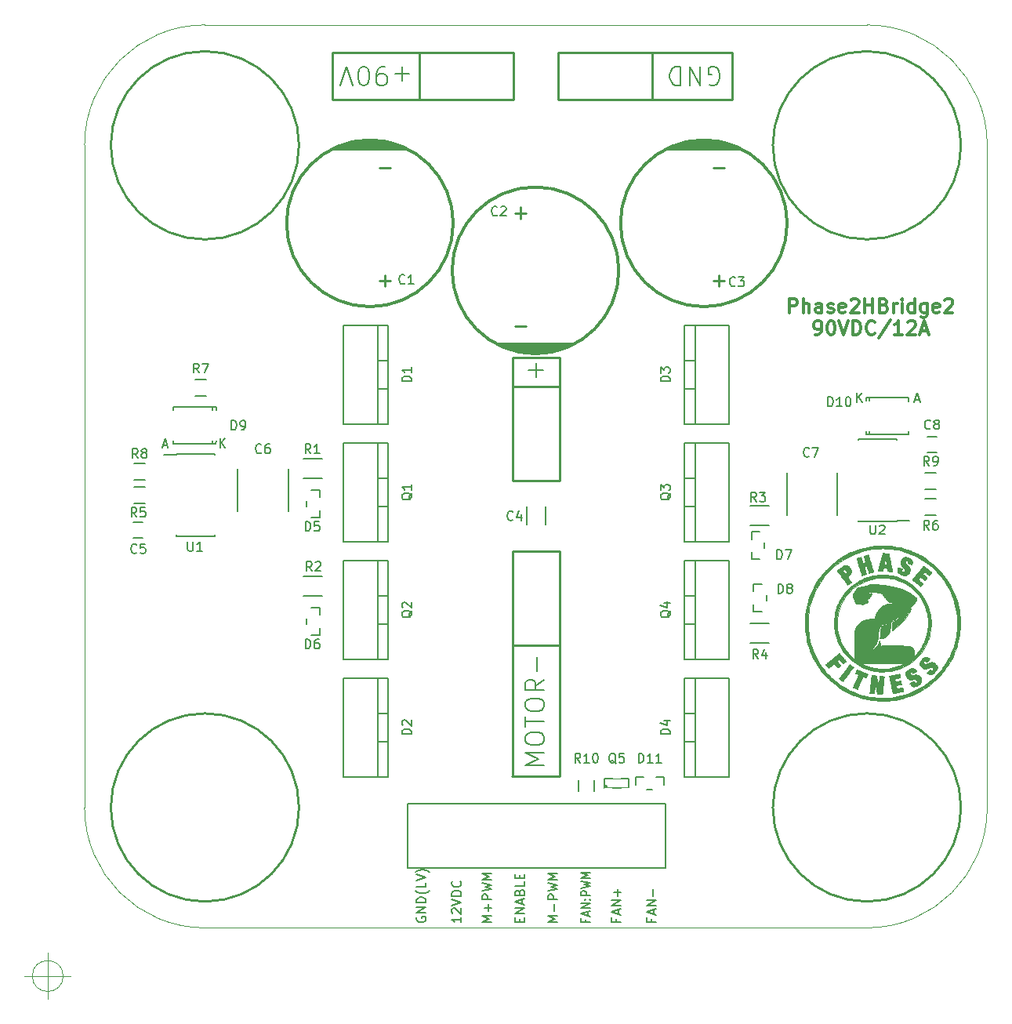
<source format=gbr>
G04 #@! TF.FileFunction,Legend,Top*
%FSLAX46Y46*%
G04 Gerber Fmt 4.6, Leading zero omitted, Abs format (unit mm)*
G04 Created by KiCad (PCBNEW 0.201502111101+5414~21~ubuntu14.04.1-product) date Fri 13 Feb 2015 01:12:51 AM CST*
%MOMM*%
G01*
G04 APERTURE LIST*
%ADD10C,0.100000*%
%ADD11C,0.300000*%
%ADD12C,0.152400*%
%ADD13C,0.254000*%
%ADD14C,0.203200*%
%ADD15C,0.150000*%
%ADD16C,0.250000*%
%ADD17R,0.852400X1.452400*%
%ADD18R,2.651760X2.453640*%
%ADD19C,8.407400*%
%ADD20R,1.752400X1.152400*%
%ADD21R,1.152400X1.402400*%
%ADD22R,5.152400X1.152400*%
%ADD23O,2.651760X1.653540*%
%ADD24R,1.153160X0.751840*%
%ADD25C,2.565400*%
%ADD26R,1.052400X1.852400*%
%ADD27R,1.652400X0.752400*%
%ADD28R,0.952500X1.153160*%
%ADD29R,1.452400X0.852400*%
%ADD30R,2.452400X2.452400*%
%ADD31C,2.452400*%
%ADD32R,0.751840X1.153160*%
%ADD33R,2.352400X2.352400*%
%ADD34C,2.352400*%
G04 APERTURE END LIST*
D10*
X34686666Y-139700000D02*
G75*
G03X34686666Y-139700000I-1666666J0D01*
G01*
X30520000Y-139700000D02*
X35520000Y-139700000D01*
X33020000Y-137200000D02*
X33020000Y-142200000D01*
D11*
X113134286Y-68058571D02*
X113134286Y-66558571D01*
X113705714Y-66558571D01*
X113848572Y-66630000D01*
X113920000Y-66701429D01*
X113991429Y-66844286D01*
X113991429Y-67058571D01*
X113920000Y-67201429D01*
X113848572Y-67272857D01*
X113705714Y-67344286D01*
X113134286Y-67344286D01*
X114634286Y-68058571D02*
X114634286Y-66558571D01*
X115277143Y-68058571D02*
X115277143Y-67272857D01*
X115205714Y-67130000D01*
X115062857Y-67058571D01*
X114848572Y-67058571D01*
X114705714Y-67130000D01*
X114634286Y-67201429D01*
X116634286Y-68058571D02*
X116634286Y-67272857D01*
X116562857Y-67130000D01*
X116420000Y-67058571D01*
X116134286Y-67058571D01*
X115991429Y-67130000D01*
X116634286Y-67987143D02*
X116491429Y-68058571D01*
X116134286Y-68058571D01*
X115991429Y-67987143D01*
X115920000Y-67844286D01*
X115920000Y-67701429D01*
X115991429Y-67558571D01*
X116134286Y-67487143D01*
X116491429Y-67487143D01*
X116634286Y-67415714D01*
X117277143Y-67987143D02*
X117420000Y-68058571D01*
X117705715Y-68058571D01*
X117848572Y-67987143D01*
X117920000Y-67844286D01*
X117920000Y-67772857D01*
X117848572Y-67630000D01*
X117705715Y-67558571D01*
X117491429Y-67558571D01*
X117348572Y-67487143D01*
X117277143Y-67344286D01*
X117277143Y-67272857D01*
X117348572Y-67130000D01*
X117491429Y-67058571D01*
X117705715Y-67058571D01*
X117848572Y-67130000D01*
X119134286Y-67987143D02*
X118991429Y-68058571D01*
X118705715Y-68058571D01*
X118562858Y-67987143D01*
X118491429Y-67844286D01*
X118491429Y-67272857D01*
X118562858Y-67130000D01*
X118705715Y-67058571D01*
X118991429Y-67058571D01*
X119134286Y-67130000D01*
X119205715Y-67272857D01*
X119205715Y-67415714D01*
X118491429Y-67558571D01*
X119777143Y-66701429D02*
X119848572Y-66630000D01*
X119991429Y-66558571D01*
X120348572Y-66558571D01*
X120491429Y-66630000D01*
X120562858Y-66701429D01*
X120634286Y-66844286D01*
X120634286Y-66987143D01*
X120562858Y-67201429D01*
X119705715Y-68058571D01*
X120634286Y-68058571D01*
X121277143Y-68058571D02*
X121277143Y-66558571D01*
X121277143Y-67272857D02*
X122134286Y-67272857D01*
X122134286Y-68058571D02*
X122134286Y-66558571D01*
X123348572Y-67272857D02*
X123562858Y-67344286D01*
X123634286Y-67415714D01*
X123705715Y-67558571D01*
X123705715Y-67772857D01*
X123634286Y-67915714D01*
X123562858Y-67987143D01*
X123420000Y-68058571D01*
X122848572Y-68058571D01*
X122848572Y-66558571D01*
X123348572Y-66558571D01*
X123491429Y-66630000D01*
X123562858Y-66701429D01*
X123634286Y-66844286D01*
X123634286Y-66987143D01*
X123562858Y-67130000D01*
X123491429Y-67201429D01*
X123348572Y-67272857D01*
X122848572Y-67272857D01*
X124348572Y-68058571D02*
X124348572Y-67058571D01*
X124348572Y-67344286D02*
X124420000Y-67201429D01*
X124491429Y-67130000D01*
X124634286Y-67058571D01*
X124777143Y-67058571D01*
X125277143Y-68058571D02*
X125277143Y-67058571D01*
X125277143Y-66558571D02*
X125205714Y-66630000D01*
X125277143Y-66701429D01*
X125348571Y-66630000D01*
X125277143Y-66558571D01*
X125277143Y-66701429D01*
X126634286Y-68058571D02*
X126634286Y-66558571D01*
X126634286Y-67987143D02*
X126491429Y-68058571D01*
X126205715Y-68058571D01*
X126062857Y-67987143D01*
X125991429Y-67915714D01*
X125920000Y-67772857D01*
X125920000Y-67344286D01*
X125991429Y-67201429D01*
X126062857Y-67130000D01*
X126205715Y-67058571D01*
X126491429Y-67058571D01*
X126634286Y-67130000D01*
X127991429Y-67058571D02*
X127991429Y-68272857D01*
X127920000Y-68415714D01*
X127848572Y-68487143D01*
X127705715Y-68558571D01*
X127491429Y-68558571D01*
X127348572Y-68487143D01*
X127991429Y-67987143D02*
X127848572Y-68058571D01*
X127562858Y-68058571D01*
X127420000Y-67987143D01*
X127348572Y-67915714D01*
X127277143Y-67772857D01*
X127277143Y-67344286D01*
X127348572Y-67201429D01*
X127420000Y-67130000D01*
X127562858Y-67058571D01*
X127848572Y-67058571D01*
X127991429Y-67130000D01*
X129277143Y-67987143D02*
X129134286Y-68058571D01*
X128848572Y-68058571D01*
X128705715Y-67987143D01*
X128634286Y-67844286D01*
X128634286Y-67272857D01*
X128705715Y-67130000D01*
X128848572Y-67058571D01*
X129134286Y-67058571D01*
X129277143Y-67130000D01*
X129348572Y-67272857D01*
X129348572Y-67415714D01*
X128634286Y-67558571D01*
X129920000Y-66701429D02*
X129991429Y-66630000D01*
X130134286Y-66558571D01*
X130491429Y-66558571D01*
X130634286Y-66630000D01*
X130705715Y-66701429D01*
X130777143Y-66844286D01*
X130777143Y-66987143D01*
X130705715Y-67201429D01*
X129848572Y-68058571D01*
X130777143Y-68058571D01*
X115920001Y-70458571D02*
X116205716Y-70458571D01*
X116348573Y-70387143D01*
X116420001Y-70315714D01*
X116562859Y-70101429D01*
X116634287Y-69815714D01*
X116634287Y-69244286D01*
X116562859Y-69101429D01*
X116491430Y-69030000D01*
X116348573Y-68958571D01*
X116062859Y-68958571D01*
X115920001Y-69030000D01*
X115848573Y-69101429D01*
X115777144Y-69244286D01*
X115777144Y-69601429D01*
X115848573Y-69744286D01*
X115920001Y-69815714D01*
X116062859Y-69887143D01*
X116348573Y-69887143D01*
X116491430Y-69815714D01*
X116562859Y-69744286D01*
X116634287Y-69601429D01*
X117562858Y-68958571D02*
X117705715Y-68958571D01*
X117848572Y-69030000D01*
X117920001Y-69101429D01*
X117991430Y-69244286D01*
X118062858Y-69530000D01*
X118062858Y-69887143D01*
X117991430Y-70172857D01*
X117920001Y-70315714D01*
X117848572Y-70387143D01*
X117705715Y-70458571D01*
X117562858Y-70458571D01*
X117420001Y-70387143D01*
X117348572Y-70315714D01*
X117277144Y-70172857D01*
X117205715Y-69887143D01*
X117205715Y-69530000D01*
X117277144Y-69244286D01*
X117348572Y-69101429D01*
X117420001Y-69030000D01*
X117562858Y-68958571D01*
X118491429Y-68958571D02*
X118991429Y-70458571D01*
X119491429Y-68958571D01*
X119991429Y-70458571D02*
X119991429Y-68958571D01*
X120348572Y-68958571D01*
X120562857Y-69030000D01*
X120705715Y-69172857D01*
X120777143Y-69315714D01*
X120848572Y-69601429D01*
X120848572Y-69815714D01*
X120777143Y-70101429D01*
X120705715Y-70244286D01*
X120562857Y-70387143D01*
X120348572Y-70458571D01*
X119991429Y-70458571D01*
X122348572Y-70315714D02*
X122277143Y-70387143D01*
X122062857Y-70458571D01*
X121920000Y-70458571D01*
X121705715Y-70387143D01*
X121562857Y-70244286D01*
X121491429Y-70101429D01*
X121420000Y-69815714D01*
X121420000Y-69601429D01*
X121491429Y-69315714D01*
X121562857Y-69172857D01*
X121705715Y-69030000D01*
X121920000Y-68958571D01*
X122062857Y-68958571D01*
X122277143Y-69030000D01*
X122348572Y-69101429D01*
X124062857Y-68887143D02*
X122777143Y-70815714D01*
X125348572Y-70458571D02*
X124491429Y-70458571D01*
X124920001Y-70458571D02*
X124920001Y-68958571D01*
X124777144Y-69172857D01*
X124634286Y-69315714D01*
X124491429Y-69387143D01*
X125920000Y-69101429D02*
X125991429Y-69030000D01*
X126134286Y-68958571D01*
X126491429Y-68958571D01*
X126634286Y-69030000D01*
X126705715Y-69101429D01*
X126777143Y-69244286D01*
X126777143Y-69387143D01*
X126705715Y-69601429D01*
X125848572Y-70458571D01*
X126777143Y-70458571D01*
X127348571Y-70030000D02*
X128062857Y-70030000D01*
X127205714Y-70458571D02*
X127705714Y-68958571D01*
X128205714Y-70458571D01*
D12*
X98225429Y-133531429D02*
X98225429Y-133870095D01*
X98757619Y-133870095D02*
X97741619Y-133870095D01*
X97741619Y-133386286D01*
X98467333Y-133047619D02*
X98467333Y-132563810D01*
X98757619Y-133144381D02*
X97741619Y-132805714D01*
X98757619Y-132467048D01*
X98757619Y-132128381D02*
X97741619Y-132128381D01*
X98757619Y-131547810D01*
X97741619Y-131547810D01*
X98370571Y-131064000D02*
X98370571Y-130289905D01*
X94415429Y-133531429D02*
X94415429Y-133870095D01*
X94947619Y-133870095D02*
X93931619Y-133870095D01*
X93931619Y-133386286D01*
X94657333Y-133047619D02*
X94657333Y-132563810D01*
X94947619Y-133144381D02*
X93931619Y-132805714D01*
X94947619Y-132467048D01*
X94947619Y-132128381D02*
X93931619Y-132128381D01*
X94947619Y-131547810D01*
X93931619Y-131547810D01*
X94560571Y-131064000D02*
X94560571Y-130289905D01*
X94947619Y-130676953D02*
X94173524Y-130676953D01*
X91113429Y-133604000D02*
X91113429Y-133900333D01*
X91645619Y-133900333D02*
X90629619Y-133900333D01*
X90629619Y-133477000D01*
X91355333Y-133180667D02*
X91355333Y-132757333D01*
X91645619Y-133265333D02*
X90629619Y-132969000D01*
X91645619Y-132672667D01*
X91645619Y-132376333D02*
X90629619Y-132376333D01*
X91645619Y-131868333D01*
X90629619Y-131868333D01*
X91548857Y-131445000D02*
X91597238Y-131402667D01*
X91645619Y-131445000D01*
X91597238Y-131487334D01*
X91548857Y-131445000D01*
X91645619Y-131445000D01*
X91016667Y-131445000D02*
X91065048Y-131402667D01*
X91113429Y-131445000D01*
X91065048Y-131487334D01*
X91016667Y-131445000D01*
X91113429Y-131445000D01*
X91645619Y-131021667D02*
X90629619Y-131021667D01*
X90629619Y-130683001D01*
X90678000Y-130598334D01*
X90726381Y-130556001D01*
X90823143Y-130513667D01*
X90968286Y-130513667D01*
X91065048Y-130556001D01*
X91113429Y-130598334D01*
X91161810Y-130683001D01*
X91161810Y-131021667D01*
X90629619Y-130217334D02*
X91645619Y-130005667D01*
X90919905Y-129836334D01*
X91645619Y-129667001D01*
X90629619Y-129455334D01*
X91645619Y-129116667D02*
X90629619Y-129116667D01*
X91355333Y-128820334D01*
X90629619Y-128524001D01*
X91645619Y-128524001D01*
X88089619Y-133870095D02*
X87073619Y-133870095D01*
X87799333Y-133531429D01*
X87073619Y-133192762D01*
X88089619Y-133192762D01*
X87702571Y-132708952D02*
X87702571Y-131934857D01*
X88089619Y-131451047D02*
X87073619Y-131451047D01*
X87073619Y-131064000D01*
X87122000Y-130967238D01*
X87170381Y-130918857D01*
X87267143Y-130870476D01*
X87412286Y-130870476D01*
X87509048Y-130918857D01*
X87557429Y-130967238D01*
X87605810Y-131064000D01*
X87605810Y-131451047D01*
X87073619Y-130531809D02*
X88089619Y-130289904D01*
X87363905Y-130096381D01*
X88089619Y-129902857D01*
X87073619Y-129660952D01*
X88089619Y-129273904D02*
X87073619Y-129273904D01*
X87799333Y-128935238D01*
X87073619Y-128596571D01*
X88089619Y-128596571D01*
X84001429Y-133870095D02*
X84001429Y-133531429D01*
X84533619Y-133386286D02*
X84533619Y-133870095D01*
X83517619Y-133870095D01*
X83517619Y-133386286D01*
X84533619Y-132950857D02*
X83517619Y-132950857D01*
X84533619Y-132370286D01*
X83517619Y-132370286D01*
X84243333Y-131934857D02*
X84243333Y-131451048D01*
X84533619Y-132031619D02*
X83517619Y-131692952D01*
X84533619Y-131354286D01*
X84001429Y-130676953D02*
X84049810Y-130531810D01*
X84098190Y-130483429D01*
X84194952Y-130435048D01*
X84340095Y-130435048D01*
X84436857Y-130483429D01*
X84485238Y-130531810D01*
X84533619Y-130628572D01*
X84533619Y-131015619D01*
X83517619Y-131015619D01*
X83517619Y-130676953D01*
X83566000Y-130580191D01*
X83614381Y-130531810D01*
X83711143Y-130483429D01*
X83807905Y-130483429D01*
X83904667Y-130531810D01*
X83953048Y-130580191D01*
X84001429Y-130676953D01*
X84001429Y-131015619D01*
X84533619Y-129515810D02*
X84533619Y-129999619D01*
X83517619Y-129999619D01*
X84001429Y-129177143D02*
X84001429Y-128838477D01*
X84533619Y-128693334D02*
X84533619Y-129177143D01*
X83517619Y-129177143D01*
X83517619Y-128693334D01*
X80977619Y-133870095D02*
X79961619Y-133870095D01*
X80687333Y-133531429D01*
X79961619Y-133192762D01*
X80977619Y-133192762D01*
X80590571Y-132708952D02*
X80590571Y-131934857D01*
X80977619Y-132321905D02*
X80203524Y-132321905D01*
X80977619Y-131451047D02*
X79961619Y-131451047D01*
X79961619Y-131064000D01*
X80010000Y-130967238D01*
X80058381Y-130918857D01*
X80155143Y-130870476D01*
X80300286Y-130870476D01*
X80397048Y-130918857D01*
X80445429Y-130967238D01*
X80493810Y-131064000D01*
X80493810Y-131451047D01*
X79961619Y-130531809D02*
X80977619Y-130289904D01*
X80251905Y-130096381D01*
X80977619Y-129902857D01*
X79961619Y-129660952D01*
X80977619Y-129273904D02*
X79961619Y-129273904D01*
X80687333Y-128935238D01*
X79961619Y-128596571D01*
X80977619Y-128596571D01*
X72898000Y-133337905D02*
X72849619Y-133434667D01*
X72849619Y-133579810D01*
X72898000Y-133724952D01*
X72994762Y-133821714D01*
X73091524Y-133870095D01*
X73285048Y-133918476D01*
X73430190Y-133918476D01*
X73623714Y-133870095D01*
X73720476Y-133821714D01*
X73817238Y-133724952D01*
X73865619Y-133579810D01*
X73865619Y-133483048D01*
X73817238Y-133337905D01*
X73768857Y-133289524D01*
X73430190Y-133289524D01*
X73430190Y-133483048D01*
X73865619Y-132854095D02*
X72849619Y-132854095D01*
X73865619Y-132273524D01*
X72849619Y-132273524D01*
X73865619Y-131789714D02*
X72849619Y-131789714D01*
X72849619Y-131547809D01*
X72898000Y-131402667D01*
X72994762Y-131305905D01*
X73091524Y-131257524D01*
X73285048Y-131209143D01*
X73430190Y-131209143D01*
X73623714Y-131257524D01*
X73720476Y-131305905D01*
X73817238Y-131402667D01*
X73865619Y-131547809D01*
X73865619Y-131789714D01*
X74252667Y-130483429D02*
X74204286Y-130531809D01*
X74059143Y-130628571D01*
X73962381Y-130676952D01*
X73817238Y-130725333D01*
X73575333Y-130773714D01*
X73381810Y-130773714D01*
X73139905Y-130725333D01*
X72994762Y-130676952D01*
X72898000Y-130628571D01*
X72752857Y-130531809D01*
X72704476Y-130483429D01*
X73865619Y-129612572D02*
X73865619Y-130096381D01*
X72849619Y-130096381D01*
X72849619Y-129419048D02*
X73865619Y-129080381D01*
X72849619Y-128741715D01*
X74252667Y-128499810D02*
X74204286Y-128451429D01*
X74059143Y-128354667D01*
X73962381Y-128306286D01*
X73817238Y-128257905D01*
X73575333Y-128209524D01*
X73381810Y-128209524D01*
X73139905Y-128257905D01*
X72994762Y-128306286D01*
X72898000Y-128354667D01*
X72752857Y-128451429D01*
X72704476Y-128499810D01*
X77675619Y-133337905D02*
X77675619Y-133918476D01*
X77675619Y-133628190D02*
X76659619Y-133628190D01*
X76804762Y-133724952D01*
X76901524Y-133821714D01*
X76949905Y-133918476D01*
X76756381Y-132950857D02*
X76708000Y-132902476D01*
X76659619Y-132805714D01*
X76659619Y-132563810D01*
X76708000Y-132467048D01*
X76756381Y-132418667D01*
X76853143Y-132370286D01*
X76949905Y-132370286D01*
X77095048Y-132418667D01*
X77675619Y-132999238D01*
X77675619Y-132370286D01*
X76659619Y-132080000D02*
X77675619Y-131741333D01*
X76659619Y-131402667D01*
X77675619Y-131064000D02*
X76659619Y-131064000D01*
X76659619Y-130822095D01*
X76708000Y-130676953D01*
X76804762Y-130580191D01*
X76901524Y-130531810D01*
X77095048Y-130483429D01*
X77240190Y-130483429D01*
X77433714Y-130531810D01*
X77530476Y-130580191D01*
X77627238Y-130676953D01*
X77675619Y-130822095D01*
X77675619Y-131064000D01*
X77578857Y-129467429D02*
X77627238Y-129515810D01*
X77675619Y-129660953D01*
X77675619Y-129757715D01*
X77627238Y-129902857D01*
X77530476Y-129999619D01*
X77433714Y-130048000D01*
X77240190Y-130096381D01*
X77095048Y-130096381D01*
X76901524Y-130048000D01*
X76804762Y-129999619D01*
X76708000Y-129902857D01*
X76659619Y-129757715D01*
X76659619Y-129660953D01*
X76708000Y-129515810D01*
X76756381Y-129467429D01*
D13*
X63754000Y-45040550D02*
X73406000Y-45040550D01*
X63754000Y-39959788D02*
X63754000Y-45040550D01*
X73279000Y-39959788D02*
X63754000Y-39959788D01*
X106934000Y-39959788D02*
X98298000Y-39959788D01*
X106934000Y-45040550D02*
X106934000Y-39959788D01*
X98171000Y-45040550D02*
X106934000Y-45040550D01*
D14*
X104468991Y-43434000D02*
X104662514Y-43530762D01*
X104952800Y-43530762D01*
X105243086Y-43434000D01*
X105436610Y-43240476D01*
X105533371Y-43046952D01*
X105630133Y-42659905D01*
X105630133Y-42369619D01*
X105533371Y-41982571D01*
X105436610Y-41789048D01*
X105243086Y-41595524D01*
X104952800Y-41498762D01*
X104759276Y-41498762D01*
X104468991Y-41595524D01*
X104372229Y-41692286D01*
X104372229Y-42369619D01*
X104759276Y-42369619D01*
X103501371Y-41498762D02*
X103501371Y-43530762D01*
X102340229Y-41498762D01*
X102340229Y-43530762D01*
X101372609Y-41498762D02*
X101372609Y-43530762D01*
X100888800Y-43530762D01*
X100598514Y-43434000D01*
X100404990Y-43240476D01*
X100308229Y-43046952D01*
X100211467Y-42659905D01*
X100211467Y-42369619D01*
X100308229Y-41982571D01*
X100404990Y-41789048D01*
X100598514Y-41595524D01*
X100888800Y-41498762D01*
X101372609Y-41498762D01*
X72083990Y-42272857D02*
X70535800Y-42272857D01*
X71309895Y-41498762D02*
X71309895Y-43046952D01*
X69471419Y-41498762D02*
X69084371Y-41498762D01*
X68890847Y-41595524D01*
X68794085Y-41692286D01*
X68600561Y-41982571D01*
X68503800Y-42369619D01*
X68503800Y-43143714D01*
X68600561Y-43337238D01*
X68697323Y-43434000D01*
X68890847Y-43530762D01*
X69277895Y-43530762D01*
X69471419Y-43434000D01*
X69568180Y-43337238D01*
X69664942Y-43143714D01*
X69664942Y-42659905D01*
X69568180Y-42466381D01*
X69471419Y-42369619D01*
X69277895Y-42272857D01*
X68890847Y-42272857D01*
X68697323Y-42369619D01*
X68600561Y-42466381D01*
X68503800Y-42659905D01*
X67245895Y-43530762D02*
X67052371Y-43530762D01*
X66858847Y-43434000D01*
X66762085Y-43337238D01*
X66665323Y-43143714D01*
X66568562Y-42756667D01*
X66568562Y-42272857D01*
X66665323Y-41885810D01*
X66762085Y-41692286D01*
X66858847Y-41595524D01*
X67052371Y-41498762D01*
X67245895Y-41498762D01*
X67439419Y-41595524D01*
X67536181Y-41692286D01*
X67632942Y-41885810D01*
X67729704Y-42272857D01*
X67729704Y-42756667D01*
X67632942Y-43143714D01*
X67536181Y-43337238D01*
X67439419Y-43434000D01*
X67245895Y-43530762D01*
X65987990Y-43530762D02*
X65310657Y-41498762D01*
X64633324Y-43530762D01*
D13*
X88290400Y-76276200D02*
X88290400Y-76301600D01*
X88290400Y-72898000D02*
X88290400Y-76276200D01*
X83210400Y-72898000D02*
X88290400Y-72898000D01*
X83210400Y-76555600D02*
X83210400Y-72898000D01*
X88290400Y-118110000D02*
X88290400Y-101600000D01*
X83185000Y-118110000D02*
X88265000Y-118110000D01*
X83210400Y-103657400D02*
X83210400Y-118110000D01*
D14*
X86644238Y-116979095D02*
X84612238Y-116979095D01*
X86063667Y-116301762D01*
X84612238Y-115624429D01*
X86644238Y-115624429D01*
X84612238Y-114269762D02*
X84612238Y-113882714D01*
X84709000Y-113689190D01*
X84902524Y-113495667D01*
X85289571Y-113398905D01*
X85966905Y-113398905D01*
X86353952Y-113495667D01*
X86547476Y-113689190D01*
X86644238Y-113882714D01*
X86644238Y-114269762D01*
X86547476Y-114463286D01*
X86353952Y-114656809D01*
X85966905Y-114753571D01*
X85289571Y-114753571D01*
X84902524Y-114656809D01*
X84709000Y-114463286D01*
X84612238Y-114269762D01*
X84612238Y-112818333D02*
X84612238Y-111657190D01*
X86644238Y-112237762D02*
X84612238Y-112237762D01*
X84612238Y-110592810D02*
X84612238Y-110205762D01*
X84709000Y-110012238D01*
X84902524Y-109818715D01*
X85289571Y-109721953D01*
X85966905Y-109721953D01*
X86353952Y-109818715D01*
X86547476Y-110012238D01*
X86644238Y-110205762D01*
X86644238Y-110592810D01*
X86547476Y-110786334D01*
X86353952Y-110979857D01*
X85966905Y-111076619D01*
X85289571Y-111076619D01*
X84902524Y-110979857D01*
X84709000Y-110786334D01*
X84612238Y-110592810D01*
X86644238Y-107689953D02*
X85676619Y-108367286D01*
X86644238Y-108851095D02*
X84612238Y-108851095D01*
X84612238Y-108077000D01*
X84709000Y-107883476D01*
X84805762Y-107786715D01*
X84999286Y-107689953D01*
X85289571Y-107689953D01*
X85483095Y-107786715D01*
X85579857Y-107883476D01*
X85676619Y-108077000D01*
X85676619Y-108851095D01*
X85870143Y-106819095D02*
X85870143Y-105270905D01*
X85743143Y-75069095D02*
X85743143Y-73520905D01*
X86517238Y-74295000D02*
X84969048Y-74295000D01*
D10*
X121500000Y-134500000D02*
X50000000Y-134500000D01*
X134500000Y-50000000D02*
X134500000Y-121500000D01*
X50000000Y-37000000D02*
X121500000Y-37000000D01*
X37000000Y-121500000D02*
X37000000Y-50000000D01*
X121500000Y-134500000D02*
G75*
G03X134500000Y-121500000I0J13000000D01*
G01*
X134500000Y-50000000D02*
G75*
G03X121500000Y-37000000I-13000000J0D01*
G01*
X50000000Y-37000000D02*
G75*
G03X37000000Y-50000000I0J-13000000D01*
G01*
X37000000Y-121500000D02*
G75*
G03X50000000Y-134500000I13000000J0D01*
G01*
D15*
X43526000Y-88632000D02*
X42326000Y-88632000D01*
X42326000Y-86882000D02*
X43526000Y-86882000D01*
X128997000Y-89902000D02*
X127797000Y-89902000D01*
X127797000Y-88152000D02*
X128997000Y-88152000D01*
X125999240Y-77497940D02*
X125999240Y-77647800D01*
X121747280Y-77497940D02*
X121747280Y-77597000D01*
X121396760Y-77497940D02*
X121396760Y-77597000D01*
X125999240Y-80998060D02*
X125999240Y-80899000D01*
X121747280Y-80998060D02*
X121747280Y-80899000D01*
X121396760Y-80998060D02*
X121396760Y-80899000D01*
X121747280Y-77249020D02*
X121747280Y-77447140D01*
X121747280Y-81246980D02*
X121747280Y-81048860D01*
X121401840Y-77251560D02*
X121401840Y-77449680D01*
X126004320Y-77251560D02*
X121401840Y-77251560D01*
X126004320Y-77251560D02*
X126004320Y-77449680D01*
X125999240Y-81246980D02*
X125999240Y-81048860D01*
X125999240Y-81246980D02*
X121396760Y-81246980D01*
X121396760Y-81246980D02*
X121396760Y-81048860D01*
D13*
X60160000Y-50000000D02*
G75*
G03X60160000Y-50000000I-10160000J0D01*
G01*
D15*
X84725000Y-88980000D02*
X84725000Y-90980000D01*
X86775000Y-90980000D02*
X86775000Y-88980000D01*
X43299000Y-90717000D02*
X42299000Y-90717000D01*
X42299000Y-92417000D02*
X43299000Y-92417000D01*
X53536000Y-84949000D02*
X53536000Y-89549000D01*
X58986000Y-89549000D02*
X58986000Y-84949000D01*
X112845000Y-85330000D02*
X112845000Y-89930000D01*
X118295000Y-89930000D02*
X118295000Y-85330000D01*
X129024000Y-81446000D02*
X128024000Y-81446000D01*
X128024000Y-83146000D02*
X129024000Y-83146000D01*
X69798000Y-73216000D02*
X68655000Y-73216000D01*
X69798000Y-76264000D02*
X68655000Y-76264000D01*
X68655000Y-80074000D02*
X64972000Y-80074000D01*
X64972000Y-80074000D02*
X64972000Y-69406000D01*
X64972000Y-69406000D02*
X68655000Y-69406000D01*
X69798000Y-80074000D02*
X68655000Y-80074000D01*
X68655000Y-80074000D02*
X68655000Y-69406000D01*
X68655000Y-69406000D02*
X69798000Y-69406000D01*
X69798000Y-74740000D02*
X69798000Y-69406000D01*
X69798000Y-74740000D02*
X69798000Y-80074000D01*
X69798000Y-111316000D02*
X68655000Y-111316000D01*
X69798000Y-114364000D02*
X68655000Y-114364000D01*
X68655000Y-118174000D02*
X64972000Y-118174000D01*
X64972000Y-118174000D02*
X64972000Y-107506000D01*
X64972000Y-107506000D02*
X68655000Y-107506000D01*
X69798000Y-118174000D02*
X68655000Y-118174000D01*
X68655000Y-118174000D02*
X68655000Y-107506000D01*
X68655000Y-107506000D02*
X69798000Y-107506000D01*
X69798000Y-112840000D02*
X69798000Y-107506000D01*
X69798000Y-112840000D02*
X69798000Y-118174000D01*
X101802000Y-76264000D02*
X102945000Y-76264000D01*
X101802000Y-73216000D02*
X102945000Y-73216000D01*
X102945000Y-69406000D02*
X106628000Y-69406000D01*
X106628000Y-69406000D02*
X106628000Y-80074000D01*
X106628000Y-80074000D02*
X102945000Y-80074000D01*
X101802000Y-69406000D02*
X102945000Y-69406000D01*
X102945000Y-69406000D02*
X102945000Y-80074000D01*
X102945000Y-80074000D02*
X101802000Y-80074000D01*
X101802000Y-74740000D02*
X101802000Y-80074000D01*
X101802000Y-74740000D02*
X101802000Y-69406000D01*
X101802000Y-114364000D02*
X102945000Y-114364000D01*
X101802000Y-111316000D02*
X102945000Y-111316000D01*
X102945000Y-107506000D02*
X106628000Y-107506000D01*
X106628000Y-107506000D02*
X106628000Y-118174000D01*
X106628000Y-118174000D02*
X102945000Y-118174000D01*
X101802000Y-107506000D02*
X102945000Y-107506000D01*
X102945000Y-107506000D02*
X102945000Y-118174000D01*
X102945000Y-118174000D02*
X101802000Y-118174000D01*
X101802000Y-112840000D02*
X101802000Y-118174000D01*
X101802000Y-112840000D02*
X101802000Y-107506000D01*
X61470000Y-87210000D02*
X62370000Y-87210000D01*
X62370000Y-87210000D02*
X62370000Y-88010000D01*
X61470000Y-90210000D02*
X62370000Y-90210000D01*
X62370000Y-90210000D02*
X62370000Y-89410000D01*
X60970000Y-89010000D02*
X60970000Y-88410000D01*
X61470000Y-99910000D02*
X62370000Y-99910000D01*
X62370000Y-99910000D02*
X62370000Y-100710000D01*
X61470000Y-102910000D02*
X62370000Y-102910000D01*
X62370000Y-102910000D02*
X62370000Y-102110000D01*
X60970000Y-101710000D02*
X60970000Y-101110000D01*
X109928000Y-94718000D02*
X109028000Y-94718000D01*
X109028000Y-94718000D02*
X109028000Y-93918000D01*
X109928000Y-91718000D02*
X109028000Y-91718000D01*
X109028000Y-91718000D02*
X109028000Y-92518000D01*
X110428000Y-92918000D02*
X110428000Y-93518000D01*
X110130000Y-100370000D02*
X109230000Y-100370000D01*
X109230000Y-100370000D02*
X109230000Y-99570000D01*
X110130000Y-97370000D02*
X109230000Y-97370000D01*
X109230000Y-97370000D02*
X109230000Y-98170000D01*
X110630000Y-98570000D02*
X110630000Y-99170000D01*
X46593760Y-82014060D02*
X46593760Y-81864200D01*
X50845720Y-82014060D02*
X50845720Y-81915000D01*
X51196240Y-82014060D02*
X51196240Y-81915000D01*
X46593760Y-78513940D02*
X46593760Y-78613000D01*
X50845720Y-78513940D02*
X50845720Y-78613000D01*
X51196240Y-78513940D02*
X51196240Y-78613000D01*
X50845720Y-82262980D02*
X50845720Y-82064860D01*
X50845720Y-78265020D02*
X50845720Y-78463140D01*
X51191160Y-82260440D02*
X51191160Y-82062320D01*
X46588680Y-82260440D02*
X51191160Y-82260440D01*
X46588680Y-82260440D02*
X46588680Y-82062320D01*
X46593760Y-78265020D02*
X46593760Y-78463140D01*
X46593760Y-78265020D02*
X51196240Y-78265020D01*
X51196240Y-78265020D02*
X51196240Y-78463140D01*
D13*
X60160000Y-121500000D02*
G75*
G03X60160000Y-121500000I-10160000J0D01*
G01*
X131660000Y-50000000D02*
G75*
G03X131660000Y-50000000I-10160000J0D01*
G01*
X131660000Y-121500000D02*
G75*
G03X131660000Y-121500000I-10160000J0D01*
G01*
X83330000Y-39960000D02*
X73170000Y-39960000D01*
X73170000Y-39960000D02*
X73170000Y-45040000D01*
X73170000Y-45040000D02*
X83330000Y-45040000D01*
X83330000Y-45040000D02*
X83330000Y-39960000D01*
X88170000Y-45040000D02*
X98330000Y-45040000D01*
X98330000Y-45040000D02*
X98330000Y-39960000D01*
X98330000Y-39960000D02*
X88170000Y-39960000D01*
X88170000Y-39960000D02*
X88170000Y-45040000D01*
X83210400Y-76010000D02*
X83210400Y-86170000D01*
X83210400Y-86170000D02*
X88290400Y-86170000D01*
X88290400Y-86170000D02*
X88290400Y-76010000D01*
X88290400Y-76010000D02*
X83210400Y-76010000D01*
X83210400Y-93790000D02*
X83210400Y-103950000D01*
X83210400Y-103950000D02*
X88290400Y-103950000D01*
X88290400Y-103950000D02*
X88290400Y-93790000D01*
X88290400Y-93790000D02*
X83210400Y-93790000D01*
D15*
X69798000Y-85916000D02*
X68655000Y-85916000D01*
X69798000Y-88964000D02*
X68655000Y-88964000D01*
X68655000Y-92774000D02*
X64972000Y-92774000D01*
X64972000Y-92774000D02*
X64972000Y-82106000D01*
X64972000Y-82106000D02*
X68655000Y-82106000D01*
X69798000Y-92774000D02*
X68655000Y-92774000D01*
X68655000Y-92774000D02*
X68655000Y-82106000D01*
X68655000Y-82106000D02*
X69798000Y-82106000D01*
X69798000Y-87440000D02*
X69798000Y-82106000D01*
X69798000Y-87440000D02*
X69798000Y-92774000D01*
X69798000Y-98616000D02*
X68655000Y-98616000D01*
X69798000Y-101664000D02*
X68655000Y-101664000D01*
X68655000Y-105474000D02*
X64972000Y-105474000D01*
X64972000Y-105474000D02*
X64972000Y-94806000D01*
X64972000Y-94806000D02*
X68655000Y-94806000D01*
X69798000Y-105474000D02*
X68655000Y-105474000D01*
X68655000Y-105474000D02*
X68655000Y-94806000D01*
X68655000Y-94806000D02*
X69798000Y-94806000D01*
X69798000Y-100140000D02*
X69798000Y-94806000D01*
X69798000Y-100140000D02*
X69798000Y-105474000D01*
X101802000Y-88964000D02*
X102945000Y-88964000D01*
X101802000Y-85916000D02*
X102945000Y-85916000D01*
X102945000Y-82106000D02*
X106628000Y-82106000D01*
X106628000Y-82106000D02*
X106628000Y-92774000D01*
X106628000Y-92774000D02*
X102945000Y-92774000D01*
X101802000Y-82106000D02*
X102945000Y-82106000D01*
X102945000Y-82106000D02*
X102945000Y-92774000D01*
X102945000Y-92774000D02*
X101802000Y-92774000D01*
X101802000Y-87440000D02*
X101802000Y-92774000D01*
X101802000Y-87440000D02*
X101802000Y-82106000D01*
X101802000Y-101664000D02*
X102945000Y-101664000D01*
X101802000Y-98616000D02*
X102945000Y-98616000D01*
X102945000Y-94806000D02*
X106628000Y-94806000D01*
X106628000Y-94806000D02*
X106628000Y-105474000D01*
X106628000Y-105474000D02*
X102945000Y-105474000D01*
X101802000Y-94806000D02*
X102945000Y-94806000D01*
X102945000Y-94806000D02*
X102945000Y-105474000D01*
X102945000Y-105474000D02*
X101802000Y-105474000D01*
X101802000Y-100140000D02*
X101802000Y-105474000D01*
X101802000Y-100140000D02*
X101802000Y-94806000D01*
X60670000Y-83825000D02*
X62670000Y-83825000D01*
X62670000Y-85975000D02*
X60670000Y-85975000D01*
X60670000Y-96525000D02*
X62670000Y-96525000D01*
X62670000Y-98675000D02*
X60670000Y-98675000D01*
X108930000Y-88905000D02*
X110930000Y-88905000D01*
X110930000Y-91055000D02*
X108930000Y-91055000D01*
X108930000Y-101605000D02*
X110930000Y-101605000D01*
X110930000Y-103755000D02*
X108930000Y-103755000D01*
X42326000Y-84342000D02*
X43526000Y-84342000D01*
X43526000Y-86092000D02*
X42326000Y-86092000D01*
X50130000Y-77075000D02*
X48930000Y-77075000D01*
X48930000Y-75325000D02*
X50130000Y-75325000D01*
X128997000Y-87108000D02*
X127797000Y-87108000D01*
X127797000Y-85358000D02*
X128997000Y-85358000D01*
X46947000Y-83307000D02*
X46947000Y-83422000D01*
X51097000Y-83307000D02*
X51097000Y-83422000D01*
X51097000Y-92207000D02*
X51097000Y-92092000D01*
X46947000Y-92207000D02*
X46947000Y-92092000D01*
X46947000Y-83307000D02*
X51097000Y-83307000D01*
X46947000Y-92207000D02*
X51097000Y-92207000D01*
X46947000Y-83422000D02*
X45572000Y-83422000D01*
X124705000Y-90620000D02*
X124705000Y-90505000D01*
X120555000Y-90620000D02*
X120555000Y-90505000D01*
X120555000Y-81720000D02*
X120555000Y-81835000D01*
X124705000Y-81720000D02*
X124705000Y-81835000D01*
X124705000Y-90620000D02*
X120555000Y-90620000D01*
X124705000Y-81720000D02*
X120555000Y-81720000D01*
X124705000Y-90505000D02*
X126080000Y-90505000D01*
X93471050Y-119222520D02*
G75*
G03X93471050Y-119222520I-159070J0D01*
G01*
X95758000Y-118364000D02*
X95758000Y-119380000D01*
X93154500Y-118364000D02*
X93154500Y-119380000D01*
X95758000Y-119380000D02*
X93154500Y-119380000D01*
X93154500Y-118364000D02*
X95758000Y-118364000D01*
X92061000Y-118526000D02*
X92061000Y-119726000D01*
X90311000Y-119726000D02*
X90311000Y-118526000D01*
X71910000Y-121060000D02*
X71910000Y-128060000D01*
X71910000Y-128060000D02*
X99710000Y-128060000D01*
X99710000Y-128060000D02*
X99710000Y-121060000D01*
X99710000Y-121060000D02*
X71910000Y-121060000D01*
X96544000Y-119072000D02*
X96544000Y-118172000D01*
X96544000Y-118172000D02*
X97344000Y-118172000D01*
X99544000Y-119072000D02*
X99544000Y-118172000D01*
X99544000Y-118172000D02*
X98744000Y-118172000D01*
X98344000Y-119572000D02*
X97744000Y-119572000D01*
D10*
G36*
X131574836Y-101647104D02*
X131574203Y-101752595D01*
X131572889Y-101853615D01*
X131570895Y-101946935D01*
X131568221Y-102029326D01*
X131564867Y-102097561D01*
X131564198Y-102108000D01*
X131533416Y-102469207D01*
X131490031Y-102819392D01*
X131433599Y-103161002D01*
X131363676Y-103496480D01*
X131279818Y-103828270D01*
X131265666Y-103876720D01*
X131265666Y-101609071D01*
X131265119Y-101471672D01*
X131263196Y-101347795D01*
X131259680Y-101232860D01*
X131254355Y-101122283D01*
X131247004Y-101011481D01*
X131237410Y-100895873D01*
X131226643Y-100783571D01*
X131179429Y-100405090D01*
X131114623Y-100030581D01*
X131032446Y-99660574D01*
X130933119Y-99295597D01*
X130816863Y-98936180D01*
X130683900Y-98582853D01*
X130534449Y-98236143D01*
X130368733Y-97896582D01*
X130186972Y-97564697D01*
X129989388Y-97241019D01*
X129776201Y-96926076D01*
X129547632Y-96620397D01*
X129423011Y-96465571D01*
X129341698Y-96369552D01*
X129250270Y-96266001D01*
X129151327Y-96157608D01*
X129047468Y-96047061D01*
X128941293Y-95937048D01*
X128835403Y-95830258D01*
X128732397Y-95729381D01*
X128634876Y-95637105D01*
X128545439Y-95556117D01*
X128533071Y-95545275D01*
X128235169Y-95297033D01*
X127928332Y-95064260D01*
X127612982Y-94847146D01*
X127289540Y-94645884D01*
X126958428Y-94460664D01*
X126620067Y-94291679D01*
X126274880Y-94139119D01*
X125923286Y-94003177D01*
X125565709Y-93884044D01*
X125202569Y-93781912D01*
X124834287Y-93696971D01*
X124461286Y-93629414D01*
X124251357Y-93599358D01*
X123920824Y-93563788D01*
X123582713Y-93541506D01*
X123241419Y-93532589D01*
X122901335Y-93537111D01*
X122566853Y-93555150D01*
X122418928Y-93567736D01*
X122038944Y-93612911D01*
X121663548Y-93675576D01*
X121293092Y-93755577D01*
X120927928Y-93852763D01*
X120568409Y-93966980D01*
X120214887Y-94098078D01*
X119867714Y-94245902D01*
X119527244Y-94410301D01*
X119193827Y-94591122D01*
X118867818Y-94788214D01*
X118549567Y-95001422D01*
X118239427Y-95230596D01*
X117937751Y-95475583D01*
X117866686Y-95536683D01*
X117814263Y-95583555D01*
X117751903Y-95641472D01*
X117681934Y-95708107D01*
X117606681Y-95781133D01*
X117528472Y-95858224D01*
X117449633Y-95937053D01*
X117372490Y-96015294D01*
X117299370Y-96090621D01*
X117232600Y-96160705D01*
X117174506Y-96223222D01*
X117127415Y-96275845D01*
X117126683Y-96276686D01*
X116877952Y-96576250D01*
X116644990Y-96884374D01*
X116427949Y-97200702D01*
X116226984Y-97524880D01*
X116042248Y-97856553D01*
X115873894Y-98195368D01*
X115722075Y-98540970D01*
X115586944Y-98893004D01*
X115468655Y-99251115D01*
X115367361Y-99614951D01*
X115283216Y-99984155D01*
X115216372Y-100358374D01*
X115166984Y-100737254D01*
X115157736Y-100828928D01*
X115137547Y-101093247D01*
X115125959Y-101367928D01*
X115122974Y-101647362D01*
X115128591Y-101925937D01*
X115142810Y-102198044D01*
X115157736Y-102380143D01*
X115202894Y-102759840D01*
X115265568Y-103135091D01*
X115345592Y-103505512D01*
X115442800Y-103870720D01*
X115557026Y-104230332D01*
X115688103Y-104583965D01*
X115835866Y-104931235D01*
X116000148Y-105271760D01*
X116180784Y-105605156D01*
X116377608Y-105931041D01*
X116590453Y-106249031D01*
X116819153Y-106558742D01*
X117063543Y-106859793D01*
X117135275Y-106943071D01*
X117214366Y-107031093D01*
X117305144Y-107127584D01*
X117404921Y-107229943D01*
X117511006Y-107335571D01*
X117620712Y-107441867D01*
X117731350Y-107546232D01*
X117840230Y-107646065D01*
X117944666Y-107738767D01*
X118041967Y-107821738D01*
X118055571Y-107833011D01*
X118356795Y-108069949D01*
X118667239Y-108291371D01*
X118986441Y-108497105D01*
X119313938Y-108686978D01*
X119649270Y-108860817D01*
X119991972Y-109018451D01*
X120341584Y-109159706D01*
X120697643Y-109284410D01*
X121059687Y-109392390D01*
X121427255Y-109483475D01*
X121799882Y-109557491D01*
X122177109Y-109614265D01*
X122558472Y-109653626D01*
X122943509Y-109675401D01*
X122994964Y-109676962D01*
X123054629Y-109677921D01*
X123128425Y-109678052D01*
X123212366Y-109677431D01*
X123302463Y-109676134D01*
X123394727Y-109674239D01*
X123485171Y-109671821D01*
X123569806Y-109668957D01*
X123644644Y-109665723D01*
X123679857Y-109663834D01*
X124059340Y-109632599D01*
X124435701Y-109583604D01*
X124808401Y-109517049D01*
X125176898Y-109433130D01*
X125540654Y-109332047D01*
X125899129Y-109213998D01*
X126251783Y-109079182D01*
X126598076Y-108927797D01*
X126937467Y-108760041D01*
X127269419Y-108576113D01*
X127593389Y-108376212D01*
X127908840Y-108160536D01*
X128048842Y-108057656D01*
X128333063Y-107833386D01*
X128609641Y-107593672D01*
X128876881Y-107340209D01*
X129133089Y-107074693D01*
X129376569Y-106798819D01*
X129605628Y-106514284D01*
X129651148Y-106454376D01*
X129872022Y-106145780D01*
X130077687Y-105827738D01*
X130267880Y-105500920D01*
X130442339Y-105165999D01*
X130600800Y-104823646D01*
X130743002Y-104474532D01*
X130868681Y-104119328D01*
X130977576Y-103758706D01*
X131069423Y-103393338D01*
X131143961Y-103023895D01*
X131200926Y-102651048D01*
X131226609Y-102425500D01*
X131237832Y-102307320D01*
X131246810Y-102199873D01*
X131253760Y-102098678D01*
X131258894Y-101999251D01*
X131262428Y-101897109D01*
X131264576Y-101787769D01*
X131265552Y-101666747D01*
X131265666Y-101609071D01*
X131265666Y-103876720D01*
X131205609Y-104082331D01*
X131083930Y-104445668D01*
X130945312Y-104803599D01*
X130790270Y-105155185D01*
X130619320Y-105499488D01*
X130432977Y-105835567D01*
X130231757Y-106162486D01*
X130016177Y-106479304D01*
X129786751Y-106785084D01*
X129586672Y-107029250D01*
X129447755Y-107187226D01*
X129296771Y-107349927D01*
X129137618Y-107513457D01*
X128974193Y-107673920D01*
X128810392Y-107827418D01*
X128650113Y-107970056D01*
X128619250Y-107996572D01*
X128325349Y-108235691D01*
X128019349Y-108461711D01*
X127702254Y-108674080D01*
X127375071Y-108872245D01*
X127038803Y-109055654D01*
X126694457Y-109223755D01*
X126343039Y-109375994D01*
X125985552Y-109511821D01*
X125672331Y-109615609D01*
X125301534Y-109720820D01*
X124925909Y-109808713D01*
X124545147Y-109879343D01*
X124158943Y-109932768D01*
X123766989Y-109969042D01*
X123711607Y-109972756D01*
X123662261Y-109975371D01*
X123599490Y-109977859D01*
X123526409Y-109980167D01*
X123446137Y-109982242D01*
X123361790Y-109984034D01*
X123276487Y-109985488D01*
X123193343Y-109986553D01*
X123115477Y-109987177D01*
X123046005Y-109987306D01*
X122988046Y-109986890D01*
X122944715Y-109985875D01*
X122940536Y-109985705D01*
X122708380Y-109973640D01*
X122490572Y-109957974D01*
X122283617Y-109938395D01*
X122084020Y-109914591D01*
X121974428Y-109899338D01*
X121590009Y-109834002D01*
X121210776Y-109751347D01*
X120837102Y-109651544D01*
X120469361Y-109534767D01*
X120107926Y-109401189D01*
X119753169Y-109250983D01*
X119405465Y-109084321D01*
X119065187Y-108901376D01*
X118732707Y-108702322D01*
X118408400Y-108487331D01*
X118092638Y-108256576D01*
X117785795Y-108010230D01*
X117656428Y-107899323D01*
X117606188Y-107854154D01*
X117545848Y-107797847D01*
X117477604Y-107732608D01*
X117403652Y-107660640D01*
X117326187Y-107584148D01*
X117247405Y-107505335D01*
X117169501Y-107426407D01*
X117094672Y-107349568D01*
X117025114Y-107277021D01*
X116963020Y-107210971D01*
X116910589Y-107153621D01*
X116886547Y-107126451D01*
X116637291Y-106827020D01*
X116402712Y-106518047D01*
X116183266Y-106200254D01*
X115979406Y-105874363D01*
X115791588Y-105541099D01*
X115620266Y-105201184D01*
X115481726Y-104892928D01*
X115341830Y-104543104D01*
X115218959Y-104192893D01*
X115112749Y-103840748D01*
X115022835Y-103485117D01*
X114948852Y-103124452D01*
X114890436Y-102757203D01*
X114847221Y-102381821D01*
X114825174Y-102103464D01*
X114821462Y-102031549D01*
X114818531Y-101944964D01*
X114816384Y-101847164D01*
X114815018Y-101741605D01*
X114814435Y-101631743D01*
X114814634Y-101521033D01*
X114815616Y-101412931D01*
X114817380Y-101310894D01*
X114819927Y-101218375D01*
X114823255Y-101138833D01*
X114825174Y-101105607D01*
X114858685Y-100714140D01*
X114908140Y-100330910D01*
X114973759Y-99955106D01*
X115055760Y-99585915D01*
X115154364Y-99222524D01*
X115269790Y-98864121D01*
X115402258Y-98509893D01*
X115551987Y-98159028D01*
X115711323Y-97826286D01*
X115864572Y-97535834D01*
X116026026Y-97256427D01*
X116197443Y-96985458D01*
X116380585Y-96720323D01*
X116577212Y-96458413D01*
X116789084Y-96197124D01*
X116896885Y-96070964D01*
X116938864Y-96024025D01*
X116991971Y-95966863D01*
X117054061Y-95901625D01*
X117122987Y-95830456D01*
X117196604Y-95755503D01*
X117272766Y-95678911D01*
X117349326Y-95602826D01*
X117424141Y-95529394D01*
X117495062Y-95460760D01*
X117559946Y-95399070D01*
X117616645Y-95346471D01*
X117660964Y-95306885D01*
X117922883Y-95087057D01*
X118184168Y-94883321D01*
X118447428Y-94693916D01*
X118715267Y-94517082D01*
X118990292Y-94351058D01*
X119275109Y-94194085D01*
X119416286Y-94121323D01*
X119764697Y-93954902D01*
X120115695Y-93805951D01*
X120470093Y-93674252D01*
X120828702Y-93559585D01*
X121192336Y-93461730D01*
X121561806Y-93380468D01*
X121937926Y-93315579D01*
X122321507Y-93266843D01*
X122695607Y-93235174D01*
X122767522Y-93231462D01*
X122854108Y-93228531D01*
X122951908Y-93226384D01*
X123057466Y-93225018D01*
X123167329Y-93224435D01*
X123278038Y-93224634D01*
X123386140Y-93225616D01*
X123488178Y-93227380D01*
X123580696Y-93229927D01*
X123660239Y-93233255D01*
X123693464Y-93235174D01*
X124063375Y-93266226D01*
X124423508Y-93311137D01*
X124776375Y-93370452D01*
X125124484Y-93444717D01*
X125470348Y-93534477D01*
X125816475Y-93640277D01*
X126165377Y-93762662D01*
X126224393Y-93784870D01*
X126325075Y-93824714D01*
X126437909Y-93872159D01*
X126559422Y-93925578D01*
X126686145Y-93983343D01*
X126814606Y-94043829D01*
X126941337Y-94105409D01*
X127062865Y-94166454D01*
X127175721Y-94225339D01*
X127249464Y-94265378D01*
X127583264Y-94460563D01*
X127908907Y-94671937D01*
X128226315Y-94899449D01*
X128535414Y-95143043D01*
X128716451Y-95296547D01*
X128768043Y-95342694D01*
X128829554Y-95399716D01*
X128898781Y-95465418D01*
X128973520Y-95537604D01*
X129051565Y-95614079D01*
X129130714Y-95692646D01*
X129208761Y-95771111D01*
X129283503Y-95847277D01*
X129352736Y-95918949D01*
X129414254Y-95983931D01*
X129465855Y-96040027D01*
X129489323Y-96066428D01*
X129743129Y-96370276D01*
X129981307Y-96683269D01*
X130203779Y-97005273D01*
X130410464Y-97336151D01*
X130601283Y-97675770D01*
X130776159Y-98023993D01*
X130935011Y-98380687D01*
X131077760Y-98745715D01*
X131108028Y-98830047D01*
X131221626Y-99176931D01*
X131319595Y-99530011D01*
X131402105Y-99890125D01*
X131469325Y-100258113D01*
X131521421Y-100634815D01*
X131558565Y-101021070D01*
X131564318Y-101101071D01*
X131567777Y-101165586D01*
X131570554Y-101245002D01*
X131572647Y-101336090D01*
X131574059Y-101435623D01*
X131574788Y-101540370D01*
X131574836Y-101647104D01*
X131574836Y-101647104D01*
X131574836Y-101647104D01*
G37*
X131574836Y-101647104D02*
X131574203Y-101752595D01*
X131572889Y-101853615D01*
X131570895Y-101946935D01*
X131568221Y-102029326D01*
X131564867Y-102097561D01*
X131564198Y-102108000D01*
X131533416Y-102469207D01*
X131490031Y-102819392D01*
X131433599Y-103161002D01*
X131363676Y-103496480D01*
X131279818Y-103828270D01*
X131265666Y-103876720D01*
X131265666Y-101609071D01*
X131265119Y-101471672D01*
X131263196Y-101347795D01*
X131259680Y-101232860D01*
X131254355Y-101122283D01*
X131247004Y-101011481D01*
X131237410Y-100895873D01*
X131226643Y-100783571D01*
X131179429Y-100405090D01*
X131114623Y-100030581D01*
X131032446Y-99660574D01*
X130933119Y-99295597D01*
X130816863Y-98936180D01*
X130683900Y-98582853D01*
X130534449Y-98236143D01*
X130368733Y-97896582D01*
X130186972Y-97564697D01*
X129989388Y-97241019D01*
X129776201Y-96926076D01*
X129547632Y-96620397D01*
X129423011Y-96465571D01*
X129341698Y-96369552D01*
X129250270Y-96266001D01*
X129151327Y-96157608D01*
X129047468Y-96047061D01*
X128941293Y-95937048D01*
X128835403Y-95830258D01*
X128732397Y-95729381D01*
X128634876Y-95637105D01*
X128545439Y-95556117D01*
X128533071Y-95545275D01*
X128235169Y-95297033D01*
X127928332Y-95064260D01*
X127612982Y-94847146D01*
X127289540Y-94645884D01*
X126958428Y-94460664D01*
X126620067Y-94291679D01*
X126274880Y-94139119D01*
X125923286Y-94003177D01*
X125565709Y-93884044D01*
X125202569Y-93781912D01*
X124834287Y-93696971D01*
X124461286Y-93629414D01*
X124251357Y-93599358D01*
X123920824Y-93563788D01*
X123582713Y-93541506D01*
X123241419Y-93532589D01*
X122901335Y-93537111D01*
X122566853Y-93555150D01*
X122418928Y-93567736D01*
X122038944Y-93612911D01*
X121663548Y-93675576D01*
X121293092Y-93755577D01*
X120927928Y-93852763D01*
X120568409Y-93966980D01*
X120214887Y-94098078D01*
X119867714Y-94245902D01*
X119527244Y-94410301D01*
X119193827Y-94591122D01*
X118867818Y-94788214D01*
X118549567Y-95001422D01*
X118239427Y-95230596D01*
X117937751Y-95475583D01*
X117866686Y-95536683D01*
X117814263Y-95583555D01*
X117751903Y-95641472D01*
X117681934Y-95708107D01*
X117606681Y-95781133D01*
X117528472Y-95858224D01*
X117449633Y-95937053D01*
X117372490Y-96015294D01*
X117299370Y-96090621D01*
X117232600Y-96160705D01*
X117174506Y-96223222D01*
X117127415Y-96275845D01*
X117126683Y-96276686D01*
X116877952Y-96576250D01*
X116644990Y-96884374D01*
X116427949Y-97200702D01*
X116226984Y-97524880D01*
X116042248Y-97856553D01*
X115873894Y-98195368D01*
X115722075Y-98540970D01*
X115586944Y-98893004D01*
X115468655Y-99251115D01*
X115367361Y-99614951D01*
X115283216Y-99984155D01*
X115216372Y-100358374D01*
X115166984Y-100737254D01*
X115157736Y-100828928D01*
X115137547Y-101093247D01*
X115125959Y-101367928D01*
X115122974Y-101647362D01*
X115128591Y-101925937D01*
X115142810Y-102198044D01*
X115157736Y-102380143D01*
X115202894Y-102759840D01*
X115265568Y-103135091D01*
X115345592Y-103505512D01*
X115442800Y-103870720D01*
X115557026Y-104230332D01*
X115688103Y-104583965D01*
X115835866Y-104931235D01*
X116000148Y-105271760D01*
X116180784Y-105605156D01*
X116377608Y-105931041D01*
X116590453Y-106249031D01*
X116819153Y-106558742D01*
X117063543Y-106859793D01*
X117135275Y-106943071D01*
X117214366Y-107031093D01*
X117305144Y-107127584D01*
X117404921Y-107229943D01*
X117511006Y-107335571D01*
X117620712Y-107441867D01*
X117731350Y-107546232D01*
X117840230Y-107646065D01*
X117944666Y-107738767D01*
X118041967Y-107821738D01*
X118055571Y-107833011D01*
X118356795Y-108069949D01*
X118667239Y-108291371D01*
X118986441Y-108497105D01*
X119313938Y-108686978D01*
X119649270Y-108860817D01*
X119991972Y-109018451D01*
X120341584Y-109159706D01*
X120697643Y-109284410D01*
X121059687Y-109392390D01*
X121427255Y-109483475D01*
X121799882Y-109557491D01*
X122177109Y-109614265D01*
X122558472Y-109653626D01*
X122943509Y-109675401D01*
X122994964Y-109676962D01*
X123054629Y-109677921D01*
X123128425Y-109678052D01*
X123212366Y-109677431D01*
X123302463Y-109676134D01*
X123394727Y-109674239D01*
X123485171Y-109671821D01*
X123569806Y-109668957D01*
X123644644Y-109665723D01*
X123679857Y-109663834D01*
X124059340Y-109632599D01*
X124435701Y-109583604D01*
X124808401Y-109517049D01*
X125176898Y-109433130D01*
X125540654Y-109332047D01*
X125899129Y-109213998D01*
X126251783Y-109079182D01*
X126598076Y-108927797D01*
X126937467Y-108760041D01*
X127269419Y-108576113D01*
X127593389Y-108376212D01*
X127908840Y-108160536D01*
X128048842Y-108057656D01*
X128333063Y-107833386D01*
X128609641Y-107593672D01*
X128876881Y-107340209D01*
X129133089Y-107074693D01*
X129376569Y-106798819D01*
X129605628Y-106514284D01*
X129651148Y-106454376D01*
X129872022Y-106145780D01*
X130077687Y-105827738D01*
X130267880Y-105500920D01*
X130442339Y-105165999D01*
X130600800Y-104823646D01*
X130743002Y-104474532D01*
X130868681Y-104119328D01*
X130977576Y-103758706D01*
X131069423Y-103393338D01*
X131143961Y-103023895D01*
X131200926Y-102651048D01*
X131226609Y-102425500D01*
X131237832Y-102307320D01*
X131246810Y-102199873D01*
X131253760Y-102098678D01*
X131258894Y-101999251D01*
X131262428Y-101897109D01*
X131264576Y-101787769D01*
X131265552Y-101666747D01*
X131265666Y-101609071D01*
X131265666Y-103876720D01*
X131205609Y-104082331D01*
X131083930Y-104445668D01*
X130945312Y-104803599D01*
X130790270Y-105155185D01*
X130619320Y-105499488D01*
X130432977Y-105835567D01*
X130231757Y-106162486D01*
X130016177Y-106479304D01*
X129786751Y-106785084D01*
X129586672Y-107029250D01*
X129447755Y-107187226D01*
X129296771Y-107349927D01*
X129137618Y-107513457D01*
X128974193Y-107673920D01*
X128810392Y-107827418D01*
X128650113Y-107970056D01*
X128619250Y-107996572D01*
X128325349Y-108235691D01*
X128019349Y-108461711D01*
X127702254Y-108674080D01*
X127375071Y-108872245D01*
X127038803Y-109055654D01*
X126694457Y-109223755D01*
X126343039Y-109375994D01*
X125985552Y-109511821D01*
X125672331Y-109615609D01*
X125301534Y-109720820D01*
X124925909Y-109808713D01*
X124545147Y-109879343D01*
X124158943Y-109932768D01*
X123766989Y-109969042D01*
X123711607Y-109972756D01*
X123662261Y-109975371D01*
X123599490Y-109977859D01*
X123526409Y-109980167D01*
X123446137Y-109982242D01*
X123361790Y-109984034D01*
X123276487Y-109985488D01*
X123193343Y-109986553D01*
X123115477Y-109987177D01*
X123046005Y-109987306D01*
X122988046Y-109986890D01*
X122944715Y-109985875D01*
X122940536Y-109985705D01*
X122708380Y-109973640D01*
X122490572Y-109957974D01*
X122283617Y-109938395D01*
X122084020Y-109914591D01*
X121974428Y-109899338D01*
X121590009Y-109834002D01*
X121210776Y-109751347D01*
X120837102Y-109651544D01*
X120469361Y-109534767D01*
X120107926Y-109401189D01*
X119753169Y-109250983D01*
X119405465Y-109084321D01*
X119065187Y-108901376D01*
X118732707Y-108702322D01*
X118408400Y-108487331D01*
X118092638Y-108256576D01*
X117785795Y-108010230D01*
X117656428Y-107899323D01*
X117606188Y-107854154D01*
X117545848Y-107797847D01*
X117477604Y-107732608D01*
X117403652Y-107660640D01*
X117326187Y-107584148D01*
X117247405Y-107505335D01*
X117169501Y-107426407D01*
X117094672Y-107349568D01*
X117025114Y-107277021D01*
X116963020Y-107210971D01*
X116910589Y-107153621D01*
X116886547Y-107126451D01*
X116637291Y-106827020D01*
X116402712Y-106518047D01*
X116183266Y-106200254D01*
X115979406Y-105874363D01*
X115791588Y-105541099D01*
X115620266Y-105201184D01*
X115481726Y-104892928D01*
X115341830Y-104543104D01*
X115218959Y-104192893D01*
X115112749Y-103840748D01*
X115022835Y-103485117D01*
X114948852Y-103124452D01*
X114890436Y-102757203D01*
X114847221Y-102381821D01*
X114825174Y-102103464D01*
X114821462Y-102031549D01*
X114818531Y-101944964D01*
X114816384Y-101847164D01*
X114815018Y-101741605D01*
X114814435Y-101631743D01*
X114814634Y-101521033D01*
X114815616Y-101412931D01*
X114817380Y-101310894D01*
X114819927Y-101218375D01*
X114823255Y-101138833D01*
X114825174Y-101105607D01*
X114858685Y-100714140D01*
X114908140Y-100330910D01*
X114973759Y-99955106D01*
X115055760Y-99585915D01*
X115154364Y-99222524D01*
X115269790Y-98864121D01*
X115402258Y-98509893D01*
X115551987Y-98159028D01*
X115711323Y-97826286D01*
X115864572Y-97535834D01*
X116026026Y-97256427D01*
X116197443Y-96985458D01*
X116380585Y-96720323D01*
X116577212Y-96458413D01*
X116789084Y-96197124D01*
X116896885Y-96070964D01*
X116938864Y-96024025D01*
X116991971Y-95966863D01*
X117054061Y-95901625D01*
X117122987Y-95830456D01*
X117196604Y-95755503D01*
X117272766Y-95678911D01*
X117349326Y-95602826D01*
X117424141Y-95529394D01*
X117495062Y-95460760D01*
X117559946Y-95399070D01*
X117616645Y-95346471D01*
X117660964Y-95306885D01*
X117922883Y-95087057D01*
X118184168Y-94883321D01*
X118447428Y-94693916D01*
X118715267Y-94517082D01*
X118990292Y-94351058D01*
X119275109Y-94194085D01*
X119416286Y-94121323D01*
X119764697Y-93954902D01*
X120115695Y-93805951D01*
X120470093Y-93674252D01*
X120828702Y-93559585D01*
X121192336Y-93461730D01*
X121561806Y-93380468D01*
X121937926Y-93315579D01*
X122321507Y-93266843D01*
X122695607Y-93235174D01*
X122767522Y-93231462D01*
X122854108Y-93228531D01*
X122951908Y-93226384D01*
X123057466Y-93225018D01*
X123167329Y-93224435D01*
X123278038Y-93224634D01*
X123386140Y-93225616D01*
X123488178Y-93227380D01*
X123580696Y-93229927D01*
X123660239Y-93233255D01*
X123693464Y-93235174D01*
X124063375Y-93266226D01*
X124423508Y-93311137D01*
X124776375Y-93370452D01*
X125124484Y-93444717D01*
X125470348Y-93534477D01*
X125816475Y-93640277D01*
X126165377Y-93762662D01*
X126224393Y-93784870D01*
X126325075Y-93824714D01*
X126437909Y-93872159D01*
X126559422Y-93925578D01*
X126686145Y-93983343D01*
X126814606Y-94043829D01*
X126941337Y-94105409D01*
X127062865Y-94166454D01*
X127175721Y-94225339D01*
X127249464Y-94265378D01*
X127583264Y-94460563D01*
X127908907Y-94671937D01*
X128226315Y-94899449D01*
X128535414Y-95143043D01*
X128716451Y-95296547D01*
X128768043Y-95342694D01*
X128829554Y-95399716D01*
X128898781Y-95465418D01*
X128973520Y-95537604D01*
X129051565Y-95614079D01*
X129130714Y-95692646D01*
X129208761Y-95771111D01*
X129283503Y-95847277D01*
X129352736Y-95918949D01*
X129414254Y-95983931D01*
X129465855Y-96040027D01*
X129489323Y-96066428D01*
X129743129Y-96370276D01*
X129981307Y-96683269D01*
X130203779Y-97005273D01*
X130410464Y-97336151D01*
X130601283Y-97675770D01*
X130776159Y-98023993D01*
X130935011Y-98380687D01*
X131077760Y-98745715D01*
X131108028Y-98830047D01*
X131221626Y-99176931D01*
X131319595Y-99530011D01*
X131402105Y-99890125D01*
X131469325Y-100258113D01*
X131521421Y-100634815D01*
X131558565Y-101021070D01*
X131564318Y-101101071D01*
X131567777Y-101165586D01*
X131570554Y-101245002D01*
X131572647Y-101336090D01*
X131574059Y-101435623D01*
X131574788Y-101540370D01*
X131574836Y-101647104D01*
X131574836Y-101647104D01*
G36*
X123342378Y-107347047D02*
X123341849Y-107356162D01*
X123339592Y-107382140D01*
X123335722Y-107423796D01*
X123330356Y-107479942D01*
X123323612Y-107549394D01*
X123315606Y-107630965D01*
X123306454Y-107723469D01*
X123296275Y-107825721D01*
X123285184Y-107936535D01*
X123273298Y-108054724D01*
X123260735Y-108179104D01*
X123249350Y-108291366D01*
X123236246Y-108420502D01*
X123223673Y-108544708D01*
X123211751Y-108662775D01*
X123200601Y-108773494D01*
X123190345Y-108875655D01*
X123181101Y-108968050D01*
X123172993Y-109049469D01*
X123166139Y-109118704D01*
X123160661Y-109174544D01*
X123156680Y-109215781D01*
X123154316Y-109241206D01*
X123153669Y-109249482D01*
X123153168Y-109255042D01*
X123150441Y-109259260D01*
X123143707Y-109262065D01*
X123131185Y-109263391D01*
X123111092Y-109263169D01*
X123081648Y-109261329D01*
X123041072Y-109257804D01*
X122987581Y-109252525D01*
X122919394Y-109245423D01*
X122846196Y-109237651D01*
X122782183Y-109230511D01*
X122724184Y-109223427D01*
X122674623Y-109216745D01*
X122635923Y-109210810D01*
X122610508Y-109205968D01*
X122600847Y-109202649D01*
X122598327Y-109192303D01*
X122592998Y-109165576D01*
X122585129Y-109123970D01*
X122574993Y-109068983D01*
X122562861Y-109002114D01*
X122549003Y-108924864D01*
X122533692Y-108838732D01*
X122517198Y-108745217D01*
X122499794Y-108645818D01*
X122491636Y-108598991D01*
X122473993Y-108497815D01*
X122457223Y-108402146D01*
X122441587Y-108313445D01*
X122427347Y-108233168D01*
X122414764Y-108162777D01*
X122404099Y-108103731D01*
X122395614Y-108057487D01*
X122389570Y-108025507D01*
X122386228Y-108009249D01*
X122385663Y-108007456D01*
X122384310Y-108016695D01*
X122381294Y-108042468D01*
X122376775Y-108083256D01*
X122370915Y-108137542D01*
X122363872Y-108203809D01*
X122355810Y-108280539D01*
X122346889Y-108366215D01*
X122337270Y-108459318D01*
X122327113Y-108558332D01*
X122323955Y-108589259D01*
X122313638Y-108689824D01*
X122303763Y-108784980D01*
X122294495Y-108873206D01*
X122285999Y-108952977D01*
X122278441Y-109022770D01*
X122271985Y-109081062D01*
X122266799Y-109126329D01*
X122263046Y-109157047D01*
X122260893Y-109171693D01*
X122260584Y-109172725D01*
X122250966Y-109172870D01*
X122226259Y-109171316D01*
X122189408Y-109168355D01*
X122143356Y-109164282D01*
X122091048Y-109159390D01*
X122035428Y-109153971D01*
X121979441Y-109148319D01*
X121926031Y-109142728D01*
X121878142Y-109137490D01*
X121838718Y-109132899D01*
X121810704Y-109129248D01*
X121797044Y-109126831D01*
X121796234Y-109126472D01*
X121796562Y-109117094D01*
X121798637Y-109091110D01*
X121802315Y-109049955D01*
X121807447Y-108995066D01*
X121813887Y-108927881D01*
X121821489Y-108849835D01*
X121830105Y-108762366D01*
X121839589Y-108666910D01*
X121849794Y-108564904D01*
X121860574Y-108457785D01*
X121871782Y-108346989D01*
X121883270Y-108233953D01*
X121894893Y-108120113D01*
X121906503Y-108006907D01*
X121917955Y-107895770D01*
X121929100Y-107788141D01*
X121939793Y-107685455D01*
X121949887Y-107589149D01*
X121959234Y-107500659D01*
X121967689Y-107421423D01*
X121975104Y-107352877D01*
X121981333Y-107296458D01*
X121986230Y-107253603D01*
X121989646Y-107225748D01*
X121991437Y-107214329D01*
X121991529Y-107214138D01*
X122001609Y-107213633D01*
X122027488Y-107214885D01*
X122066925Y-107217713D01*
X122117679Y-107221938D01*
X122177510Y-107227378D01*
X122244176Y-107233854D01*
X122273458Y-107236817D01*
X122549809Y-107265107D01*
X122650777Y-107868357D01*
X122671042Y-107989080D01*
X122688614Y-108092902D01*
X122703685Y-108180834D01*
X122716448Y-108253887D01*
X122727093Y-108313070D01*
X122735815Y-108359396D01*
X122742805Y-108393875D01*
X122748255Y-108417517D01*
X122752358Y-108431333D01*
X122755307Y-108436335D01*
X122757294Y-108433533D01*
X122757814Y-108430786D01*
X122759807Y-108414516D01*
X122763427Y-108381909D01*
X122768496Y-108334682D01*
X122774835Y-108274550D01*
X122782265Y-108203229D01*
X122790608Y-108122435D01*
X122799684Y-108033885D01*
X122809314Y-107939294D01*
X122818768Y-107845858D01*
X122828608Y-107748545D01*
X122837938Y-107656753D01*
X122846595Y-107572046D01*
X122854418Y-107495987D01*
X122861244Y-107430138D01*
X122866910Y-107376063D01*
X122871256Y-107335323D01*
X122874120Y-107309483D01*
X122875338Y-107300103D01*
X122875344Y-107300095D01*
X122884413Y-107300477D01*
X122908608Y-107302472D01*
X122945013Y-107305789D01*
X122990712Y-107310133D01*
X123042789Y-107315212D01*
X123098328Y-107320732D01*
X123154412Y-107326400D01*
X123208126Y-107331924D01*
X123256553Y-107337009D01*
X123296777Y-107341363D01*
X123325883Y-107344692D01*
X123340953Y-107346704D01*
X123342378Y-107347047D01*
X123342378Y-107347047D01*
X123342378Y-107347047D01*
G37*
X123342378Y-107347047D02*
X123341849Y-107356162D01*
X123339592Y-107382140D01*
X123335722Y-107423796D01*
X123330356Y-107479942D01*
X123323612Y-107549394D01*
X123315606Y-107630965D01*
X123306454Y-107723469D01*
X123296275Y-107825721D01*
X123285184Y-107936535D01*
X123273298Y-108054724D01*
X123260735Y-108179104D01*
X123249350Y-108291366D01*
X123236246Y-108420502D01*
X123223673Y-108544708D01*
X123211751Y-108662775D01*
X123200601Y-108773494D01*
X123190345Y-108875655D01*
X123181101Y-108968050D01*
X123172993Y-109049469D01*
X123166139Y-109118704D01*
X123160661Y-109174544D01*
X123156680Y-109215781D01*
X123154316Y-109241206D01*
X123153669Y-109249482D01*
X123153168Y-109255042D01*
X123150441Y-109259260D01*
X123143707Y-109262065D01*
X123131185Y-109263391D01*
X123111092Y-109263169D01*
X123081648Y-109261329D01*
X123041072Y-109257804D01*
X122987581Y-109252525D01*
X122919394Y-109245423D01*
X122846196Y-109237651D01*
X122782183Y-109230511D01*
X122724184Y-109223427D01*
X122674623Y-109216745D01*
X122635923Y-109210810D01*
X122610508Y-109205968D01*
X122600847Y-109202649D01*
X122598327Y-109192303D01*
X122592998Y-109165576D01*
X122585129Y-109123970D01*
X122574993Y-109068983D01*
X122562861Y-109002114D01*
X122549003Y-108924864D01*
X122533692Y-108838732D01*
X122517198Y-108745217D01*
X122499794Y-108645818D01*
X122491636Y-108598991D01*
X122473993Y-108497815D01*
X122457223Y-108402146D01*
X122441587Y-108313445D01*
X122427347Y-108233168D01*
X122414764Y-108162777D01*
X122404099Y-108103731D01*
X122395614Y-108057487D01*
X122389570Y-108025507D01*
X122386228Y-108009249D01*
X122385663Y-108007456D01*
X122384310Y-108016695D01*
X122381294Y-108042468D01*
X122376775Y-108083256D01*
X122370915Y-108137542D01*
X122363872Y-108203809D01*
X122355810Y-108280539D01*
X122346889Y-108366215D01*
X122337270Y-108459318D01*
X122327113Y-108558332D01*
X122323955Y-108589259D01*
X122313638Y-108689824D01*
X122303763Y-108784980D01*
X122294495Y-108873206D01*
X122285999Y-108952977D01*
X122278441Y-109022770D01*
X122271985Y-109081062D01*
X122266799Y-109126329D01*
X122263046Y-109157047D01*
X122260893Y-109171693D01*
X122260584Y-109172725D01*
X122250966Y-109172870D01*
X122226259Y-109171316D01*
X122189408Y-109168355D01*
X122143356Y-109164282D01*
X122091048Y-109159390D01*
X122035428Y-109153971D01*
X121979441Y-109148319D01*
X121926031Y-109142728D01*
X121878142Y-109137490D01*
X121838718Y-109132899D01*
X121810704Y-109129248D01*
X121797044Y-109126831D01*
X121796234Y-109126472D01*
X121796562Y-109117094D01*
X121798637Y-109091110D01*
X121802315Y-109049955D01*
X121807447Y-108995066D01*
X121813887Y-108927881D01*
X121821489Y-108849835D01*
X121830105Y-108762366D01*
X121839589Y-108666910D01*
X121849794Y-108564904D01*
X121860574Y-108457785D01*
X121871782Y-108346989D01*
X121883270Y-108233953D01*
X121894893Y-108120113D01*
X121906503Y-108006907D01*
X121917955Y-107895770D01*
X121929100Y-107788141D01*
X121939793Y-107685455D01*
X121949887Y-107589149D01*
X121959234Y-107500659D01*
X121967689Y-107421423D01*
X121975104Y-107352877D01*
X121981333Y-107296458D01*
X121986230Y-107253603D01*
X121989646Y-107225748D01*
X121991437Y-107214329D01*
X121991529Y-107214138D01*
X122001609Y-107213633D01*
X122027488Y-107214885D01*
X122066925Y-107217713D01*
X122117679Y-107221938D01*
X122177510Y-107227378D01*
X122244176Y-107233854D01*
X122273458Y-107236817D01*
X122549809Y-107265107D01*
X122650777Y-107868357D01*
X122671042Y-107989080D01*
X122688614Y-108092902D01*
X122703685Y-108180834D01*
X122716448Y-108253887D01*
X122727093Y-108313070D01*
X122735815Y-108359396D01*
X122742805Y-108393875D01*
X122748255Y-108417517D01*
X122752358Y-108431333D01*
X122755307Y-108436335D01*
X122757294Y-108433533D01*
X122757814Y-108430786D01*
X122759807Y-108414516D01*
X122763427Y-108381909D01*
X122768496Y-108334682D01*
X122774835Y-108274550D01*
X122782265Y-108203229D01*
X122790608Y-108122435D01*
X122799684Y-108033885D01*
X122809314Y-107939294D01*
X122818768Y-107845858D01*
X122828608Y-107748545D01*
X122837938Y-107656753D01*
X122846595Y-107572046D01*
X122854418Y-107495987D01*
X122861244Y-107430138D01*
X122866910Y-107376063D01*
X122871256Y-107335323D01*
X122874120Y-107309483D01*
X122875338Y-107300103D01*
X122875344Y-107300095D01*
X122884413Y-107300477D01*
X122908608Y-107302472D01*
X122945013Y-107305789D01*
X122990712Y-107310133D01*
X123042789Y-107315212D01*
X123098328Y-107320732D01*
X123154412Y-107326400D01*
X123208126Y-107331924D01*
X123256553Y-107337009D01*
X123296777Y-107341363D01*
X123325883Y-107344692D01*
X123340953Y-107346704D01*
X123342378Y-107347047D01*
X123342378Y-107347047D01*
G36*
X125434287Y-108942219D02*
X125425840Y-108945180D01*
X125401449Y-108951434D01*
X125362933Y-108960592D01*
X125312113Y-108972262D01*
X125250809Y-108986055D01*
X125180842Y-109001579D01*
X125104030Y-109018445D01*
X125022196Y-109036261D01*
X124937158Y-109054638D01*
X124850737Y-109073185D01*
X124764754Y-109091512D01*
X124681028Y-109109228D01*
X124601380Y-109125942D01*
X124527631Y-109141265D01*
X124461599Y-109154806D01*
X124405106Y-109166174D01*
X124359971Y-109174979D01*
X124328016Y-109180831D01*
X124311059Y-109183339D01*
X124309858Y-109183404D01*
X124306718Y-109182629D01*
X124303428Y-109179541D01*
X124299760Y-109173152D01*
X124295488Y-109162472D01*
X124290386Y-109146514D01*
X124284226Y-109124289D01*
X124276783Y-109094808D01*
X124267831Y-109057084D01*
X124257141Y-109010127D01*
X124244489Y-108952950D01*
X124229648Y-108884564D01*
X124212391Y-108803980D01*
X124192491Y-108710210D01*
X124169723Y-108602266D01*
X124143859Y-108479159D01*
X124114674Y-108339900D01*
X124094447Y-108243274D01*
X124067759Y-108115630D01*
X124042180Y-107993054D01*
X124017946Y-107876702D01*
X123995299Y-107767734D01*
X123974476Y-107667307D01*
X123955716Y-107576580D01*
X123939260Y-107496711D01*
X123925346Y-107428859D01*
X123914213Y-107374181D01*
X123906100Y-107333835D01*
X123901247Y-107308981D01*
X123899874Y-107300771D01*
X123909077Y-107298428D01*
X123934200Y-107292812D01*
X123973397Y-107284308D01*
X124024816Y-107273302D01*
X124086611Y-107260179D01*
X124156932Y-107245326D01*
X124233930Y-107229126D01*
X124315756Y-107211967D01*
X124400562Y-107194233D01*
X124486499Y-107176310D01*
X124571718Y-107158583D01*
X124654370Y-107141439D01*
X124732607Y-107125262D01*
X124804579Y-107110438D01*
X124868438Y-107097352D01*
X124922335Y-107086391D01*
X124964421Y-107077939D01*
X124992847Y-107072382D01*
X125005765Y-107070106D01*
X125006225Y-107070071D01*
X125011818Y-107074759D01*
X125018512Y-107089862D01*
X125026740Y-107116944D01*
X125036938Y-107157566D01*
X125049542Y-107213291D01*
X125061113Y-107267257D01*
X125073661Y-107328699D01*
X125083664Y-107381710D01*
X125090769Y-107424126D01*
X125094621Y-107453785D01*
X125094866Y-107468525D01*
X125094245Y-107469681D01*
X125083636Y-107472697D01*
X125057371Y-107478875D01*
X125017569Y-107487754D01*
X124966351Y-107498871D01*
X124905837Y-107511766D01*
X124838148Y-107525976D01*
X124784223Y-107537163D01*
X124712901Y-107551915D01*
X124647457Y-107565510D01*
X124589954Y-107577514D01*
X124542457Y-107587495D01*
X124507029Y-107595018D01*
X124485735Y-107599651D01*
X124480272Y-107600973D01*
X124481257Y-107609898D01*
X124485468Y-107633727D01*
X124492358Y-107669615D01*
X124501384Y-107714717D01*
X124511018Y-107761483D01*
X124523348Y-107819370D01*
X124533064Y-107861575D01*
X124540828Y-107890259D01*
X124547305Y-107907584D01*
X124553160Y-107915710D01*
X124558781Y-107916872D01*
X124579361Y-107912186D01*
X124613204Y-107904849D01*
X124657751Y-107895385D01*
X124710443Y-107884322D01*
X124768721Y-107872186D01*
X124830024Y-107859503D01*
X124891793Y-107846799D01*
X124951469Y-107834601D01*
X125006492Y-107823435D01*
X125054302Y-107813826D01*
X125092341Y-107806302D01*
X125118047Y-107801388D01*
X125128863Y-107799610D01*
X125129038Y-107799632D01*
X125131917Y-107809179D01*
X125137596Y-107833245D01*
X125145429Y-107868684D01*
X125154771Y-107912346D01*
X125164974Y-107961087D01*
X125175395Y-108011757D01*
X125185386Y-108061209D01*
X125194302Y-108106297D01*
X125201496Y-108143872D01*
X125206324Y-108170787D01*
X125208139Y-108183895D01*
X125208047Y-108184645D01*
X125198705Y-108187260D01*
X125173723Y-108193135D01*
X125135220Y-108201803D01*
X125085311Y-108212796D01*
X125026114Y-108225645D01*
X124959745Y-108239883D01*
X124916296Y-108249125D01*
X124846782Y-108264108D01*
X124783359Y-108278252D01*
X124728104Y-108291056D01*
X124683094Y-108302021D01*
X124650407Y-108310645D01*
X124632120Y-108316427D01*
X124628925Y-108318373D01*
X124633637Y-108347095D01*
X124641106Y-108385870D01*
X124650592Y-108431484D01*
X124661354Y-108480718D01*
X124672650Y-108530357D01*
X124683739Y-108577185D01*
X124693880Y-108617985D01*
X124702331Y-108649541D01*
X124708352Y-108668636D01*
X124710614Y-108672843D01*
X124721615Y-108671972D01*
X124748241Y-108667704D01*
X124788378Y-108660442D01*
X124839911Y-108650589D01*
X124900725Y-108638548D01*
X124968704Y-108624722D01*
X125026296Y-108612756D01*
X125098528Y-108597678D01*
X125165315Y-108583865D01*
X125224532Y-108571745D01*
X125274052Y-108561748D01*
X125311750Y-108554305D01*
X125335500Y-108549845D01*
X125342998Y-108548714D01*
X125349018Y-108557608D01*
X125357680Y-108584002D01*
X125368869Y-108627464D01*
X125382471Y-108687560D01*
X125393817Y-108741482D01*
X125405481Y-108798452D01*
X125415866Y-108849482D01*
X125424429Y-108891875D01*
X125430625Y-108922936D01*
X125433912Y-108939968D01*
X125434287Y-108942219D01*
X125434287Y-108942219D01*
X125434287Y-108942219D01*
G37*
X125434287Y-108942219D02*
X125425840Y-108945180D01*
X125401449Y-108951434D01*
X125362933Y-108960592D01*
X125312113Y-108972262D01*
X125250809Y-108986055D01*
X125180842Y-109001579D01*
X125104030Y-109018445D01*
X125022196Y-109036261D01*
X124937158Y-109054638D01*
X124850737Y-109073185D01*
X124764754Y-109091512D01*
X124681028Y-109109228D01*
X124601380Y-109125942D01*
X124527631Y-109141265D01*
X124461599Y-109154806D01*
X124405106Y-109166174D01*
X124359971Y-109174979D01*
X124328016Y-109180831D01*
X124311059Y-109183339D01*
X124309858Y-109183404D01*
X124306718Y-109182629D01*
X124303428Y-109179541D01*
X124299760Y-109173152D01*
X124295488Y-109162472D01*
X124290386Y-109146514D01*
X124284226Y-109124289D01*
X124276783Y-109094808D01*
X124267831Y-109057084D01*
X124257141Y-109010127D01*
X124244489Y-108952950D01*
X124229648Y-108884564D01*
X124212391Y-108803980D01*
X124192491Y-108710210D01*
X124169723Y-108602266D01*
X124143859Y-108479159D01*
X124114674Y-108339900D01*
X124094447Y-108243274D01*
X124067759Y-108115630D01*
X124042180Y-107993054D01*
X124017946Y-107876702D01*
X123995299Y-107767734D01*
X123974476Y-107667307D01*
X123955716Y-107576580D01*
X123939260Y-107496711D01*
X123925346Y-107428859D01*
X123914213Y-107374181D01*
X123906100Y-107333835D01*
X123901247Y-107308981D01*
X123899874Y-107300771D01*
X123909077Y-107298428D01*
X123934200Y-107292812D01*
X123973397Y-107284308D01*
X124024816Y-107273302D01*
X124086611Y-107260179D01*
X124156932Y-107245326D01*
X124233930Y-107229126D01*
X124315756Y-107211967D01*
X124400562Y-107194233D01*
X124486499Y-107176310D01*
X124571718Y-107158583D01*
X124654370Y-107141439D01*
X124732607Y-107125262D01*
X124804579Y-107110438D01*
X124868438Y-107097352D01*
X124922335Y-107086391D01*
X124964421Y-107077939D01*
X124992847Y-107072382D01*
X125005765Y-107070106D01*
X125006225Y-107070071D01*
X125011818Y-107074759D01*
X125018512Y-107089862D01*
X125026740Y-107116944D01*
X125036938Y-107157566D01*
X125049542Y-107213291D01*
X125061113Y-107267257D01*
X125073661Y-107328699D01*
X125083664Y-107381710D01*
X125090769Y-107424126D01*
X125094621Y-107453785D01*
X125094866Y-107468525D01*
X125094245Y-107469681D01*
X125083636Y-107472697D01*
X125057371Y-107478875D01*
X125017569Y-107487754D01*
X124966351Y-107498871D01*
X124905837Y-107511766D01*
X124838148Y-107525976D01*
X124784223Y-107537163D01*
X124712901Y-107551915D01*
X124647457Y-107565510D01*
X124589954Y-107577514D01*
X124542457Y-107587495D01*
X124507029Y-107595018D01*
X124485735Y-107599651D01*
X124480272Y-107600973D01*
X124481257Y-107609898D01*
X124485468Y-107633727D01*
X124492358Y-107669615D01*
X124501384Y-107714717D01*
X124511018Y-107761483D01*
X124523348Y-107819370D01*
X124533064Y-107861575D01*
X124540828Y-107890259D01*
X124547305Y-107907584D01*
X124553160Y-107915710D01*
X124558781Y-107916872D01*
X124579361Y-107912186D01*
X124613204Y-107904849D01*
X124657751Y-107895385D01*
X124710443Y-107884322D01*
X124768721Y-107872186D01*
X124830024Y-107859503D01*
X124891793Y-107846799D01*
X124951469Y-107834601D01*
X125006492Y-107823435D01*
X125054302Y-107813826D01*
X125092341Y-107806302D01*
X125118047Y-107801388D01*
X125128863Y-107799610D01*
X125129038Y-107799632D01*
X125131917Y-107809179D01*
X125137596Y-107833245D01*
X125145429Y-107868684D01*
X125154771Y-107912346D01*
X125164974Y-107961087D01*
X125175395Y-108011757D01*
X125185386Y-108061209D01*
X125194302Y-108106297D01*
X125201496Y-108143872D01*
X125206324Y-108170787D01*
X125208139Y-108183895D01*
X125208047Y-108184645D01*
X125198705Y-108187260D01*
X125173723Y-108193135D01*
X125135220Y-108201803D01*
X125085311Y-108212796D01*
X125026114Y-108225645D01*
X124959745Y-108239883D01*
X124916296Y-108249125D01*
X124846782Y-108264108D01*
X124783359Y-108278252D01*
X124728104Y-108291056D01*
X124683094Y-108302021D01*
X124650407Y-108310645D01*
X124632120Y-108316427D01*
X124628925Y-108318373D01*
X124633637Y-108347095D01*
X124641106Y-108385870D01*
X124650592Y-108431484D01*
X124661354Y-108480718D01*
X124672650Y-108530357D01*
X124683739Y-108577185D01*
X124693880Y-108617985D01*
X124702331Y-108649541D01*
X124708352Y-108668636D01*
X124710614Y-108672843D01*
X124721615Y-108671972D01*
X124748241Y-108667704D01*
X124788378Y-108660442D01*
X124839911Y-108650589D01*
X124900725Y-108638548D01*
X124968704Y-108624722D01*
X125026296Y-108612756D01*
X125098528Y-108597678D01*
X125165315Y-108583865D01*
X125224532Y-108571745D01*
X125274052Y-108561748D01*
X125311750Y-108554305D01*
X125335500Y-108549845D01*
X125342998Y-108548714D01*
X125349018Y-108557608D01*
X125357680Y-108584002D01*
X125368869Y-108627464D01*
X125382471Y-108687560D01*
X125393817Y-108741482D01*
X125405481Y-108798452D01*
X125415866Y-108849482D01*
X125424429Y-108891875D01*
X125430625Y-108922936D01*
X125433912Y-108939968D01*
X125434287Y-108942219D01*
X125434287Y-108942219D01*
G36*
X121565228Y-107093330D02*
X121563492Y-107102889D01*
X121555252Y-107125906D01*
X121541757Y-107159596D01*
X121524254Y-107201175D01*
X121503992Y-107247859D01*
X121482218Y-107296863D01*
X121460182Y-107345405D01*
X121439132Y-107390698D01*
X121420316Y-107429961D01*
X121404981Y-107460407D01*
X121394377Y-107479254D01*
X121390035Y-107484083D01*
X121378971Y-107479385D01*
X121353995Y-107468701D01*
X121317859Y-107453211D01*
X121273320Y-107434095D01*
X121223131Y-107412536D01*
X121219876Y-107411137D01*
X121169909Y-107389753D01*
X121125854Y-107371070D01*
X121090342Y-107356189D01*
X121066001Y-107346212D01*
X121055463Y-107342240D01*
X121055289Y-107342214D01*
X121051154Y-107350351D01*
X121040429Y-107373940D01*
X121023649Y-107411748D01*
X121001349Y-107462543D01*
X120974066Y-107525092D01*
X120942336Y-107598162D01*
X120906693Y-107680521D01*
X120867675Y-107770936D01*
X120825815Y-107868174D01*
X120781652Y-107971004D01*
X120757597Y-108027107D01*
X120699361Y-108162731D01*
X120647844Y-108282090D01*
X120602824Y-108385682D01*
X120564077Y-108474004D01*
X120531379Y-108547553D01*
X120504509Y-108606826D01*
X120483242Y-108652321D01*
X120467355Y-108684536D01*
X120456625Y-108703966D01*
X120450828Y-108711110D01*
X120450470Y-108711167D01*
X120438739Y-108707445D01*
X120412762Y-108697394D01*
X120374903Y-108681989D01*
X120327525Y-108662204D01*
X120272991Y-108639014D01*
X120220164Y-108616217D01*
X120161860Y-108590825D01*
X120109255Y-108567790D01*
X120064576Y-108548098D01*
X120030050Y-108532733D01*
X120007905Y-108522683D01*
X120000383Y-108518978D01*
X120003392Y-108510362D01*
X120013047Y-108486315D01*
X120028828Y-108448072D01*
X120050211Y-108396869D01*
X120076677Y-108333940D01*
X120107703Y-108260522D01*
X120142767Y-108177850D01*
X120181349Y-108087159D01*
X120222926Y-107989684D01*
X120266977Y-107886662D01*
X120292117Y-107827975D01*
X120337309Y-107722457D01*
X120380329Y-107621837D01*
X120420654Y-107527347D01*
X120457763Y-107440219D01*
X120491132Y-107361686D01*
X120520240Y-107292980D01*
X120544564Y-107235332D01*
X120563581Y-107189976D01*
X120576770Y-107158144D01*
X120583607Y-107141067D01*
X120584470Y-107138410D01*
X120575751Y-107134499D01*
X120552902Y-107124577D01*
X120518481Y-107109745D01*
X120475047Y-107091106D01*
X120425161Y-107069762D01*
X120416411Y-107066024D01*
X120365823Y-107044070D01*
X120321476Y-107024156D01*
X120285891Y-107007470D01*
X120261589Y-106995197D01*
X120251088Y-106988527D01*
X120250857Y-106988043D01*
X120254278Y-106977768D01*
X120263708Y-106953804D01*
X120277896Y-106919087D01*
X120295594Y-106876555D01*
X120315551Y-106829147D01*
X120336517Y-106779799D01*
X120357243Y-106731450D01*
X120376478Y-106687036D01*
X120392972Y-106649497D01*
X120405477Y-106621768D01*
X120412742Y-106606788D01*
X120413760Y-106605162D01*
X120422507Y-106607828D01*
X120446271Y-106616969D01*
X120483406Y-106631887D01*
X120532265Y-106651885D01*
X120591202Y-106676264D01*
X120658568Y-106704325D01*
X120732719Y-106735372D01*
X120812006Y-106768705D01*
X120894783Y-106803627D01*
X120979404Y-106839438D01*
X121064221Y-106875442D01*
X121147588Y-106910940D01*
X121227857Y-106945234D01*
X121303383Y-106977625D01*
X121372518Y-107007416D01*
X121433615Y-107033908D01*
X121485028Y-107056404D01*
X121525110Y-107074204D01*
X121552215Y-107086611D01*
X121564694Y-107092927D01*
X121565228Y-107093330D01*
X121565228Y-107093330D01*
X121565228Y-107093330D01*
G37*
X121565228Y-107093330D02*
X121563492Y-107102889D01*
X121555252Y-107125906D01*
X121541757Y-107159596D01*
X121524254Y-107201175D01*
X121503992Y-107247859D01*
X121482218Y-107296863D01*
X121460182Y-107345405D01*
X121439132Y-107390698D01*
X121420316Y-107429961D01*
X121404981Y-107460407D01*
X121394377Y-107479254D01*
X121390035Y-107484083D01*
X121378971Y-107479385D01*
X121353995Y-107468701D01*
X121317859Y-107453211D01*
X121273320Y-107434095D01*
X121223131Y-107412536D01*
X121219876Y-107411137D01*
X121169909Y-107389753D01*
X121125854Y-107371070D01*
X121090342Y-107356189D01*
X121066001Y-107346212D01*
X121055463Y-107342240D01*
X121055289Y-107342214D01*
X121051154Y-107350351D01*
X121040429Y-107373940D01*
X121023649Y-107411748D01*
X121001349Y-107462543D01*
X120974066Y-107525092D01*
X120942336Y-107598162D01*
X120906693Y-107680521D01*
X120867675Y-107770936D01*
X120825815Y-107868174D01*
X120781652Y-107971004D01*
X120757597Y-108027107D01*
X120699361Y-108162731D01*
X120647844Y-108282090D01*
X120602824Y-108385682D01*
X120564077Y-108474004D01*
X120531379Y-108547553D01*
X120504509Y-108606826D01*
X120483242Y-108652321D01*
X120467355Y-108684536D01*
X120456625Y-108703966D01*
X120450828Y-108711110D01*
X120450470Y-108711167D01*
X120438739Y-108707445D01*
X120412762Y-108697394D01*
X120374903Y-108681989D01*
X120327525Y-108662204D01*
X120272991Y-108639014D01*
X120220164Y-108616217D01*
X120161860Y-108590825D01*
X120109255Y-108567790D01*
X120064576Y-108548098D01*
X120030050Y-108532733D01*
X120007905Y-108522683D01*
X120000383Y-108518978D01*
X120003392Y-108510362D01*
X120013047Y-108486315D01*
X120028828Y-108448072D01*
X120050211Y-108396869D01*
X120076677Y-108333940D01*
X120107703Y-108260522D01*
X120142767Y-108177850D01*
X120181349Y-108087159D01*
X120222926Y-107989684D01*
X120266977Y-107886662D01*
X120292117Y-107827975D01*
X120337309Y-107722457D01*
X120380329Y-107621837D01*
X120420654Y-107527347D01*
X120457763Y-107440219D01*
X120491132Y-107361686D01*
X120520240Y-107292980D01*
X120544564Y-107235332D01*
X120563581Y-107189976D01*
X120576770Y-107158144D01*
X120583607Y-107141067D01*
X120584470Y-107138410D01*
X120575751Y-107134499D01*
X120552902Y-107124577D01*
X120518481Y-107109745D01*
X120475047Y-107091106D01*
X120425161Y-107069762D01*
X120416411Y-107066024D01*
X120365823Y-107044070D01*
X120321476Y-107024156D01*
X120285891Y-107007470D01*
X120261589Y-106995197D01*
X120251088Y-106988527D01*
X120250857Y-106988043D01*
X120254278Y-106977768D01*
X120263708Y-106953804D01*
X120277896Y-106919087D01*
X120295594Y-106876555D01*
X120315551Y-106829147D01*
X120336517Y-106779799D01*
X120357243Y-106731450D01*
X120376478Y-106687036D01*
X120392972Y-106649497D01*
X120405477Y-106621768D01*
X120412742Y-106606788D01*
X120413760Y-106605162D01*
X120422507Y-106607828D01*
X120446271Y-106616969D01*
X120483406Y-106631887D01*
X120532265Y-106651885D01*
X120591202Y-106676264D01*
X120658568Y-106704325D01*
X120732719Y-106735372D01*
X120812006Y-106768705D01*
X120894783Y-106803627D01*
X120979404Y-106839438D01*
X121064221Y-106875442D01*
X121147588Y-106910940D01*
X121227857Y-106945234D01*
X121303383Y-106977625D01*
X121372518Y-107007416D01*
X121433615Y-107033908D01*
X121485028Y-107056404D01*
X121525110Y-107074204D01*
X121552215Y-107086611D01*
X121564694Y-107092927D01*
X121565228Y-107093330D01*
X121565228Y-107093330D01*
G36*
X127388487Y-107758468D02*
X127387609Y-107804857D01*
X127374815Y-107889286D01*
X127345886Y-107969657D01*
X127300419Y-108046547D01*
X127238011Y-108120532D01*
X127158258Y-108192189D01*
X127074110Y-108253313D01*
X126974613Y-108314270D01*
X126876198Y-108364374D01*
X126780669Y-108403071D01*
X126689828Y-108429805D01*
X126605478Y-108444021D01*
X126529423Y-108445163D01*
X126478017Y-108436880D01*
X126405926Y-108411551D01*
X126339730Y-108373424D01*
X126278046Y-108321261D01*
X126219489Y-108253828D01*
X126162676Y-108169887D01*
X126144438Y-108138990D01*
X126120195Y-108096659D01*
X126335270Y-107977044D01*
X126399169Y-107941956D01*
X126453895Y-107912814D01*
X126498070Y-107890304D01*
X126530320Y-107875114D01*
X126549267Y-107867929D01*
X126553886Y-107868052D01*
X126563575Y-107887102D01*
X126581421Y-107914717D01*
X126603663Y-107945783D01*
X126626535Y-107975189D01*
X126646274Y-107997822D01*
X126655988Y-108006736D01*
X126698474Y-108027244D01*
X126745605Y-108033006D01*
X126793107Y-108025072D01*
X126836704Y-108004495D01*
X126872123Y-107972327D01*
X126886617Y-107949981D01*
X126899530Y-107906478D01*
X126898425Y-107857779D01*
X126884944Y-107807850D01*
X126860729Y-107760657D01*
X126827423Y-107720165D01*
X126786667Y-107690339D01*
X126777178Y-107685741D01*
X126743288Y-107673885D01*
X126703468Y-107666339D01*
X126655340Y-107663044D01*
X126596525Y-107663941D01*
X126524643Y-107668971D01*
X126442600Y-107677466D01*
X126342591Y-107687056D01*
X126257009Y-107690744D01*
X126183010Y-107688192D01*
X126117753Y-107679066D01*
X126058397Y-107663030D01*
X126002100Y-107639747D01*
X125967030Y-107621267D01*
X125908007Y-107579016D01*
X125851105Y-107521947D01*
X125798171Y-107453380D01*
X125751053Y-107376638D01*
X125711599Y-107295043D01*
X125681656Y-107211916D01*
X125663073Y-107130580D01*
X125657586Y-107064934D01*
X125666098Y-106976256D01*
X125692115Y-106890866D01*
X125735203Y-106809336D01*
X125794926Y-106732242D01*
X125870851Y-106660159D01*
X125962544Y-106593661D01*
X126053070Y-106541692D01*
X126159719Y-106492446D01*
X126258505Y-106459212D01*
X126350166Y-106442027D01*
X126435441Y-106440929D01*
X126515067Y-106455955D01*
X126589782Y-106487142D01*
X126660325Y-106534528D01*
X126704988Y-106574727D01*
X126735895Y-106607569D01*
X126766700Y-106643951D01*
X126795405Y-106681034D01*
X126820008Y-106715976D01*
X126838511Y-106745937D01*
X126848912Y-106768076D01*
X126849214Y-106779552D01*
X126849196Y-106779568D01*
X126839098Y-106786176D01*
X126816146Y-106799726D01*
X126782901Y-106818800D01*
X126741924Y-106841977D01*
X126695778Y-106867838D01*
X126647023Y-106894964D01*
X126598222Y-106921935D01*
X126551935Y-106947332D01*
X126510723Y-106969735D01*
X126477149Y-106987725D01*
X126453774Y-106999882D01*
X126443159Y-107004787D01*
X126442799Y-107004787D01*
X126437412Y-106996246D01*
X126425267Y-106976904D01*
X126412450Y-106956465D01*
X126371197Y-106900656D01*
X126328720Y-106862862D01*
X126285083Y-106843107D01*
X126240352Y-106841413D01*
X126194592Y-106857804D01*
X126174623Y-106870412D01*
X126142833Y-106902924D01*
X126124975Y-106942845D01*
X126120082Y-106987231D01*
X126127187Y-107033136D01*
X126145325Y-107077617D01*
X126173528Y-107117729D01*
X126210829Y-107150528D01*
X126256263Y-107173069D01*
X126275739Y-107178393D01*
X126335667Y-107186173D01*
X126410615Y-107186930D01*
X126501232Y-107180652D01*
X126564842Y-107173316D01*
X126654269Y-107163974D01*
X126739878Y-107159361D01*
X126818197Y-107159476D01*
X126885751Y-107164322D01*
X126936500Y-107173231D01*
X127027234Y-107204146D01*
X127107865Y-107248687D01*
X127179329Y-107307666D01*
X127242561Y-107381893D01*
X127298496Y-107472177D01*
X127312111Y-107498690D01*
X127346154Y-107572984D01*
X127369488Y-107638033D01*
X127383228Y-107698356D01*
X127388487Y-107758468D01*
X127388487Y-107758468D01*
X127388487Y-107758468D01*
G37*
X127388487Y-107758468D02*
X127387609Y-107804857D01*
X127374815Y-107889286D01*
X127345886Y-107969657D01*
X127300419Y-108046547D01*
X127238011Y-108120532D01*
X127158258Y-108192189D01*
X127074110Y-108253313D01*
X126974613Y-108314270D01*
X126876198Y-108364374D01*
X126780669Y-108403071D01*
X126689828Y-108429805D01*
X126605478Y-108444021D01*
X126529423Y-108445163D01*
X126478017Y-108436880D01*
X126405926Y-108411551D01*
X126339730Y-108373424D01*
X126278046Y-108321261D01*
X126219489Y-108253828D01*
X126162676Y-108169887D01*
X126144438Y-108138990D01*
X126120195Y-108096659D01*
X126335270Y-107977044D01*
X126399169Y-107941956D01*
X126453895Y-107912814D01*
X126498070Y-107890304D01*
X126530320Y-107875114D01*
X126549267Y-107867929D01*
X126553886Y-107868052D01*
X126563575Y-107887102D01*
X126581421Y-107914717D01*
X126603663Y-107945783D01*
X126626535Y-107975189D01*
X126646274Y-107997822D01*
X126655988Y-108006736D01*
X126698474Y-108027244D01*
X126745605Y-108033006D01*
X126793107Y-108025072D01*
X126836704Y-108004495D01*
X126872123Y-107972327D01*
X126886617Y-107949981D01*
X126899530Y-107906478D01*
X126898425Y-107857779D01*
X126884944Y-107807850D01*
X126860729Y-107760657D01*
X126827423Y-107720165D01*
X126786667Y-107690339D01*
X126777178Y-107685741D01*
X126743288Y-107673885D01*
X126703468Y-107666339D01*
X126655340Y-107663044D01*
X126596525Y-107663941D01*
X126524643Y-107668971D01*
X126442600Y-107677466D01*
X126342591Y-107687056D01*
X126257009Y-107690744D01*
X126183010Y-107688192D01*
X126117753Y-107679066D01*
X126058397Y-107663030D01*
X126002100Y-107639747D01*
X125967030Y-107621267D01*
X125908007Y-107579016D01*
X125851105Y-107521947D01*
X125798171Y-107453380D01*
X125751053Y-107376638D01*
X125711599Y-107295043D01*
X125681656Y-107211916D01*
X125663073Y-107130580D01*
X125657586Y-107064934D01*
X125666098Y-106976256D01*
X125692115Y-106890866D01*
X125735203Y-106809336D01*
X125794926Y-106732242D01*
X125870851Y-106660159D01*
X125962544Y-106593661D01*
X126053070Y-106541692D01*
X126159719Y-106492446D01*
X126258505Y-106459212D01*
X126350166Y-106442027D01*
X126435441Y-106440929D01*
X126515067Y-106455955D01*
X126589782Y-106487142D01*
X126660325Y-106534528D01*
X126704988Y-106574727D01*
X126735895Y-106607569D01*
X126766700Y-106643951D01*
X126795405Y-106681034D01*
X126820008Y-106715976D01*
X126838511Y-106745937D01*
X126848912Y-106768076D01*
X126849214Y-106779552D01*
X126849196Y-106779568D01*
X126839098Y-106786176D01*
X126816146Y-106799726D01*
X126782901Y-106818800D01*
X126741924Y-106841977D01*
X126695778Y-106867838D01*
X126647023Y-106894964D01*
X126598222Y-106921935D01*
X126551935Y-106947332D01*
X126510723Y-106969735D01*
X126477149Y-106987725D01*
X126453774Y-106999882D01*
X126443159Y-107004787D01*
X126442799Y-107004787D01*
X126437412Y-106996246D01*
X126425267Y-106976904D01*
X126412450Y-106956465D01*
X126371197Y-106900656D01*
X126328720Y-106862862D01*
X126285083Y-106843107D01*
X126240352Y-106841413D01*
X126194592Y-106857804D01*
X126174623Y-106870412D01*
X126142833Y-106902924D01*
X126124975Y-106942845D01*
X126120082Y-106987231D01*
X126127187Y-107033136D01*
X126145325Y-107077617D01*
X126173528Y-107117729D01*
X126210829Y-107150528D01*
X126256263Y-107173069D01*
X126275739Y-107178393D01*
X126335667Y-107186173D01*
X126410615Y-107186930D01*
X126501232Y-107180652D01*
X126564842Y-107173316D01*
X126654269Y-107163974D01*
X126739878Y-107159361D01*
X126818197Y-107159476D01*
X126885751Y-107164322D01*
X126936500Y-107173231D01*
X127027234Y-107204146D01*
X127107865Y-107248687D01*
X127179329Y-107307666D01*
X127242561Y-107381893D01*
X127298496Y-107472177D01*
X127312111Y-107498690D01*
X127346154Y-107572984D01*
X127369488Y-107638033D01*
X127383228Y-107698356D01*
X127388487Y-107758468D01*
X127388487Y-107758468D01*
G36*
X120033025Y-106326457D02*
X119930516Y-106464675D01*
X119798417Y-106642774D01*
X119676790Y-106806719D01*
X119565313Y-106956943D01*
X119463667Y-107093877D01*
X119371529Y-107217950D01*
X119288579Y-107329595D01*
X119214497Y-107429242D01*
X119148960Y-107517322D01*
X119091648Y-107594266D01*
X119042241Y-107660505D01*
X119000417Y-107716470D01*
X118965855Y-107762592D01*
X118938235Y-107799302D01*
X118917235Y-107827031D01*
X118902534Y-107846209D01*
X118893812Y-107857269D01*
X118891187Y-107860318D01*
X118885850Y-107863982D01*
X118878498Y-107864468D01*
X118867411Y-107860707D01*
X118850872Y-107851629D01*
X118827160Y-107836167D01*
X118794557Y-107813251D01*
X118751345Y-107781813D01*
X118695804Y-107740784D01*
X118679628Y-107728782D01*
X118627639Y-107689874D01*
X118580771Y-107654197D01*
X118540919Y-107623241D01*
X118509976Y-107598497D01*
X118489835Y-107581454D01*
X118482389Y-107573603D01*
X118482381Y-107573536D01*
X118487618Y-107565457D01*
X118502826Y-107543991D01*
X118527143Y-107510307D01*
X118559706Y-107465568D01*
X118599650Y-107410942D01*
X118646114Y-107347594D01*
X118698233Y-107276691D01*
X118755144Y-107199399D01*
X118815985Y-107116884D01*
X118879891Y-107030312D01*
X118946000Y-106940849D01*
X119013448Y-106849661D01*
X119081372Y-106757914D01*
X119148909Y-106666775D01*
X119215196Y-106577410D01*
X119279369Y-106490985D01*
X119340565Y-106408665D01*
X119397921Y-106331618D01*
X119450573Y-106261008D01*
X119497658Y-106198003D01*
X119538314Y-106143768D01*
X119571676Y-106099470D01*
X119596882Y-106066274D01*
X119613068Y-106045347D01*
X119618961Y-106038203D01*
X119625111Y-106036774D01*
X119636925Y-106040845D01*
X119655846Y-106051355D01*
X119683316Y-106069244D01*
X119720777Y-106095451D01*
X119769672Y-106130915D01*
X119831444Y-106176576D01*
X119831562Y-106176664D01*
X120033025Y-106326457D01*
X120033025Y-106326457D01*
X120033025Y-106326457D01*
G37*
X120033025Y-106326457D02*
X119930516Y-106464675D01*
X119798417Y-106642774D01*
X119676790Y-106806719D01*
X119565313Y-106956943D01*
X119463667Y-107093877D01*
X119371529Y-107217950D01*
X119288579Y-107329595D01*
X119214497Y-107429242D01*
X119148960Y-107517322D01*
X119091648Y-107594266D01*
X119042241Y-107660505D01*
X119000417Y-107716470D01*
X118965855Y-107762592D01*
X118938235Y-107799302D01*
X118917235Y-107827031D01*
X118902534Y-107846209D01*
X118893812Y-107857269D01*
X118891187Y-107860318D01*
X118885850Y-107863982D01*
X118878498Y-107864468D01*
X118867411Y-107860707D01*
X118850872Y-107851629D01*
X118827160Y-107836167D01*
X118794557Y-107813251D01*
X118751345Y-107781813D01*
X118695804Y-107740784D01*
X118679628Y-107728782D01*
X118627639Y-107689874D01*
X118580771Y-107654197D01*
X118540919Y-107623241D01*
X118509976Y-107598497D01*
X118489835Y-107581454D01*
X118482389Y-107573603D01*
X118482381Y-107573536D01*
X118487618Y-107565457D01*
X118502826Y-107543991D01*
X118527143Y-107510307D01*
X118559706Y-107465568D01*
X118599650Y-107410942D01*
X118646114Y-107347594D01*
X118698233Y-107276691D01*
X118755144Y-107199399D01*
X118815985Y-107116884D01*
X118879891Y-107030312D01*
X118946000Y-106940849D01*
X119013448Y-106849661D01*
X119081372Y-106757914D01*
X119148909Y-106666775D01*
X119215196Y-106577410D01*
X119279369Y-106490985D01*
X119340565Y-106408665D01*
X119397921Y-106331618D01*
X119450573Y-106261008D01*
X119497658Y-106198003D01*
X119538314Y-106143768D01*
X119571676Y-106099470D01*
X119596882Y-106066274D01*
X119613068Y-106045347D01*
X119618961Y-106038203D01*
X119625111Y-106036774D01*
X119636925Y-106040845D01*
X119655846Y-106051355D01*
X119683316Y-106069244D01*
X119720777Y-106095451D01*
X119769672Y-106130915D01*
X119831444Y-106176576D01*
X119831562Y-106176664D01*
X120033025Y-106326457D01*
X120033025Y-106326457D01*
G36*
X129092778Y-106344357D02*
X129089690Y-106431617D01*
X129069015Y-106521695D01*
X129031007Y-106614106D01*
X128975921Y-106708368D01*
X128904008Y-106803997D01*
X128815523Y-106900510D01*
X128785889Y-106929464D01*
X128709243Y-106998463D01*
X128638911Y-107052539D01*
X128572716Y-107092802D01*
X128508480Y-107120365D01*
X128444028Y-107136338D01*
X128377182Y-107141831D01*
X128369786Y-107141845D01*
X128328704Y-107140255D01*
X128289731Y-107136423D01*
X128260137Y-107131109D01*
X128255913Y-107129914D01*
X128196193Y-107105485D01*
X128131412Y-107068969D01*
X128066600Y-107023356D01*
X128039202Y-107001033D01*
X128009748Y-106975452D01*
X127985547Y-106953597D01*
X127969966Y-106938550D01*
X127966231Y-106934200D01*
X127970636Y-106925323D01*
X127986103Y-106905230D01*
X128011059Y-106875729D01*
X128043936Y-106838630D01*
X128083164Y-106795739D01*
X128126466Y-106749609D01*
X128292678Y-106574688D01*
X128338036Y-106612673D01*
X128392226Y-106653263D01*
X128440300Y-106678299D01*
X128484453Y-106688355D01*
X128526882Y-106684004D01*
X128560637Y-106670749D01*
X128601847Y-106640853D01*
X128629120Y-106602252D01*
X128642480Y-106557826D01*
X128641950Y-106510457D01*
X128627555Y-106463026D01*
X128599320Y-106418414D01*
X128558215Y-106380186D01*
X128520388Y-106356990D01*
X128481490Y-106342698D01*
X128439159Y-106337499D01*
X128391031Y-106341581D01*
X128334745Y-106355134D01*
X128267937Y-106378345D01*
X128192893Y-106409375D01*
X128103016Y-106447618D01*
X128026759Y-106477907D01*
X127961796Y-106500944D01*
X127905802Y-106517429D01*
X127856451Y-106528063D01*
X127811418Y-106533548D01*
X127777077Y-106534700D01*
X127722945Y-106529917D01*
X127661824Y-106517335D01*
X127601962Y-106499003D01*
X127557893Y-106480258D01*
X127485155Y-106435324D01*
X127413935Y-106376366D01*
X127347326Y-106307033D01*
X127288425Y-106230974D01*
X127240327Y-106151838D01*
X127206128Y-106073274D01*
X127202122Y-106060900D01*
X127192434Y-106013246D01*
X127188068Y-105955691D01*
X127189019Y-105895681D01*
X127195285Y-105840660D01*
X127202235Y-105811004D01*
X127233238Y-105729848D01*
X127276228Y-105651149D01*
X127332729Y-105572652D01*
X127404263Y-105492103D01*
X127445796Y-105450690D01*
X127518444Y-105384757D01*
X127585061Y-105333474D01*
X127648182Y-105295499D01*
X127710344Y-105269491D01*
X127774083Y-105254107D01*
X127827659Y-105248561D01*
X127874214Y-105247887D01*
X127917421Y-105250282D01*
X127949852Y-105255315D01*
X128018341Y-105279342D01*
X128091897Y-105317464D01*
X128167146Y-105367717D01*
X128229354Y-105418009D01*
X128262265Y-105446904D01*
X128232827Y-105480613D01*
X128217591Y-105497477D01*
X128192250Y-105524871D01*
X128159229Y-105560203D01*
X128120951Y-105600880D01*
X128079841Y-105644311D01*
X128072292Y-105652259D01*
X127941195Y-105790196D01*
X127899222Y-105754851D01*
X127842987Y-105714541D01*
X127790138Y-105690739D01*
X127741487Y-105683482D01*
X127697850Y-105692805D01*
X127660039Y-105718745D01*
X127639796Y-105743311D01*
X127620295Y-105786278D01*
X127616542Y-105831166D01*
X127626667Y-105875571D01*
X127648799Y-105917091D01*
X127681066Y-105953321D01*
X127721597Y-105981857D01*
X127768521Y-106000297D01*
X127819967Y-106006236D01*
X127842998Y-106004350D01*
X127872672Y-105999464D01*
X127901254Y-105993037D01*
X127931839Y-105983991D01*
X127967522Y-105971249D01*
X128011398Y-105953733D01*
X128066563Y-105930366D01*
X128111250Y-105910956D01*
X128197967Y-105874303D01*
X128271867Y-105846063D01*
X128335799Y-105825492D01*
X128392610Y-105811847D01*
X128445148Y-105804386D01*
X128496259Y-105802365D01*
X128524000Y-105803259D01*
X128607045Y-105813102D01*
X128682605Y-105834075D01*
X128753760Y-105867680D01*
X128823588Y-105915418D01*
X128895169Y-105978790D01*
X128906041Y-105989530D01*
X128976414Y-106067620D01*
X129029613Y-106144432D01*
X129066404Y-106221415D01*
X129087549Y-106300021D01*
X129092778Y-106344357D01*
X129092778Y-106344357D01*
X129092778Y-106344357D01*
G37*
X129092778Y-106344357D02*
X129089690Y-106431617D01*
X129069015Y-106521695D01*
X129031007Y-106614106D01*
X128975921Y-106708368D01*
X128904008Y-106803997D01*
X128815523Y-106900510D01*
X128785889Y-106929464D01*
X128709243Y-106998463D01*
X128638911Y-107052539D01*
X128572716Y-107092802D01*
X128508480Y-107120365D01*
X128444028Y-107136338D01*
X128377182Y-107141831D01*
X128369786Y-107141845D01*
X128328704Y-107140255D01*
X128289731Y-107136423D01*
X128260137Y-107131109D01*
X128255913Y-107129914D01*
X128196193Y-107105485D01*
X128131412Y-107068969D01*
X128066600Y-107023356D01*
X128039202Y-107001033D01*
X128009748Y-106975452D01*
X127985547Y-106953597D01*
X127969966Y-106938550D01*
X127966231Y-106934200D01*
X127970636Y-106925323D01*
X127986103Y-106905230D01*
X128011059Y-106875729D01*
X128043936Y-106838630D01*
X128083164Y-106795739D01*
X128126466Y-106749609D01*
X128292678Y-106574688D01*
X128338036Y-106612673D01*
X128392226Y-106653263D01*
X128440300Y-106678299D01*
X128484453Y-106688355D01*
X128526882Y-106684004D01*
X128560637Y-106670749D01*
X128601847Y-106640853D01*
X128629120Y-106602252D01*
X128642480Y-106557826D01*
X128641950Y-106510457D01*
X128627555Y-106463026D01*
X128599320Y-106418414D01*
X128558215Y-106380186D01*
X128520388Y-106356990D01*
X128481490Y-106342698D01*
X128439159Y-106337499D01*
X128391031Y-106341581D01*
X128334745Y-106355134D01*
X128267937Y-106378345D01*
X128192893Y-106409375D01*
X128103016Y-106447618D01*
X128026759Y-106477907D01*
X127961796Y-106500944D01*
X127905802Y-106517429D01*
X127856451Y-106528063D01*
X127811418Y-106533548D01*
X127777077Y-106534700D01*
X127722945Y-106529917D01*
X127661824Y-106517335D01*
X127601962Y-106499003D01*
X127557893Y-106480258D01*
X127485155Y-106435324D01*
X127413935Y-106376366D01*
X127347326Y-106307033D01*
X127288425Y-106230974D01*
X127240327Y-106151838D01*
X127206128Y-106073274D01*
X127202122Y-106060900D01*
X127192434Y-106013246D01*
X127188068Y-105955691D01*
X127189019Y-105895681D01*
X127195285Y-105840660D01*
X127202235Y-105811004D01*
X127233238Y-105729848D01*
X127276228Y-105651149D01*
X127332729Y-105572652D01*
X127404263Y-105492103D01*
X127445796Y-105450690D01*
X127518444Y-105384757D01*
X127585061Y-105333474D01*
X127648182Y-105295499D01*
X127710344Y-105269491D01*
X127774083Y-105254107D01*
X127827659Y-105248561D01*
X127874214Y-105247887D01*
X127917421Y-105250282D01*
X127949852Y-105255315D01*
X128018341Y-105279342D01*
X128091897Y-105317464D01*
X128167146Y-105367717D01*
X128229354Y-105418009D01*
X128262265Y-105446904D01*
X128232827Y-105480613D01*
X128217591Y-105497477D01*
X128192250Y-105524871D01*
X128159229Y-105560203D01*
X128120951Y-105600880D01*
X128079841Y-105644311D01*
X128072292Y-105652259D01*
X127941195Y-105790196D01*
X127899222Y-105754851D01*
X127842987Y-105714541D01*
X127790138Y-105690739D01*
X127741487Y-105683482D01*
X127697850Y-105692805D01*
X127660039Y-105718745D01*
X127639796Y-105743311D01*
X127620295Y-105786278D01*
X127616542Y-105831166D01*
X127626667Y-105875571D01*
X127648799Y-105917091D01*
X127681066Y-105953321D01*
X127721597Y-105981857D01*
X127768521Y-106000297D01*
X127819967Y-106006236D01*
X127842998Y-106004350D01*
X127872672Y-105999464D01*
X127901254Y-105993037D01*
X127931839Y-105983991D01*
X127967522Y-105971249D01*
X128011398Y-105953733D01*
X128066563Y-105930366D01*
X128111250Y-105910956D01*
X128197967Y-105874303D01*
X128271867Y-105846063D01*
X128335799Y-105825492D01*
X128392610Y-105811847D01*
X128445148Y-105804386D01*
X128496259Y-105802365D01*
X128524000Y-105803259D01*
X128607045Y-105813102D01*
X128682605Y-105834075D01*
X128753760Y-105867680D01*
X128823588Y-105915418D01*
X128895169Y-105978790D01*
X128906041Y-105989530D01*
X128976414Y-106067620D01*
X129029613Y-106144432D01*
X129066404Y-106221415D01*
X129087549Y-106300021D01*
X129092778Y-106344357D01*
X129092778Y-106344357D01*
G36*
X128418766Y-101609071D02*
X128418275Y-101723410D01*
X128416763Y-101823508D01*
X128413971Y-101913249D01*
X128409644Y-101996520D01*
X128403526Y-102077206D01*
X128395360Y-102159192D01*
X128384891Y-102246363D01*
X128371861Y-102342605D01*
X128369108Y-102362000D01*
X128317524Y-102659758D01*
X128248674Y-102952830D01*
X128162988Y-103240547D01*
X128113179Y-103377975D01*
X128113179Y-101677914D01*
X128108958Y-101383868D01*
X128087282Y-101090544D01*
X128048085Y-100798952D01*
X127991301Y-100510105D01*
X127970556Y-100423049D01*
X127889549Y-100133763D01*
X127792026Y-99851768D01*
X127678250Y-99577533D01*
X127548486Y-99311525D01*
X127402997Y-99054213D01*
X127242049Y-98806063D01*
X127065905Y-98567545D01*
X126874830Y-98339125D01*
X126673463Y-98125643D01*
X126456612Y-97921550D01*
X126228704Y-97731595D01*
X125990455Y-97556161D01*
X125742582Y-97395633D01*
X125485801Y-97250398D01*
X125220827Y-97120840D01*
X124948377Y-97007343D01*
X124669166Y-96910294D01*
X124383911Y-96830077D01*
X124177731Y-96783476D01*
X124017640Y-96753278D01*
X123864088Y-96729484D01*
X123712316Y-96711633D01*
X123557566Y-96699265D01*
X123395078Y-96691919D01*
X123220093Y-96689132D01*
X123203607Y-96689089D01*
X123030474Y-96690828D01*
X122870316Y-96696906D01*
X122718391Y-96707754D01*
X122569959Y-96723802D01*
X122420277Y-96745477D01*
X122264605Y-96773211D01*
X122255643Y-96774946D01*
X121966861Y-96840152D01*
X121684523Y-96921976D01*
X121409212Y-97019908D01*
X121141510Y-97133435D01*
X120882001Y-97262045D01*
X120631268Y-97405227D01*
X120389892Y-97562468D01*
X120158458Y-97733258D01*
X119937549Y-97917083D01*
X119727747Y-98113432D01*
X119529635Y-98321793D01*
X119343796Y-98541655D01*
X119170813Y-98772505D01*
X119011269Y-99013831D01*
X118865747Y-99265122D01*
X118734831Y-99525865D01*
X118619102Y-99795549D01*
X118527318Y-100048786D01*
X118452849Y-100291551D01*
X118392421Y-100529524D01*
X118345472Y-100766254D01*
X118311439Y-101005293D01*
X118289758Y-101250191D01*
X118279866Y-101504499D01*
X118279089Y-101613607D01*
X118279962Y-101734237D01*
X118282376Y-101841273D01*
X118286642Y-101939222D01*
X118293069Y-102032593D01*
X118301968Y-102125891D01*
X118313650Y-102223625D01*
X118328414Y-102330232D01*
X118379573Y-102618718D01*
X118448099Y-102902957D01*
X118533548Y-103182164D01*
X118635479Y-103455559D01*
X118753450Y-103722359D01*
X118887016Y-103981780D01*
X119035737Y-104233040D01*
X119199170Y-104475357D01*
X119376872Y-104707949D01*
X119568401Y-104930032D01*
X119773314Y-105140824D01*
X119991170Y-105339543D01*
X120064893Y-105401567D01*
X120155607Y-105476367D01*
X120160762Y-104021237D01*
X120161454Y-103829472D01*
X120162114Y-103654975D01*
X120162755Y-103496872D01*
X120163388Y-103354287D01*
X120164025Y-103226347D01*
X120164678Y-103112176D01*
X120165360Y-103010901D01*
X120166080Y-102921646D01*
X120166852Y-102843536D01*
X120167688Y-102775698D01*
X120168598Y-102717256D01*
X120169595Y-102667337D01*
X120170690Y-102625064D01*
X120171896Y-102589564D01*
X120173224Y-102559962D01*
X120174686Y-102535383D01*
X120176294Y-102514953D01*
X120178060Y-102497798D01*
X120179995Y-102483041D01*
X120181656Y-102472471D01*
X120218127Y-102307582D01*
X120270688Y-102150738D01*
X120339173Y-102002334D01*
X120423416Y-101862770D01*
X120456086Y-101816768D01*
X120506637Y-101754329D01*
X120568611Y-101687149D01*
X120637627Y-101619391D01*
X120709302Y-101555219D01*
X120779253Y-101498795D01*
X120825966Y-101465389D01*
X120964949Y-101381189D01*
X121112815Y-101308801D01*
X121270790Y-101247823D01*
X121440102Y-101197853D01*
X121621978Y-101158489D01*
X121817645Y-101129329D01*
X121870107Y-101123456D01*
X121930621Y-101118506D01*
X122005415Y-101114601D01*
X122090655Y-101111763D01*
X122182509Y-101110019D01*
X122277142Y-101109392D01*
X122370720Y-101109906D01*
X122459410Y-101111587D01*
X122539378Y-101114457D01*
X122606791Y-101118543D01*
X122609428Y-101118753D01*
X122679361Y-101123744D01*
X122739263Y-101126744D01*
X122787413Y-101127739D01*
X122822092Y-101126717D01*
X122841580Y-101123662D01*
X122845286Y-101120592D01*
X122836748Y-101111333D01*
X122812621Y-101099327D01*
X122775134Y-101085245D01*
X122726515Y-101069759D01*
X122668992Y-101053541D01*
X122604795Y-101037262D01*
X122536151Y-101021594D01*
X122475680Y-101009201D01*
X122429052Y-100999860D01*
X122397481Y-100992518D01*
X122378135Y-100986162D01*
X122368179Y-100979780D01*
X122364779Y-100972361D01*
X122364613Y-100969536D01*
X122367340Y-100948635D01*
X122374818Y-100914294D01*
X122385998Y-100870264D01*
X122399829Y-100820296D01*
X122415264Y-100768140D01*
X122431252Y-100717547D01*
X122446745Y-100672267D01*
X122451107Y-100660367D01*
X122493861Y-100556755D01*
X122545307Y-100449855D01*
X122602484Y-100345128D01*
X122662432Y-100248036D01*
X122715351Y-100172951D01*
X122748993Y-100131752D01*
X122792611Y-100082887D01*
X122842298Y-100030369D01*
X122894146Y-99978211D01*
X122944248Y-99930425D01*
X122988695Y-99891025D01*
X122994964Y-99885813D01*
X123120640Y-99792573D01*
X123257607Y-99710350D01*
X123406329Y-99639017D01*
X123567270Y-99578447D01*
X123740893Y-99528514D01*
X123927660Y-99489091D01*
X124128037Y-99460052D01*
X124342485Y-99441270D01*
X124571469Y-99432619D01*
X124657304Y-99431961D01*
X124714330Y-99431536D01*
X124762697Y-99430360D01*
X124800012Y-99428549D01*
X124823883Y-99426216D01*
X124831929Y-99423586D01*
X124823166Y-99414792D01*
X124797904Y-99404399D01*
X124757676Y-99392777D01*
X124704017Y-99380295D01*
X124638463Y-99367322D01*
X124562550Y-99354228D01*
X124509893Y-99346053D01*
X124436040Y-99336757D01*
X124351872Y-99329011D01*
X124262455Y-99323060D01*
X124172860Y-99319152D01*
X124088153Y-99317532D01*
X124013404Y-99318446D01*
X123977293Y-99320189D01*
X123861980Y-99327815D01*
X123813456Y-99273282D01*
X123784780Y-99240655D01*
X123748807Y-99199089D01*
X123706808Y-99150102D01*
X123660057Y-99095216D01*
X123609824Y-99035950D01*
X123557382Y-98973825D01*
X123504002Y-98910360D01*
X123450957Y-98847075D01*
X123399519Y-98785491D01*
X123350958Y-98727126D01*
X123306548Y-98673503D01*
X123267560Y-98626139D01*
X123235266Y-98586557D01*
X123210938Y-98556274D01*
X123195848Y-98536812D01*
X123191244Y-98529705D01*
X123200541Y-98531265D01*
X123224035Y-98537647D01*
X123258705Y-98547964D01*
X123301527Y-98561330D01*
X123328183Y-98569893D01*
X123380035Y-98586970D01*
X123418245Y-98600550D01*
X123446515Y-98612473D01*
X123468545Y-98624576D01*
X123488034Y-98638696D01*
X123508683Y-98656672D01*
X123515458Y-98662906D01*
X123617303Y-98751429D01*
X123723002Y-98832531D01*
X123828944Y-98903683D01*
X123931514Y-98962358D01*
X123971846Y-98982264D01*
X124021775Y-99005202D01*
X124057440Y-99020401D01*
X124080670Y-99028499D01*
X124093294Y-99030130D01*
X124097142Y-99025933D01*
X124097143Y-99025863D01*
X124090336Y-99016528D01*
X124072765Y-99000951D01*
X124055458Y-98987782D01*
X123940033Y-98899596D01*
X123817173Y-98795561D01*
X123687368Y-98676154D01*
X123551106Y-98541848D01*
X123408876Y-98393117D01*
X123261166Y-98230434D01*
X123185657Y-98144295D01*
X123145701Y-98098600D01*
X123109675Y-98058150D01*
X123079252Y-98024765D01*
X123056106Y-98000262D01*
X123041911Y-97986459D01*
X123038199Y-97984134D01*
X123040015Y-97993665D01*
X123048556Y-98015771D01*
X123062338Y-98046850D01*
X123074825Y-98073070D01*
X123105169Y-98130238D01*
X123144168Y-98196402D01*
X123188707Y-98266752D01*
X123235666Y-98336479D01*
X123281928Y-98400777D01*
X123314775Y-98443143D01*
X123338046Y-98472415D01*
X123355949Y-98495882D01*
X123366123Y-98510395D01*
X123367529Y-98513502D01*
X123358965Y-98510767D01*
X123337288Y-98501609D01*
X123305741Y-98487451D01*
X123267569Y-98469714D01*
X123266295Y-98469113D01*
X123157523Y-98422655D01*
X123036560Y-98379558D01*
X122907417Y-98340754D01*
X122774105Y-98307172D01*
X122640633Y-98279743D01*
X122511014Y-98259398D01*
X122389256Y-98247067D01*
X122294311Y-98243582D01*
X122219586Y-98243571D01*
X122242703Y-98191411D01*
X122281075Y-98082642D01*
X122303117Y-97966856D01*
X122306867Y-97925475D01*
X122308701Y-97880865D01*
X122308563Y-97837462D01*
X122306715Y-97798486D01*
X122303416Y-97767156D01*
X122298926Y-97746694D01*
X122293506Y-97740319D01*
X122291999Y-97741342D01*
X122286942Y-97753323D01*
X122279871Y-97778517D01*
X122272032Y-97812293D01*
X122269137Y-97826286D01*
X122242936Y-97936480D01*
X122211575Y-98031450D01*
X122175328Y-98110670D01*
X122134469Y-98173613D01*
X122089271Y-98219752D01*
X122052456Y-98243126D01*
X122005076Y-98261579D01*
X121953760Y-98271979D01*
X121894769Y-98274646D01*
X121824361Y-98269903D01*
X121789831Y-98265689D01*
X121679290Y-98255146D01*
X121563572Y-98251936D01*
X121450134Y-98256047D01*
X121354025Y-98266311D01*
X121301546Y-98272752D01*
X121257902Y-98275438D01*
X121225545Y-98274397D01*
X121206929Y-98269654D01*
X121203357Y-98264657D01*
X121205697Y-98254076D01*
X121211749Y-98231557D01*
X121218008Y-98209573D01*
X121227087Y-98160884D01*
X121229757Y-98104476D01*
X121226339Y-98046977D01*
X121217152Y-97995016D01*
X121206078Y-97962357D01*
X121187428Y-97921536D01*
X121186841Y-98021321D01*
X121183696Y-98096853D01*
X121174748Y-98161504D01*
X121167524Y-98193125D01*
X121159346Y-98228695D01*
X121154340Y-98258892D01*
X121153338Y-98278377D01*
X121153830Y-98281011D01*
X121167126Y-98296077D01*
X121193038Y-98307548D01*
X121226149Y-98313799D01*
X121261039Y-98313204D01*
X121261111Y-98313194D01*
X121282916Y-98312275D01*
X121318727Y-98313025D01*
X121364501Y-98315264D01*
X121416196Y-98318815D01*
X121448286Y-98321492D01*
X121508502Y-98327216D01*
X121553219Y-98332799D01*
X121585041Y-98339278D01*
X121606572Y-98347689D01*
X121620417Y-98359069D01*
X121629181Y-98374455D01*
X121635469Y-98394885D01*
X121635783Y-98396129D01*
X121636829Y-98433181D01*
X121625167Y-98476798D01*
X121603124Y-98523391D01*
X121573026Y-98569368D01*
X121537200Y-98611140D01*
X121497972Y-98645116D01*
X121460576Y-98666528D01*
X121433209Y-98673204D01*
X121389465Y-98677560D01*
X121330980Y-98679441D01*
X121323845Y-98679489D01*
X121272247Y-98680544D01*
X121218483Y-98682997D01*
X121170141Y-98686442D01*
X121144393Y-98689124D01*
X121079048Y-98696987D01*
X121028806Y-98701997D01*
X120990860Y-98704195D01*
X120962403Y-98703624D01*
X120940628Y-98700327D01*
X120922728Y-98694346D01*
X120918733Y-98692534D01*
X120894345Y-98676365D01*
X120885857Y-98659522D01*
X120891178Y-98635968D01*
X120905198Y-98603800D01*
X120925006Y-98568343D01*
X120947689Y-98534924D01*
X120965744Y-98513446D01*
X120983499Y-98492311D01*
X120986995Y-98481425D01*
X120977049Y-98480946D01*
X120954478Y-98491030D01*
X120928623Y-98506336D01*
X120884646Y-98544533D01*
X120861238Y-98577942D01*
X120836282Y-98622640D01*
X120772147Y-98498874D01*
X120745062Y-98447324D01*
X120716051Y-98393341D01*
X120686601Y-98339569D01*
X120658203Y-98288652D01*
X120632345Y-98243232D01*
X120610515Y-98205954D01*
X120594202Y-98179461D01*
X120584960Y-98166464D01*
X120584098Y-98169398D01*
X120589754Y-98185455D01*
X120600733Y-98211333D01*
X120602991Y-98216357D01*
X120647683Y-98315093D01*
X120685535Y-98398681D01*
X120717242Y-98468478D01*
X120743499Y-98525840D01*
X120765002Y-98572124D01*
X120782446Y-98608685D01*
X120796527Y-98636880D01*
X120807940Y-98658066D01*
X120817380Y-98673599D01*
X120825543Y-98684834D01*
X120833124Y-98693129D01*
X120840818Y-98699840D01*
X120849322Y-98706323D01*
X120857276Y-98712335D01*
X120897334Y-98737048D01*
X120941989Y-98751435D01*
X120994650Y-98756026D01*
X121058723Y-98751352D01*
X121084198Y-98747669D01*
X121120322Y-98743017D01*
X121163434Y-98739138D01*
X121210074Y-98736137D01*
X121256785Y-98734117D01*
X121300108Y-98733183D01*
X121336585Y-98733439D01*
X121362758Y-98734988D01*
X121375167Y-98737936D01*
X121375714Y-98738895D01*
X121372103Y-98749010D01*
X121362433Y-98771514D01*
X121348446Y-98802415D01*
X121340677Y-98819131D01*
X121304858Y-98885468D01*
X121267766Y-98934503D01*
X121229675Y-98965917D01*
X121205956Y-98976323D01*
X121166832Y-98985901D01*
X121112786Y-98996282D01*
X121046994Y-99006956D01*
X120972629Y-99017414D01*
X120892866Y-99027143D01*
X120882845Y-99028264D01*
X120820579Y-99034301D01*
X120772798Y-99036578D01*
X120736178Y-99034800D01*
X120707394Y-99028670D01*
X120683123Y-99017891D01*
X120669604Y-99009252D01*
X120655607Y-98996079D01*
X120652117Y-98979450D01*
X120654506Y-98961716D01*
X120673847Y-98903890D01*
X120709638Y-98851801D01*
X120716295Y-98844553D01*
X120731866Y-98825258D01*
X120732692Y-98816259D01*
X120719201Y-98817905D01*
X120696253Y-98828215D01*
X120675268Y-98842700D01*
X120652123Y-98863905D01*
X120631257Y-98887039D01*
X120617109Y-98907312D01*
X120613575Y-98917441D01*
X120611033Y-98923711D01*
X120604076Y-98913517D01*
X120593148Y-98887873D01*
X120578693Y-98847795D01*
X120564881Y-98806000D01*
X120549321Y-98759229D01*
X120532527Y-98711560D01*
X120517033Y-98670082D01*
X120509697Y-98651786D01*
X120497305Y-98624129D01*
X120480341Y-98588972D01*
X120460449Y-98549413D01*
X120439274Y-98508553D01*
X120418459Y-98469491D01*
X120399648Y-98435329D01*
X120384487Y-98409166D01*
X120374618Y-98394102D01*
X120371791Y-98391757D01*
X120374060Y-98400732D01*
X120382368Y-98423466D01*
X120395582Y-98457050D01*
X120412571Y-98498578D01*
X120423897Y-98525606D01*
X120445609Y-98578893D01*
X120466790Y-98634244D01*
X120485350Y-98685984D01*
X120499204Y-98728433D01*
X120501978Y-98737964D01*
X120527223Y-98825662D01*
X120549568Y-98898005D01*
X120568804Y-98954380D01*
X120584724Y-98994174D01*
X120596232Y-99015571D01*
X120614285Y-99033376D01*
X120642074Y-99052928D01*
X120664420Y-99065331D01*
X120686851Y-99075838D01*
X120705841Y-99082596D01*
X120726008Y-99086172D01*
X120751968Y-99087128D01*
X120788340Y-99086030D01*
X120820683Y-99084433D01*
X120876898Y-99080247D01*
X120941039Y-99073503D01*
X121003264Y-99065307D01*
X121034169Y-99060400D01*
X121076565Y-99053194D01*
X121112468Y-99047296D01*
X121138082Y-99043313D01*
X121149601Y-99041857D01*
X121150204Y-99049174D01*
X121143920Y-99068538D01*
X121132544Y-99096063D01*
X121117876Y-99127869D01*
X121101710Y-99160070D01*
X121085846Y-99188785D01*
X121072079Y-99210129D01*
X121071161Y-99211351D01*
X121056714Y-99226799D01*
X121037607Y-99239731D01*
X121011354Y-99250944D01*
X120975471Y-99261236D01*
X120927472Y-99271405D01*
X120864872Y-99282248D01*
X120835964Y-99286832D01*
X120750086Y-99298923D01*
X120672917Y-99307230D01*
X120606294Y-99311673D01*
X120552059Y-99312168D01*
X120512048Y-99308634D01*
X120490345Y-99302270D01*
X120460698Y-99284034D01*
X120446657Y-99266291D01*
X120446174Y-99245339D01*
X120450989Y-99231003D01*
X120464966Y-99206684D01*
X120485834Y-99179929D01*
X120493822Y-99171425D01*
X120511161Y-99153022D01*
X120520850Y-99140618D01*
X120521639Y-99137868D01*
X120508245Y-99137150D01*
X120486043Y-99144697D01*
X120460727Y-99157874D01*
X120437991Y-99174044D01*
X120432470Y-99179139D01*
X120414845Y-99195442D01*
X120403181Y-99203767D01*
X120401112Y-99203980D01*
X120397265Y-99194620D01*
X120388843Y-99171203D01*
X120376955Y-99136901D01*
X120368786Y-99112809D01*
X120368786Y-98375107D01*
X120364250Y-98370571D01*
X120359714Y-98375107D01*
X120364250Y-98379643D01*
X120368786Y-98375107D01*
X120368786Y-99112809D01*
X120362709Y-99094887D01*
X120357103Y-99078143D01*
X120340497Y-99029359D01*
X120323986Y-98982570D01*
X120309295Y-98942553D01*
X120298148Y-98914089D01*
X120296547Y-98910321D01*
X120285171Y-98885900D01*
X120268925Y-98853303D01*
X120249534Y-98815734D01*
X120228723Y-98776398D01*
X120208217Y-98738497D01*
X120189742Y-98705235D01*
X120175023Y-98679816D01*
X120165786Y-98665444D01*
X120163595Y-98663452D01*
X120165963Y-98672294D01*
X120174266Y-98694886D01*
X120187360Y-98728276D01*
X120204098Y-98769509D01*
X120213736Y-98792766D01*
X120234369Y-98843452D01*
X120254153Y-98894247D01*
X120271148Y-98940024D01*
X120283417Y-98975659D01*
X120285672Y-98982893D01*
X120310468Y-99065198D01*
X120330848Y-99132000D01*
X120347658Y-99185160D01*
X120361741Y-99226536D01*
X120373944Y-99257990D01*
X120385111Y-99281382D01*
X120396087Y-99298572D01*
X120407717Y-99311420D01*
X120420846Y-99321786D01*
X120436320Y-99331531D01*
X120446847Y-99337717D01*
X120478751Y-99352073D01*
X120517900Y-99361290D01*
X120566069Y-99365359D01*
X120625033Y-99364267D01*
X120696566Y-99358006D01*
X120782443Y-99346564D01*
X120853249Y-99335263D01*
X120888677Y-99329311D01*
X120860753Y-99369898D01*
X120838514Y-99399871D01*
X120811061Y-99433732D01*
X120793113Y-99454351D01*
X120775900Y-99472111D01*
X120758684Y-99485819D01*
X120738880Y-99496011D01*
X120713901Y-99503220D01*
X120681161Y-99507978D01*
X120638075Y-99510820D01*
X120582056Y-99512280D01*
X120510520Y-99512890D01*
X120509393Y-99512895D01*
X120452022Y-99512841D01*
X120409594Y-99511907D01*
X120378919Y-99509818D01*
X120356806Y-99506299D01*
X120340066Y-99501073D01*
X120332500Y-99497627D01*
X120311685Y-99485077D01*
X120303491Y-99471288D01*
X120303291Y-99450521D01*
X120309111Y-99425077D01*
X120321377Y-99392808D01*
X120331901Y-99371201D01*
X120344837Y-99345978D01*
X120352386Y-99328553D01*
X120353109Y-99323071D01*
X120341624Y-99327643D01*
X120323063Y-99338573D01*
X120303733Y-99351682D01*
X120289944Y-99362792D01*
X120286941Y-99366901D01*
X120281794Y-99377708D01*
X120269843Y-99394945D01*
X120252947Y-99416925D01*
X120238902Y-99389766D01*
X120232390Y-99374974D01*
X120220328Y-99345406D01*
X120203577Y-99303255D01*
X120182999Y-99250718D01*
X120159455Y-99189990D01*
X120133806Y-99123267D01*
X120114603Y-99072964D01*
X120086974Y-99000571D01*
X120059979Y-98930195D01*
X120034653Y-98864509D01*
X120012034Y-98806188D01*
X119993156Y-98757905D01*
X119979055Y-98722335D01*
X119973389Y-98708376D01*
X119956106Y-98662601D01*
X119946419Y-98625263D01*
X119942656Y-98589199D01*
X119942428Y-98575838D01*
X119944269Y-98542427D01*
X119951091Y-98513249D01*
X119964844Y-98484720D01*
X119987481Y-98453259D01*
X120020951Y-98415284D01*
X120041862Y-98393250D01*
X120072058Y-98360262D01*
X120100134Y-98325622D01*
X120127974Y-98286483D01*
X120157465Y-98239996D01*
X120190494Y-98183314D01*
X120228948Y-98113587D01*
X120237131Y-98098429D01*
X120275453Y-98027547D01*
X120306656Y-97970757D01*
X120332023Y-97926071D01*
X120352842Y-97891502D01*
X120370395Y-97865061D01*
X120385969Y-97844762D01*
X120400849Y-97828617D01*
X120416319Y-97814640D01*
X120425381Y-97807285D01*
X120450564Y-97788258D01*
X120475721Y-97771614D01*
X120502654Y-97756841D01*
X120533166Y-97743424D01*
X120569056Y-97730850D01*
X120612128Y-97718604D01*
X120664183Y-97706174D01*
X120727023Y-97693045D01*
X120802448Y-97678704D01*
X120892262Y-97662636D01*
X120994714Y-97644935D01*
X121105573Y-97625708D01*
X121200727Y-97608462D01*
X121282426Y-97592584D01*
X121352921Y-97577459D01*
X121414462Y-97562472D01*
X121469300Y-97547008D01*
X121519687Y-97530453D01*
X121567871Y-97512193D01*
X121616105Y-97491611D01*
X121666638Y-97468095D01*
X121697750Y-97452936D01*
X121747628Y-97428642D01*
X121785362Y-97411354D01*
X121814913Y-97399725D01*
X121840240Y-97392409D01*
X121865307Y-97388060D01*
X121894074Y-97385331D01*
X121897321Y-97385094D01*
X121975683Y-97385029D01*
X122065143Y-97394931D01*
X122102658Y-97399752D01*
X122151441Y-97404050D01*
X122212803Y-97407895D01*
X122288054Y-97411352D01*
X122378507Y-97414490D01*
X122485472Y-97417377D01*
X122514178Y-97418049D01*
X122626589Y-97421114D01*
X122732404Y-97425159D01*
X122833653Y-97430435D01*
X122932368Y-97437189D01*
X123030578Y-97445671D01*
X123130315Y-97456130D01*
X123233608Y-97468813D01*
X123342490Y-97483970D01*
X123458990Y-97501850D01*
X123585139Y-97522702D01*
X123722968Y-97546773D01*
X123874508Y-97574314D01*
X124036078Y-97604494D01*
X124192202Y-97634714D01*
X124333459Y-97663765D01*
X124463023Y-97692421D01*
X124584064Y-97721462D01*
X124699755Y-97751661D01*
X124813268Y-97783797D01*
X124927775Y-97818645D01*
X124983730Y-97836469D01*
X125213815Y-97916157D01*
X125440648Y-98005376D01*
X125662099Y-98103029D01*
X125876039Y-98208017D01*
X126080338Y-98319244D01*
X126272864Y-98435609D01*
X126451488Y-98556017D01*
X126605393Y-98672367D01*
X126685576Y-98738862D01*
X126750641Y-98798022D01*
X126801339Y-98851306D01*
X126838422Y-98900172D01*
X126862643Y-98946075D01*
X126874754Y-98990475D01*
X126875506Y-99034827D01*
X126865651Y-99080589D01*
X126845943Y-99129219D01*
X126843616Y-99133980D01*
X126785160Y-99237905D01*
X126710435Y-99347024D01*
X126620287Y-99460508D01*
X126515561Y-99577528D01*
X126397103Y-99697255D01*
X126265759Y-99818862D01*
X126122374Y-99941519D01*
X125967793Y-100064399D01*
X125802863Y-100186671D01*
X125685434Y-100268907D01*
X125615324Y-100317412D01*
X125560582Y-100356469D01*
X125521150Y-100386179D01*
X125496970Y-100406646D01*
X125487985Y-100417971D01*
X125494138Y-100420257D01*
X125515370Y-100413607D01*
X125551624Y-100398123D01*
X125602843Y-100373908D01*
X125635380Y-100357894D01*
X125795996Y-100273150D01*
X125961588Y-100176448D01*
X126126955Y-100070851D01*
X126154089Y-100052628D01*
X126197715Y-100023444D01*
X126235690Y-99998665D01*
X126265685Y-99979758D01*
X126285374Y-99968191D01*
X126292428Y-99965425D01*
X126288399Y-99976911D01*
X126277112Y-100002070D01*
X126259772Y-100038523D01*
X126237583Y-100083892D01*
X126211749Y-100135801D01*
X126183474Y-100191872D01*
X126153962Y-100249728D01*
X126124417Y-100306990D01*
X126096043Y-100361282D01*
X126070044Y-100410226D01*
X126047623Y-100451445D01*
X126034293Y-100475143D01*
X125883437Y-100720522D01*
X125716058Y-100960959D01*
X125533430Y-101195032D01*
X125336831Y-101421318D01*
X125127534Y-101638396D01*
X124906816Y-101844843D01*
X124675950Y-102039238D01*
X124532571Y-102149885D01*
X124492221Y-102179581D01*
X124446831Y-102212312D01*
X124398776Y-102246439D01*
X124350431Y-102280321D01*
X124304172Y-102312319D01*
X124262374Y-102340793D01*
X124227413Y-102364105D01*
X124201664Y-102380615D01*
X124187502Y-102388683D01*
X124185808Y-102389214D01*
X124185241Y-102381081D01*
X124187751Y-102359703D01*
X124192797Y-102329616D01*
X124193102Y-102327982D01*
X124206621Y-102237120D01*
X124215939Y-102133878D01*
X124220987Y-102023539D01*
X124221694Y-101911389D01*
X124217992Y-101802714D01*
X124209810Y-101702798D01*
X124202106Y-101645357D01*
X124197410Y-101617480D01*
X124194636Y-101595925D01*
X124195486Y-101578579D01*
X124201665Y-101563329D01*
X124214876Y-101548058D01*
X124236822Y-101530654D01*
X124269206Y-101509002D01*
X124313733Y-101480989D01*
X124355601Y-101454857D01*
X124513221Y-101350183D01*
X124655152Y-101242944D01*
X124783847Y-101130909D01*
X124901758Y-101011849D01*
X125011335Y-100883534D01*
X125073707Y-100801714D01*
X125187749Y-100632180D01*
X125285432Y-100457761D01*
X125366202Y-100279565D01*
X125429506Y-100098700D01*
X125435931Y-100076767D01*
X125448460Y-100029745D01*
X125454859Y-99998209D01*
X125455372Y-99982535D01*
X125450241Y-99983099D01*
X125439709Y-100000278D01*
X125424018Y-100034446D01*
X125417986Y-100048931D01*
X125349863Y-100199764D01*
X125268438Y-100352913D01*
X125176877Y-100503079D01*
X125078347Y-100644962D01*
X125008090Y-100735093D01*
X124864646Y-100895759D01*
X124708497Y-101043752D01*
X124540256Y-101178718D01*
X124360539Y-101300301D01*
X124169958Y-101408148D01*
X123969129Y-101501902D01*
X123758667Y-101581210D01*
X123539185Y-101645716D01*
X123362357Y-101685481D01*
X123315616Y-101694669D01*
X123273744Y-101702961D01*
X123240754Y-101709558D01*
X123220660Y-101713661D01*
X123218335Y-101714158D01*
X123207327Y-101715568D01*
X123202130Y-101712408D01*
X123203506Y-101702516D01*
X123212214Y-101683727D01*
X123229016Y-101653877D01*
X123254651Y-101610836D01*
X123279957Y-101566581D01*
X123294026Y-101536566D01*
X123296846Y-101520777D01*
X123288406Y-101519199D01*
X123268695Y-101531820D01*
X123237701Y-101558626D01*
X123222694Y-101572786D01*
X123121301Y-101680668D01*
X123026337Y-101802457D01*
X122940200Y-101934370D01*
X122865284Y-102072627D01*
X122803986Y-102213444D01*
X122786829Y-102260776D01*
X122766345Y-102323446D01*
X122750003Y-102381453D01*
X122737211Y-102438495D01*
X122727379Y-102498268D01*
X122719916Y-102564470D01*
X122714231Y-102640799D01*
X122709734Y-102730952D01*
X122709060Y-102747536D01*
X122701590Y-102900005D01*
X122691624Y-103036719D01*
X122678690Y-103159952D01*
X122662318Y-103271980D01*
X122642035Y-103375077D01*
X122617370Y-103471518D01*
X122587853Y-103563577D01*
X122553011Y-103653528D01*
X122512374Y-103743646D01*
X122495556Y-103777924D01*
X122456051Y-103852620D01*
X122413176Y-103924893D01*
X122365429Y-103996665D01*
X122311306Y-104069859D01*
X122249305Y-104146398D01*
X122177923Y-104228204D01*
X122095658Y-104317201D01*
X122001007Y-104415310D01*
X121983582Y-104433029D01*
X121936120Y-104481352D01*
X121892921Y-104525686D01*
X121855603Y-104564341D01*
X121825786Y-104595625D01*
X121805092Y-104617850D01*
X121795139Y-104629323D01*
X121794512Y-104630332D01*
X121796694Y-104638951D01*
X121812597Y-104637031D01*
X121841462Y-104624961D01*
X121882530Y-104603134D01*
X121935041Y-104571941D01*
X121998238Y-104531773D01*
X122042464Y-104502525D01*
X122203265Y-104386377D01*
X122346870Y-104264831D01*
X122473481Y-104137642D01*
X122583298Y-104004565D01*
X122676522Y-103865356D01*
X122753354Y-103719771D01*
X122813993Y-103567563D01*
X122817470Y-103557161D01*
X122827837Y-103527133D01*
X122836233Y-103505296D01*
X122840974Y-103496001D01*
X122841168Y-103495929D01*
X122845089Y-103504031D01*
X122853178Y-103526078D01*
X122864248Y-103558683D01*
X122876823Y-103597558D01*
X122900256Y-103678830D01*
X122924180Y-103775646D01*
X122948048Y-103885434D01*
X122971310Y-104005624D01*
X122993417Y-104133647D01*
X122999514Y-104171750D01*
X123013440Y-104260285D01*
X123024862Y-104332488D01*
X123034103Y-104389948D01*
X123041486Y-104434255D01*
X123047335Y-104466998D01*
X123051975Y-104489766D01*
X123055728Y-104504148D01*
X123058918Y-104511734D01*
X123061869Y-104514112D01*
X123064904Y-104512873D01*
X123068317Y-104509635D01*
X123072424Y-104496976D01*
X123076493Y-104469028D01*
X123080339Y-104428645D01*
X123083776Y-104378681D01*
X123086617Y-104321988D01*
X123088678Y-104261421D01*
X123089771Y-104199832D01*
X123089891Y-104178553D01*
X123090214Y-104031143D01*
X124558335Y-104031143D01*
X124749565Y-104031148D01*
X124923514Y-104031171D01*
X125081045Y-104031221D01*
X125223021Y-104031308D01*
X125350303Y-104031441D01*
X125463754Y-104031631D01*
X125564236Y-104031888D01*
X125652612Y-104032221D01*
X125729744Y-104032640D01*
X125796494Y-104033155D01*
X125853724Y-104033776D01*
X125902297Y-104034512D01*
X125943076Y-104035374D01*
X125976923Y-104036370D01*
X126004699Y-104037512D01*
X126027268Y-104038809D01*
X126045491Y-104040270D01*
X126060231Y-104041906D01*
X126072351Y-104043727D01*
X126082713Y-104045741D01*
X126092178Y-104047960D01*
X126094904Y-104048649D01*
X126195190Y-104083428D01*
X126287726Y-104133797D01*
X126370661Y-104198249D01*
X126442142Y-104275278D01*
X126500319Y-104363377D01*
X126513744Y-104389356D01*
X126529771Y-104423087D01*
X126542871Y-104453650D01*
X126553377Y-104483394D01*
X126561620Y-104514664D01*
X126567934Y-104549806D01*
X126572650Y-104591168D01*
X126576100Y-104641095D01*
X126578616Y-104701934D01*
X126580531Y-104776033D01*
X126582176Y-104865736D01*
X126582308Y-104873797D01*
X126587250Y-105176702D01*
X126695608Y-105064297D01*
X126898272Y-104843181D01*
X127083820Y-104617797D01*
X127253013Y-104386974D01*
X127406612Y-104149541D01*
X127545376Y-103904325D01*
X127670068Y-103650155D01*
X127775654Y-103400679D01*
X127874773Y-103123550D01*
X127956835Y-102841074D01*
X128021772Y-102554260D01*
X128069520Y-102264121D01*
X128100010Y-101971669D01*
X128113179Y-101677914D01*
X128113179Y-103377975D01*
X128060892Y-103522241D01*
X127942814Y-103797243D01*
X127809181Y-104064885D01*
X127660423Y-104324498D01*
X127496965Y-104575415D01*
X127319236Y-104816966D01*
X127127663Y-105048483D01*
X126922674Y-105269298D01*
X126704696Y-105478742D01*
X126474157Y-105676147D01*
X126231485Y-105860845D01*
X126052036Y-105983913D01*
X125790875Y-106144577D01*
X125522656Y-106288558D01*
X125462393Y-106316424D01*
X125462393Y-105973273D01*
X123194536Y-105973252D01*
X120926678Y-105973230D01*
X120962964Y-105992414D01*
X121006651Y-106014410D01*
X121063306Y-106041282D01*
X121129004Y-106071287D01*
X121199819Y-106102682D01*
X121271827Y-106133726D01*
X121341102Y-106162676D01*
X121398393Y-106185706D01*
X121672314Y-106283632D01*
X121952626Y-106365256D01*
X122237783Y-106430328D01*
X122526240Y-106478603D01*
X122816452Y-106509833D01*
X123106874Y-106523771D01*
X123395959Y-106520170D01*
X123466679Y-106516569D01*
X123768822Y-106490131D01*
X124065028Y-106446577D01*
X124355492Y-106385862D01*
X124640407Y-106307945D01*
X124919969Y-106212784D01*
X124990679Y-106185654D01*
X125064223Y-106156036D01*
X125141898Y-106123450D01*
X125219581Y-106089719D01*
X125293154Y-106056665D01*
X125358496Y-106026112D01*
X125411486Y-105999883D01*
X125417036Y-105997000D01*
X125462393Y-105973273D01*
X125462393Y-106316424D01*
X125247330Y-106415874D01*
X124964846Y-106526543D01*
X124675153Y-106620582D01*
X124378203Y-106698007D01*
X124073945Y-106758838D01*
X123762329Y-106803091D01*
X123679857Y-106811907D01*
X123634701Y-106815501D01*
X123574999Y-106818894D01*
X123504033Y-106822012D01*
X123425090Y-106824785D01*
X123341454Y-106827139D01*
X123256410Y-106829001D01*
X123173242Y-106830300D01*
X123095234Y-106830962D01*
X123025673Y-106830916D01*
X122967841Y-106830089D01*
X122926929Y-106828523D01*
X122613871Y-106801608D01*
X122308208Y-106758235D01*
X122009396Y-106698259D01*
X121716888Y-106621534D01*
X121430140Y-106527916D01*
X121148607Y-106417258D01*
X120871742Y-106289415D01*
X120835964Y-106271475D01*
X120568555Y-106126186D01*
X120311323Y-105966367D01*
X120064762Y-105792664D01*
X119829367Y-105605722D01*
X119605630Y-105406186D01*
X119394046Y-105194703D01*
X119195108Y-104971916D01*
X119009310Y-104738472D01*
X118837145Y-104495015D01*
X118679108Y-104242192D01*
X118535693Y-103980647D01*
X118407392Y-103711025D01*
X118294700Y-103433972D01*
X118198110Y-103150134D01*
X118118117Y-102860155D01*
X118073769Y-102661357D01*
X118046216Y-102518895D01*
X118023671Y-102387575D01*
X118005724Y-102263213D01*
X117991969Y-102141624D01*
X117981996Y-102018623D01*
X117975398Y-101890027D01*
X117971767Y-101751650D01*
X117970693Y-101604536D01*
X117971114Y-101489842D01*
X117972539Y-101389512D01*
X117975214Y-101299785D01*
X117979383Y-101216898D01*
X117985293Y-101137089D01*
X117993188Y-101056594D01*
X118003313Y-100971653D01*
X118015913Y-100878502D01*
X118019750Y-100851607D01*
X118071993Y-100551531D01*
X118141395Y-100256586D01*
X118227539Y-99967400D01*
X118330010Y-99684601D01*
X118448391Y-99408817D01*
X118582265Y-99140675D01*
X118731218Y-98880803D01*
X118894832Y-98629829D01*
X119072691Y-98388380D01*
X119264379Y-98157085D01*
X119469481Y-97936571D01*
X119687579Y-97727466D01*
X119918257Y-97530398D01*
X120161100Y-97345994D01*
X120415690Y-97174881D01*
X120486714Y-97130844D01*
X120748904Y-96981406D01*
X121018077Y-96848359D01*
X121294548Y-96731597D01*
X121578633Y-96631018D01*
X121870647Y-96546517D01*
X122170904Y-96477992D01*
X122479719Y-96425338D01*
X122718286Y-96396083D01*
X122787612Y-96390430D01*
X122871540Y-96385988D01*
X122966572Y-96382754D01*
X123069208Y-96380731D01*
X123175947Y-96379917D01*
X123283291Y-96380313D01*
X123387739Y-96381919D01*
X123485792Y-96384734D01*
X123573951Y-96388759D01*
X123648715Y-96393994D01*
X123670786Y-96396083D01*
X123984914Y-96436554D01*
X124289758Y-96492471D01*
X124585756Y-96563965D01*
X124873347Y-96651164D01*
X125152970Y-96754197D01*
X125425063Y-96873195D01*
X125621143Y-96971248D01*
X125888109Y-97122118D01*
X126144286Y-97287126D01*
X126389232Y-97465652D01*
X126622510Y-97657078D01*
X126843678Y-97860781D01*
X127052298Y-98076143D01*
X127247930Y-98302543D01*
X127430135Y-98539362D01*
X127598472Y-98785980D01*
X127752502Y-99041775D01*
X127891786Y-99306129D01*
X128015884Y-99578422D01*
X128124356Y-99858033D01*
X128216763Y-100144342D01*
X128292665Y-100436730D01*
X128351622Y-100734576D01*
X128369204Y-100847071D01*
X128383133Y-100947662D01*
X128394345Y-101040030D01*
X128403093Y-101128065D01*
X128409629Y-101215660D01*
X128414207Y-101306705D01*
X128417080Y-101405091D01*
X128418502Y-101514710D01*
X128418766Y-101609071D01*
X128418766Y-101609071D01*
X128418766Y-101609071D01*
G37*
X128418766Y-101609071D02*
X128418275Y-101723410D01*
X128416763Y-101823508D01*
X128413971Y-101913249D01*
X128409644Y-101996520D01*
X128403526Y-102077206D01*
X128395360Y-102159192D01*
X128384891Y-102246363D01*
X128371861Y-102342605D01*
X128369108Y-102362000D01*
X128317524Y-102659758D01*
X128248674Y-102952830D01*
X128162988Y-103240547D01*
X128113179Y-103377975D01*
X128113179Y-101677914D01*
X128108958Y-101383868D01*
X128087282Y-101090544D01*
X128048085Y-100798952D01*
X127991301Y-100510105D01*
X127970556Y-100423049D01*
X127889549Y-100133763D01*
X127792026Y-99851768D01*
X127678250Y-99577533D01*
X127548486Y-99311525D01*
X127402997Y-99054213D01*
X127242049Y-98806063D01*
X127065905Y-98567545D01*
X126874830Y-98339125D01*
X126673463Y-98125643D01*
X126456612Y-97921550D01*
X126228704Y-97731595D01*
X125990455Y-97556161D01*
X125742582Y-97395633D01*
X125485801Y-97250398D01*
X125220827Y-97120840D01*
X124948377Y-97007343D01*
X124669166Y-96910294D01*
X124383911Y-96830077D01*
X124177731Y-96783476D01*
X124017640Y-96753278D01*
X123864088Y-96729484D01*
X123712316Y-96711633D01*
X123557566Y-96699265D01*
X123395078Y-96691919D01*
X123220093Y-96689132D01*
X123203607Y-96689089D01*
X123030474Y-96690828D01*
X122870316Y-96696906D01*
X122718391Y-96707754D01*
X122569959Y-96723802D01*
X122420277Y-96745477D01*
X122264605Y-96773211D01*
X122255643Y-96774946D01*
X121966861Y-96840152D01*
X121684523Y-96921976D01*
X121409212Y-97019908D01*
X121141510Y-97133435D01*
X120882001Y-97262045D01*
X120631268Y-97405227D01*
X120389892Y-97562468D01*
X120158458Y-97733258D01*
X119937549Y-97917083D01*
X119727747Y-98113432D01*
X119529635Y-98321793D01*
X119343796Y-98541655D01*
X119170813Y-98772505D01*
X119011269Y-99013831D01*
X118865747Y-99265122D01*
X118734831Y-99525865D01*
X118619102Y-99795549D01*
X118527318Y-100048786D01*
X118452849Y-100291551D01*
X118392421Y-100529524D01*
X118345472Y-100766254D01*
X118311439Y-101005293D01*
X118289758Y-101250191D01*
X118279866Y-101504499D01*
X118279089Y-101613607D01*
X118279962Y-101734237D01*
X118282376Y-101841273D01*
X118286642Y-101939222D01*
X118293069Y-102032593D01*
X118301968Y-102125891D01*
X118313650Y-102223625D01*
X118328414Y-102330232D01*
X118379573Y-102618718D01*
X118448099Y-102902957D01*
X118533548Y-103182164D01*
X118635479Y-103455559D01*
X118753450Y-103722359D01*
X118887016Y-103981780D01*
X119035737Y-104233040D01*
X119199170Y-104475357D01*
X119376872Y-104707949D01*
X119568401Y-104930032D01*
X119773314Y-105140824D01*
X119991170Y-105339543D01*
X120064893Y-105401567D01*
X120155607Y-105476367D01*
X120160762Y-104021237D01*
X120161454Y-103829472D01*
X120162114Y-103654975D01*
X120162755Y-103496872D01*
X120163388Y-103354287D01*
X120164025Y-103226347D01*
X120164678Y-103112176D01*
X120165360Y-103010901D01*
X120166080Y-102921646D01*
X120166852Y-102843536D01*
X120167688Y-102775698D01*
X120168598Y-102717256D01*
X120169595Y-102667337D01*
X120170690Y-102625064D01*
X120171896Y-102589564D01*
X120173224Y-102559962D01*
X120174686Y-102535383D01*
X120176294Y-102514953D01*
X120178060Y-102497798D01*
X120179995Y-102483041D01*
X120181656Y-102472471D01*
X120218127Y-102307582D01*
X120270688Y-102150738D01*
X120339173Y-102002334D01*
X120423416Y-101862770D01*
X120456086Y-101816768D01*
X120506637Y-101754329D01*
X120568611Y-101687149D01*
X120637627Y-101619391D01*
X120709302Y-101555219D01*
X120779253Y-101498795D01*
X120825966Y-101465389D01*
X120964949Y-101381189D01*
X121112815Y-101308801D01*
X121270790Y-101247823D01*
X121440102Y-101197853D01*
X121621978Y-101158489D01*
X121817645Y-101129329D01*
X121870107Y-101123456D01*
X121930621Y-101118506D01*
X122005415Y-101114601D01*
X122090655Y-101111763D01*
X122182509Y-101110019D01*
X122277142Y-101109392D01*
X122370720Y-101109906D01*
X122459410Y-101111587D01*
X122539378Y-101114457D01*
X122606791Y-101118543D01*
X122609428Y-101118753D01*
X122679361Y-101123744D01*
X122739263Y-101126744D01*
X122787413Y-101127739D01*
X122822092Y-101126717D01*
X122841580Y-101123662D01*
X122845286Y-101120592D01*
X122836748Y-101111333D01*
X122812621Y-101099327D01*
X122775134Y-101085245D01*
X122726515Y-101069759D01*
X122668992Y-101053541D01*
X122604795Y-101037262D01*
X122536151Y-101021594D01*
X122475680Y-101009201D01*
X122429052Y-100999860D01*
X122397481Y-100992518D01*
X122378135Y-100986162D01*
X122368179Y-100979780D01*
X122364779Y-100972361D01*
X122364613Y-100969536D01*
X122367340Y-100948635D01*
X122374818Y-100914294D01*
X122385998Y-100870264D01*
X122399829Y-100820296D01*
X122415264Y-100768140D01*
X122431252Y-100717547D01*
X122446745Y-100672267D01*
X122451107Y-100660367D01*
X122493861Y-100556755D01*
X122545307Y-100449855D01*
X122602484Y-100345128D01*
X122662432Y-100248036D01*
X122715351Y-100172951D01*
X122748993Y-100131752D01*
X122792611Y-100082887D01*
X122842298Y-100030369D01*
X122894146Y-99978211D01*
X122944248Y-99930425D01*
X122988695Y-99891025D01*
X122994964Y-99885813D01*
X123120640Y-99792573D01*
X123257607Y-99710350D01*
X123406329Y-99639017D01*
X123567270Y-99578447D01*
X123740893Y-99528514D01*
X123927660Y-99489091D01*
X124128037Y-99460052D01*
X124342485Y-99441270D01*
X124571469Y-99432619D01*
X124657304Y-99431961D01*
X124714330Y-99431536D01*
X124762697Y-99430360D01*
X124800012Y-99428549D01*
X124823883Y-99426216D01*
X124831929Y-99423586D01*
X124823166Y-99414792D01*
X124797904Y-99404399D01*
X124757676Y-99392777D01*
X124704017Y-99380295D01*
X124638463Y-99367322D01*
X124562550Y-99354228D01*
X124509893Y-99346053D01*
X124436040Y-99336757D01*
X124351872Y-99329011D01*
X124262455Y-99323060D01*
X124172860Y-99319152D01*
X124088153Y-99317532D01*
X124013404Y-99318446D01*
X123977293Y-99320189D01*
X123861980Y-99327815D01*
X123813456Y-99273282D01*
X123784780Y-99240655D01*
X123748807Y-99199089D01*
X123706808Y-99150102D01*
X123660057Y-99095216D01*
X123609824Y-99035950D01*
X123557382Y-98973825D01*
X123504002Y-98910360D01*
X123450957Y-98847075D01*
X123399519Y-98785491D01*
X123350958Y-98727126D01*
X123306548Y-98673503D01*
X123267560Y-98626139D01*
X123235266Y-98586557D01*
X123210938Y-98556274D01*
X123195848Y-98536812D01*
X123191244Y-98529705D01*
X123200541Y-98531265D01*
X123224035Y-98537647D01*
X123258705Y-98547964D01*
X123301527Y-98561330D01*
X123328183Y-98569893D01*
X123380035Y-98586970D01*
X123418245Y-98600550D01*
X123446515Y-98612473D01*
X123468545Y-98624576D01*
X123488034Y-98638696D01*
X123508683Y-98656672D01*
X123515458Y-98662906D01*
X123617303Y-98751429D01*
X123723002Y-98832531D01*
X123828944Y-98903683D01*
X123931514Y-98962358D01*
X123971846Y-98982264D01*
X124021775Y-99005202D01*
X124057440Y-99020401D01*
X124080670Y-99028499D01*
X124093294Y-99030130D01*
X124097142Y-99025933D01*
X124097143Y-99025863D01*
X124090336Y-99016528D01*
X124072765Y-99000951D01*
X124055458Y-98987782D01*
X123940033Y-98899596D01*
X123817173Y-98795561D01*
X123687368Y-98676154D01*
X123551106Y-98541848D01*
X123408876Y-98393117D01*
X123261166Y-98230434D01*
X123185657Y-98144295D01*
X123145701Y-98098600D01*
X123109675Y-98058150D01*
X123079252Y-98024765D01*
X123056106Y-98000262D01*
X123041911Y-97986459D01*
X123038199Y-97984134D01*
X123040015Y-97993665D01*
X123048556Y-98015771D01*
X123062338Y-98046850D01*
X123074825Y-98073070D01*
X123105169Y-98130238D01*
X123144168Y-98196402D01*
X123188707Y-98266752D01*
X123235666Y-98336479D01*
X123281928Y-98400777D01*
X123314775Y-98443143D01*
X123338046Y-98472415D01*
X123355949Y-98495882D01*
X123366123Y-98510395D01*
X123367529Y-98513502D01*
X123358965Y-98510767D01*
X123337288Y-98501609D01*
X123305741Y-98487451D01*
X123267569Y-98469714D01*
X123266295Y-98469113D01*
X123157523Y-98422655D01*
X123036560Y-98379558D01*
X122907417Y-98340754D01*
X122774105Y-98307172D01*
X122640633Y-98279743D01*
X122511014Y-98259398D01*
X122389256Y-98247067D01*
X122294311Y-98243582D01*
X122219586Y-98243571D01*
X122242703Y-98191411D01*
X122281075Y-98082642D01*
X122303117Y-97966856D01*
X122306867Y-97925475D01*
X122308701Y-97880865D01*
X122308563Y-97837462D01*
X122306715Y-97798486D01*
X122303416Y-97767156D01*
X122298926Y-97746694D01*
X122293506Y-97740319D01*
X122291999Y-97741342D01*
X122286942Y-97753323D01*
X122279871Y-97778517D01*
X122272032Y-97812293D01*
X122269137Y-97826286D01*
X122242936Y-97936480D01*
X122211575Y-98031450D01*
X122175328Y-98110670D01*
X122134469Y-98173613D01*
X122089271Y-98219752D01*
X122052456Y-98243126D01*
X122005076Y-98261579D01*
X121953760Y-98271979D01*
X121894769Y-98274646D01*
X121824361Y-98269903D01*
X121789831Y-98265689D01*
X121679290Y-98255146D01*
X121563572Y-98251936D01*
X121450134Y-98256047D01*
X121354025Y-98266311D01*
X121301546Y-98272752D01*
X121257902Y-98275438D01*
X121225545Y-98274397D01*
X121206929Y-98269654D01*
X121203357Y-98264657D01*
X121205697Y-98254076D01*
X121211749Y-98231557D01*
X121218008Y-98209573D01*
X121227087Y-98160884D01*
X121229757Y-98104476D01*
X121226339Y-98046977D01*
X121217152Y-97995016D01*
X121206078Y-97962357D01*
X121187428Y-97921536D01*
X121186841Y-98021321D01*
X121183696Y-98096853D01*
X121174748Y-98161504D01*
X121167524Y-98193125D01*
X121159346Y-98228695D01*
X121154340Y-98258892D01*
X121153338Y-98278377D01*
X121153830Y-98281011D01*
X121167126Y-98296077D01*
X121193038Y-98307548D01*
X121226149Y-98313799D01*
X121261039Y-98313204D01*
X121261111Y-98313194D01*
X121282916Y-98312275D01*
X121318727Y-98313025D01*
X121364501Y-98315264D01*
X121416196Y-98318815D01*
X121448286Y-98321492D01*
X121508502Y-98327216D01*
X121553219Y-98332799D01*
X121585041Y-98339278D01*
X121606572Y-98347689D01*
X121620417Y-98359069D01*
X121629181Y-98374455D01*
X121635469Y-98394885D01*
X121635783Y-98396129D01*
X121636829Y-98433181D01*
X121625167Y-98476798D01*
X121603124Y-98523391D01*
X121573026Y-98569368D01*
X121537200Y-98611140D01*
X121497972Y-98645116D01*
X121460576Y-98666528D01*
X121433209Y-98673204D01*
X121389465Y-98677560D01*
X121330980Y-98679441D01*
X121323845Y-98679489D01*
X121272247Y-98680544D01*
X121218483Y-98682997D01*
X121170141Y-98686442D01*
X121144393Y-98689124D01*
X121079048Y-98696987D01*
X121028806Y-98701997D01*
X120990860Y-98704195D01*
X120962403Y-98703624D01*
X120940628Y-98700327D01*
X120922728Y-98694346D01*
X120918733Y-98692534D01*
X120894345Y-98676365D01*
X120885857Y-98659522D01*
X120891178Y-98635968D01*
X120905198Y-98603800D01*
X120925006Y-98568343D01*
X120947689Y-98534924D01*
X120965744Y-98513446D01*
X120983499Y-98492311D01*
X120986995Y-98481425D01*
X120977049Y-98480946D01*
X120954478Y-98491030D01*
X120928623Y-98506336D01*
X120884646Y-98544533D01*
X120861238Y-98577942D01*
X120836282Y-98622640D01*
X120772147Y-98498874D01*
X120745062Y-98447324D01*
X120716051Y-98393341D01*
X120686601Y-98339569D01*
X120658203Y-98288652D01*
X120632345Y-98243232D01*
X120610515Y-98205954D01*
X120594202Y-98179461D01*
X120584960Y-98166464D01*
X120584098Y-98169398D01*
X120589754Y-98185455D01*
X120600733Y-98211333D01*
X120602991Y-98216357D01*
X120647683Y-98315093D01*
X120685535Y-98398681D01*
X120717242Y-98468478D01*
X120743499Y-98525840D01*
X120765002Y-98572124D01*
X120782446Y-98608685D01*
X120796527Y-98636880D01*
X120807940Y-98658066D01*
X120817380Y-98673599D01*
X120825543Y-98684834D01*
X120833124Y-98693129D01*
X120840818Y-98699840D01*
X120849322Y-98706323D01*
X120857276Y-98712335D01*
X120897334Y-98737048D01*
X120941989Y-98751435D01*
X120994650Y-98756026D01*
X121058723Y-98751352D01*
X121084198Y-98747669D01*
X121120322Y-98743017D01*
X121163434Y-98739138D01*
X121210074Y-98736137D01*
X121256785Y-98734117D01*
X121300108Y-98733183D01*
X121336585Y-98733439D01*
X121362758Y-98734988D01*
X121375167Y-98737936D01*
X121375714Y-98738895D01*
X121372103Y-98749010D01*
X121362433Y-98771514D01*
X121348446Y-98802415D01*
X121340677Y-98819131D01*
X121304858Y-98885468D01*
X121267766Y-98934503D01*
X121229675Y-98965917D01*
X121205956Y-98976323D01*
X121166832Y-98985901D01*
X121112786Y-98996282D01*
X121046994Y-99006956D01*
X120972629Y-99017414D01*
X120892866Y-99027143D01*
X120882845Y-99028264D01*
X120820579Y-99034301D01*
X120772798Y-99036578D01*
X120736178Y-99034800D01*
X120707394Y-99028670D01*
X120683123Y-99017891D01*
X120669604Y-99009252D01*
X120655607Y-98996079D01*
X120652117Y-98979450D01*
X120654506Y-98961716D01*
X120673847Y-98903890D01*
X120709638Y-98851801D01*
X120716295Y-98844553D01*
X120731866Y-98825258D01*
X120732692Y-98816259D01*
X120719201Y-98817905D01*
X120696253Y-98828215D01*
X120675268Y-98842700D01*
X120652123Y-98863905D01*
X120631257Y-98887039D01*
X120617109Y-98907312D01*
X120613575Y-98917441D01*
X120611033Y-98923711D01*
X120604076Y-98913517D01*
X120593148Y-98887873D01*
X120578693Y-98847795D01*
X120564881Y-98806000D01*
X120549321Y-98759229D01*
X120532527Y-98711560D01*
X120517033Y-98670082D01*
X120509697Y-98651786D01*
X120497305Y-98624129D01*
X120480341Y-98588972D01*
X120460449Y-98549413D01*
X120439274Y-98508553D01*
X120418459Y-98469491D01*
X120399648Y-98435329D01*
X120384487Y-98409166D01*
X120374618Y-98394102D01*
X120371791Y-98391757D01*
X120374060Y-98400732D01*
X120382368Y-98423466D01*
X120395582Y-98457050D01*
X120412571Y-98498578D01*
X120423897Y-98525606D01*
X120445609Y-98578893D01*
X120466790Y-98634244D01*
X120485350Y-98685984D01*
X120499204Y-98728433D01*
X120501978Y-98737964D01*
X120527223Y-98825662D01*
X120549568Y-98898005D01*
X120568804Y-98954380D01*
X120584724Y-98994174D01*
X120596232Y-99015571D01*
X120614285Y-99033376D01*
X120642074Y-99052928D01*
X120664420Y-99065331D01*
X120686851Y-99075838D01*
X120705841Y-99082596D01*
X120726008Y-99086172D01*
X120751968Y-99087128D01*
X120788340Y-99086030D01*
X120820683Y-99084433D01*
X120876898Y-99080247D01*
X120941039Y-99073503D01*
X121003264Y-99065307D01*
X121034169Y-99060400D01*
X121076565Y-99053194D01*
X121112468Y-99047296D01*
X121138082Y-99043313D01*
X121149601Y-99041857D01*
X121150204Y-99049174D01*
X121143920Y-99068538D01*
X121132544Y-99096063D01*
X121117876Y-99127869D01*
X121101710Y-99160070D01*
X121085846Y-99188785D01*
X121072079Y-99210129D01*
X121071161Y-99211351D01*
X121056714Y-99226799D01*
X121037607Y-99239731D01*
X121011354Y-99250944D01*
X120975471Y-99261236D01*
X120927472Y-99271405D01*
X120864872Y-99282248D01*
X120835964Y-99286832D01*
X120750086Y-99298923D01*
X120672917Y-99307230D01*
X120606294Y-99311673D01*
X120552059Y-99312168D01*
X120512048Y-99308634D01*
X120490345Y-99302270D01*
X120460698Y-99284034D01*
X120446657Y-99266291D01*
X120446174Y-99245339D01*
X120450989Y-99231003D01*
X120464966Y-99206684D01*
X120485834Y-99179929D01*
X120493822Y-99171425D01*
X120511161Y-99153022D01*
X120520850Y-99140618D01*
X120521639Y-99137868D01*
X120508245Y-99137150D01*
X120486043Y-99144697D01*
X120460727Y-99157874D01*
X120437991Y-99174044D01*
X120432470Y-99179139D01*
X120414845Y-99195442D01*
X120403181Y-99203767D01*
X120401112Y-99203980D01*
X120397265Y-99194620D01*
X120388843Y-99171203D01*
X120376955Y-99136901D01*
X120368786Y-99112809D01*
X120368786Y-98375107D01*
X120364250Y-98370571D01*
X120359714Y-98375107D01*
X120364250Y-98379643D01*
X120368786Y-98375107D01*
X120368786Y-99112809D01*
X120362709Y-99094887D01*
X120357103Y-99078143D01*
X120340497Y-99029359D01*
X120323986Y-98982570D01*
X120309295Y-98942553D01*
X120298148Y-98914089D01*
X120296547Y-98910321D01*
X120285171Y-98885900D01*
X120268925Y-98853303D01*
X120249534Y-98815734D01*
X120228723Y-98776398D01*
X120208217Y-98738497D01*
X120189742Y-98705235D01*
X120175023Y-98679816D01*
X120165786Y-98665444D01*
X120163595Y-98663452D01*
X120165963Y-98672294D01*
X120174266Y-98694886D01*
X120187360Y-98728276D01*
X120204098Y-98769509D01*
X120213736Y-98792766D01*
X120234369Y-98843452D01*
X120254153Y-98894247D01*
X120271148Y-98940024D01*
X120283417Y-98975659D01*
X120285672Y-98982893D01*
X120310468Y-99065198D01*
X120330848Y-99132000D01*
X120347658Y-99185160D01*
X120361741Y-99226536D01*
X120373944Y-99257990D01*
X120385111Y-99281382D01*
X120396087Y-99298572D01*
X120407717Y-99311420D01*
X120420846Y-99321786D01*
X120436320Y-99331531D01*
X120446847Y-99337717D01*
X120478751Y-99352073D01*
X120517900Y-99361290D01*
X120566069Y-99365359D01*
X120625033Y-99364267D01*
X120696566Y-99358006D01*
X120782443Y-99346564D01*
X120853249Y-99335263D01*
X120888677Y-99329311D01*
X120860753Y-99369898D01*
X120838514Y-99399871D01*
X120811061Y-99433732D01*
X120793113Y-99454351D01*
X120775900Y-99472111D01*
X120758684Y-99485819D01*
X120738880Y-99496011D01*
X120713901Y-99503220D01*
X120681161Y-99507978D01*
X120638075Y-99510820D01*
X120582056Y-99512280D01*
X120510520Y-99512890D01*
X120509393Y-99512895D01*
X120452022Y-99512841D01*
X120409594Y-99511907D01*
X120378919Y-99509818D01*
X120356806Y-99506299D01*
X120340066Y-99501073D01*
X120332500Y-99497627D01*
X120311685Y-99485077D01*
X120303491Y-99471288D01*
X120303291Y-99450521D01*
X120309111Y-99425077D01*
X120321377Y-99392808D01*
X120331901Y-99371201D01*
X120344837Y-99345978D01*
X120352386Y-99328553D01*
X120353109Y-99323071D01*
X120341624Y-99327643D01*
X120323063Y-99338573D01*
X120303733Y-99351682D01*
X120289944Y-99362792D01*
X120286941Y-99366901D01*
X120281794Y-99377708D01*
X120269843Y-99394945D01*
X120252947Y-99416925D01*
X120238902Y-99389766D01*
X120232390Y-99374974D01*
X120220328Y-99345406D01*
X120203577Y-99303255D01*
X120182999Y-99250718D01*
X120159455Y-99189990D01*
X120133806Y-99123267D01*
X120114603Y-99072964D01*
X120086974Y-99000571D01*
X120059979Y-98930195D01*
X120034653Y-98864509D01*
X120012034Y-98806188D01*
X119993156Y-98757905D01*
X119979055Y-98722335D01*
X119973389Y-98708376D01*
X119956106Y-98662601D01*
X119946419Y-98625263D01*
X119942656Y-98589199D01*
X119942428Y-98575838D01*
X119944269Y-98542427D01*
X119951091Y-98513249D01*
X119964844Y-98484720D01*
X119987481Y-98453259D01*
X120020951Y-98415284D01*
X120041862Y-98393250D01*
X120072058Y-98360262D01*
X120100134Y-98325622D01*
X120127974Y-98286483D01*
X120157465Y-98239996D01*
X120190494Y-98183314D01*
X120228948Y-98113587D01*
X120237131Y-98098429D01*
X120275453Y-98027547D01*
X120306656Y-97970757D01*
X120332023Y-97926071D01*
X120352842Y-97891502D01*
X120370395Y-97865061D01*
X120385969Y-97844762D01*
X120400849Y-97828617D01*
X120416319Y-97814640D01*
X120425381Y-97807285D01*
X120450564Y-97788258D01*
X120475721Y-97771614D01*
X120502654Y-97756841D01*
X120533166Y-97743424D01*
X120569056Y-97730850D01*
X120612128Y-97718604D01*
X120664183Y-97706174D01*
X120727023Y-97693045D01*
X120802448Y-97678704D01*
X120892262Y-97662636D01*
X120994714Y-97644935D01*
X121105573Y-97625708D01*
X121200727Y-97608462D01*
X121282426Y-97592584D01*
X121352921Y-97577459D01*
X121414462Y-97562472D01*
X121469300Y-97547008D01*
X121519687Y-97530453D01*
X121567871Y-97512193D01*
X121616105Y-97491611D01*
X121666638Y-97468095D01*
X121697750Y-97452936D01*
X121747628Y-97428642D01*
X121785362Y-97411354D01*
X121814913Y-97399725D01*
X121840240Y-97392409D01*
X121865307Y-97388060D01*
X121894074Y-97385331D01*
X121897321Y-97385094D01*
X121975683Y-97385029D01*
X122065143Y-97394931D01*
X122102658Y-97399752D01*
X122151441Y-97404050D01*
X122212803Y-97407895D01*
X122288054Y-97411352D01*
X122378507Y-97414490D01*
X122485472Y-97417377D01*
X122514178Y-97418049D01*
X122626589Y-97421114D01*
X122732404Y-97425159D01*
X122833653Y-97430435D01*
X122932368Y-97437189D01*
X123030578Y-97445671D01*
X123130315Y-97456130D01*
X123233608Y-97468813D01*
X123342490Y-97483970D01*
X123458990Y-97501850D01*
X123585139Y-97522702D01*
X123722968Y-97546773D01*
X123874508Y-97574314D01*
X124036078Y-97604494D01*
X124192202Y-97634714D01*
X124333459Y-97663765D01*
X124463023Y-97692421D01*
X124584064Y-97721462D01*
X124699755Y-97751661D01*
X124813268Y-97783797D01*
X124927775Y-97818645D01*
X124983730Y-97836469D01*
X125213815Y-97916157D01*
X125440648Y-98005376D01*
X125662099Y-98103029D01*
X125876039Y-98208017D01*
X126080338Y-98319244D01*
X126272864Y-98435609D01*
X126451488Y-98556017D01*
X126605393Y-98672367D01*
X126685576Y-98738862D01*
X126750641Y-98798022D01*
X126801339Y-98851306D01*
X126838422Y-98900172D01*
X126862643Y-98946075D01*
X126874754Y-98990475D01*
X126875506Y-99034827D01*
X126865651Y-99080589D01*
X126845943Y-99129219D01*
X126843616Y-99133980D01*
X126785160Y-99237905D01*
X126710435Y-99347024D01*
X126620287Y-99460508D01*
X126515561Y-99577528D01*
X126397103Y-99697255D01*
X126265759Y-99818862D01*
X126122374Y-99941519D01*
X125967793Y-100064399D01*
X125802863Y-100186671D01*
X125685434Y-100268907D01*
X125615324Y-100317412D01*
X125560582Y-100356469D01*
X125521150Y-100386179D01*
X125496970Y-100406646D01*
X125487985Y-100417971D01*
X125494138Y-100420257D01*
X125515370Y-100413607D01*
X125551624Y-100398123D01*
X125602843Y-100373908D01*
X125635380Y-100357894D01*
X125795996Y-100273150D01*
X125961588Y-100176448D01*
X126126955Y-100070851D01*
X126154089Y-100052628D01*
X126197715Y-100023444D01*
X126235690Y-99998665D01*
X126265685Y-99979758D01*
X126285374Y-99968191D01*
X126292428Y-99965425D01*
X126288399Y-99976911D01*
X126277112Y-100002070D01*
X126259772Y-100038523D01*
X126237583Y-100083892D01*
X126211749Y-100135801D01*
X126183474Y-100191872D01*
X126153962Y-100249728D01*
X126124417Y-100306990D01*
X126096043Y-100361282D01*
X126070044Y-100410226D01*
X126047623Y-100451445D01*
X126034293Y-100475143D01*
X125883437Y-100720522D01*
X125716058Y-100960959D01*
X125533430Y-101195032D01*
X125336831Y-101421318D01*
X125127534Y-101638396D01*
X124906816Y-101844843D01*
X124675950Y-102039238D01*
X124532571Y-102149885D01*
X124492221Y-102179581D01*
X124446831Y-102212312D01*
X124398776Y-102246439D01*
X124350431Y-102280321D01*
X124304172Y-102312319D01*
X124262374Y-102340793D01*
X124227413Y-102364105D01*
X124201664Y-102380615D01*
X124187502Y-102388683D01*
X124185808Y-102389214D01*
X124185241Y-102381081D01*
X124187751Y-102359703D01*
X124192797Y-102329616D01*
X124193102Y-102327982D01*
X124206621Y-102237120D01*
X124215939Y-102133878D01*
X124220987Y-102023539D01*
X124221694Y-101911389D01*
X124217992Y-101802714D01*
X124209810Y-101702798D01*
X124202106Y-101645357D01*
X124197410Y-101617480D01*
X124194636Y-101595925D01*
X124195486Y-101578579D01*
X124201665Y-101563329D01*
X124214876Y-101548058D01*
X124236822Y-101530654D01*
X124269206Y-101509002D01*
X124313733Y-101480989D01*
X124355601Y-101454857D01*
X124513221Y-101350183D01*
X124655152Y-101242944D01*
X124783847Y-101130909D01*
X124901758Y-101011849D01*
X125011335Y-100883534D01*
X125073707Y-100801714D01*
X125187749Y-100632180D01*
X125285432Y-100457761D01*
X125366202Y-100279565D01*
X125429506Y-100098700D01*
X125435931Y-100076767D01*
X125448460Y-100029745D01*
X125454859Y-99998209D01*
X125455372Y-99982535D01*
X125450241Y-99983099D01*
X125439709Y-100000278D01*
X125424018Y-100034446D01*
X125417986Y-100048931D01*
X125349863Y-100199764D01*
X125268438Y-100352913D01*
X125176877Y-100503079D01*
X125078347Y-100644962D01*
X125008090Y-100735093D01*
X124864646Y-100895759D01*
X124708497Y-101043752D01*
X124540256Y-101178718D01*
X124360539Y-101300301D01*
X124169958Y-101408148D01*
X123969129Y-101501902D01*
X123758667Y-101581210D01*
X123539185Y-101645716D01*
X123362357Y-101685481D01*
X123315616Y-101694669D01*
X123273744Y-101702961D01*
X123240754Y-101709558D01*
X123220660Y-101713661D01*
X123218335Y-101714158D01*
X123207327Y-101715568D01*
X123202130Y-101712408D01*
X123203506Y-101702516D01*
X123212214Y-101683727D01*
X123229016Y-101653877D01*
X123254651Y-101610836D01*
X123279957Y-101566581D01*
X123294026Y-101536566D01*
X123296846Y-101520777D01*
X123288406Y-101519199D01*
X123268695Y-101531820D01*
X123237701Y-101558626D01*
X123222694Y-101572786D01*
X123121301Y-101680668D01*
X123026337Y-101802457D01*
X122940200Y-101934370D01*
X122865284Y-102072627D01*
X122803986Y-102213444D01*
X122786829Y-102260776D01*
X122766345Y-102323446D01*
X122750003Y-102381453D01*
X122737211Y-102438495D01*
X122727379Y-102498268D01*
X122719916Y-102564470D01*
X122714231Y-102640799D01*
X122709734Y-102730952D01*
X122709060Y-102747536D01*
X122701590Y-102900005D01*
X122691624Y-103036719D01*
X122678690Y-103159952D01*
X122662318Y-103271980D01*
X122642035Y-103375077D01*
X122617370Y-103471518D01*
X122587853Y-103563577D01*
X122553011Y-103653528D01*
X122512374Y-103743646D01*
X122495556Y-103777924D01*
X122456051Y-103852620D01*
X122413176Y-103924893D01*
X122365429Y-103996665D01*
X122311306Y-104069859D01*
X122249305Y-104146398D01*
X122177923Y-104228204D01*
X122095658Y-104317201D01*
X122001007Y-104415310D01*
X121983582Y-104433029D01*
X121936120Y-104481352D01*
X121892921Y-104525686D01*
X121855603Y-104564341D01*
X121825786Y-104595625D01*
X121805092Y-104617850D01*
X121795139Y-104629323D01*
X121794512Y-104630332D01*
X121796694Y-104638951D01*
X121812597Y-104637031D01*
X121841462Y-104624961D01*
X121882530Y-104603134D01*
X121935041Y-104571941D01*
X121998238Y-104531773D01*
X122042464Y-104502525D01*
X122203265Y-104386377D01*
X122346870Y-104264831D01*
X122473481Y-104137642D01*
X122583298Y-104004565D01*
X122676522Y-103865356D01*
X122753354Y-103719771D01*
X122813993Y-103567563D01*
X122817470Y-103557161D01*
X122827837Y-103527133D01*
X122836233Y-103505296D01*
X122840974Y-103496001D01*
X122841168Y-103495929D01*
X122845089Y-103504031D01*
X122853178Y-103526078D01*
X122864248Y-103558683D01*
X122876823Y-103597558D01*
X122900256Y-103678830D01*
X122924180Y-103775646D01*
X122948048Y-103885434D01*
X122971310Y-104005624D01*
X122993417Y-104133647D01*
X122999514Y-104171750D01*
X123013440Y-104260285D01*
X123024862Y-104332488D01*
X123034103Y-104389948D01*
X123041486Y-104434255D01*
X123047335Y-104466998D01*
X123051975Y-104489766D01*
X123055728Y-104504148D01*
X123058918Y-104511734D01*
X123061869Y-104514112D01*
X123064904Y-104512873D01*
X123068317Y-104509635D01*
X123072424Y-104496976D01*
X123076493Y-104469028D01*
X123080339Y-104428645D01*
X123083776Y-104378681D01*
X123086617Y-104321988D01*
X123088678Y-104261421D01*
X123089771Y-104199832D01*
X123089891Y-104178553D01*
X123090214Y-104031143D01*
X124558335Y-104031143D01*
X124749565Y-104031148D01*
X124923514Y-104031171D01*
X125081045Y-104031221D01*
X125223021Y-104031308D01*
X125350303Y-104031441D01*
X125463754Y-104031631D01*
X125564236Y-104031888D01*
X125652612Y-104032221D01*
X125729744Y-104032640D01*
X125796494Y-104033155D01*
X125853724Y-104033776D01*
X125902297Y-104034512D01*
X125943076Y-104035374D01*
X125976923Y-104036370D01*
X126004699Y-104037512D01*
X126027268Y-104038809D01*
X126045491Y-104040270D01*
X126060231Y-104041906D01*
X126072351Y-104043727D01*
X126082713Y-104045741D01*
X126092178Y-104047960D01*
X126094904Y-104048649D01*
X126195190Y-104083428D01*
X126287726Y-104133797D01*
X126370661Y-104198249D01*
X126442142Y-104275278D01*
X126500319Y-104363377D01*
X126513744Y-104389356D01*
X126529771Y-104423087D01*
X126542871Y-104453650D01*
X126553377Y-104483394D01*
X126561620Y-104514664D01*
X126567934Y-104549806D01*
X126572650Y-104591168D01*
X126576100Y-104641095D01*
X126578616Y-104701934D01*
X126580531Y-104776033D01*
X126582176Y-104865736D01*
X126582308Y-104873797D01*
X126587250Y-105176702D01*
X126695608Y-105064297D01*
X126898272Y-104843181D01*
X127083820Y-104617797D01*
X127253013Y-104386974D01*
X127406612Y-104149541D01*
X127545376Y-103904325D01*
X127670068Y-103650155D01*
X127775654Y-103400679D01*
X127874773Y-103123550D01*
X127956835Y-102841074D01*
X128021772Y-102554260D01*
X128069520Y-102264121D01*
X128100010Y-101971669D01*
X128113179Y-101677914D01*
X128113179Y-103377975D01*
X128060892Y-103522241D01*
X127942814Y-103797243D01*
X127809181Y-104064885D01*
X127660423Y-104324498D01*
X127496965Y-104575415D01*
X127319236Y-104816966D01*
X127127663Y-105048483D01*
X126922674Y-105269298D01*
X126704696Y-105478742D01*
X126474157Y-105676147D01*
X126231485Y-105860845D01*
X126052036Y-105983913D01*
X125790875Y-106144577D01*
X125522656Y-106288558D01*
X125462393Y-106316424D01*
X125462393Y-105973273D01*
X123194536Y-105973252D01*
X120926678Y-105973230D01*
X120962964Y-105992414D01*
X121006651Y-106014410D01*
X121063306Y-106041282D01*
X121129004Y-106071287D01*
X121199819Y-106102682D01*
X121271827Y-106133726D01*
X121341102Y-106162676D01*
X121398393Y-106185706D01*
X121672314Y-106283632D01*
X121952626Y-106365256D01*
X122237783Y-106430328D01*
X122526240Y-106478603D01*
X122816452Y-106509833D01*
X123106874Y-106523771D01*
X123395959Y-106520170D01*
X123466679Y-106516569D01*
X123768822Y-106490131D01*
X124065028Y-106446577D01*
X124355492Y-106385862D01*
X124640407Y-106307945D01*
X124919969Y-106212784D01*
X124990679Y-106185654D01*
X125064223Y-106156036D01*
X125141898Y-106123450D01*
X125219581Y-106089719D01*
X125293154Y-106056665D01*
X125358496Y-106026112D01*
X125411486Y-105999883D01*
X125417036Y-105997000D01*
X125462393Y-105973273D01*
X125462393Y-106316424D01*
X125247330Y-106415874D01*
X124964846Y-106526543D01*
X124675153Y-106620582D01*
X124378203Y-106698007D01*
X124073945Y-106758838D01*
X123762329Y-106803091D01*
X123679857Y-106811907D01*
X123634701Y-106815501D01*
X123574999Y-106818894D01*
X123504033Y-106822012D01*
X123425090Y-106824785D01*
X123341454Y-106827139D01*
X123256410Y-106829001D01*
X123173242Y-106830300D01*
X123095234Y-106830962D01*
X123025673Y-106830916D01*
X122967841Y-106830089D01*
X122926929Y-106828523D01*
X122613871Y-106801608D01*
X122308208Y-106758235D01*
X122009396Y-106698259D01*
X121716888Y-106621534D01*
X121430140Y-106527916D01*
X121148607Y-106417258D01*
X120871742Y-106289415D01*
X120835964Y-106271475D01*
X120568555Y-106126186D01*
X120311323Y-105966367D01*
X120064762Y-105792664D01*
X119829367Y-105605722D01*
X119605630Y-105406186D01*
X119394046Y-105194703D01*
X119195108Y-104971916D01*
X119009310Y-104738472D01*
X118837145Y-104495015D01*
X118679108Y-104242192D01*
X118535693Y-103980647D01*
X118407392Y-103711025D01*
X118294700Y-103433972D01*
X118198110Y-103150134D01*
X118118117Y-102860155D01*
X118073769Y-102661357D01*
X118046216Y-102518895D01*
X118023671Y-102387575D01*
X118005724Y-102263213D01*
X117991969Y-102141624D01*
X117981996Y-102018623D01*
X117975398Y-101890027D01*
X117971767Y-101751650D01*
X117970693Y-101604536D01*
X117971114Y-101489842D01*
X117972539Y-101389512D01*
X117975214Y-101299785D01*
X117979383Y-101216898D01*
X117985293Y-101137089D01*
X117993188Y-101056594D01*
X118003313Y-100971653D01*
X118015913Y-100878502D01*
X118019750Y-100851607D01*
X118071993Y-100551531D01*
X118141395Y-100256586D01*
X118227539Y-99967400D01*
X118330010Y-99684601D01*
X118448391Y-99408817D01*
X118582265Y-99140675D01*
X118731218Y-98880803D01*
X118894832Y-98629829D01*
X119072691Y-98388380D01*
X119264379Y-98157085D01*
X119469481Y-97936571D01*
X119687579Y-97727466D01*
X119918257Y-97530398D01*
X120161100Y-97345994D01*
X120415690Y-97174881D01*
X120486714Y-97130844D01*
X120748904Y-96981406D01*
X121018077Y-96848359D01*
X121294548Y-96731597D01*
X121578633Y-96631018D01*
X121870647Y-96546517D01*
X122170904Y-96477992D01*
X122479719Y-96425338D01*
X122718286Y-96396083D01*
X122787612Y-96390430D01*
X122871540Y-96385988D01*
X122966572Y-96382754D01*
X123069208Y-96380731D01*
X123175947Y-96379917D01*
X123283291Y-96380313D01*
X123387739Y-96381919D01*
X123485792Y-96384734D01*
X123573951Y-96388759D01*
X123648715Y-96393994D01*
X123670786Y-96396083D01*
X123984914Y-96436554D01*
X124289758Y-96492471D01*
X124585756Y-96563965D01*
X124873347Y-96651164D01*
X125152970Y-96754197D01*
X125425063Y-96873195D01*
X125621143Y-96971248D01*
X125888109Y-97122118D01*
X126144286Y-97287126D01*
X126389232Y-97465652D01*
X126622510Y-97657078D01*
X126843678Y-97860781D01*
X127052298Y-98076143D01*
X127247930Y-98302543D01*
X127430135Y-98539362D01*
X127598472Y-98785980D01*
X127752502Y-99041775D01*
X127891786Y-99306129D01*
X128015884Y-99578422D01*
X128124356Y-99858033D01*
X128216763Y-100144342D01*
X128292665Y-100436730D01*
X128351622Y-100734576D01*
X128369204Y-100847071D01*
X128383133Y-100947662D01*
X128394345Y-101040030D01*
X128403093Y-101128065D01*
X128409629Y-101215660D01*
X128414207Y-101306705D01*
X128417080Y-101405091D01*
X128418502Y-101514710D01*
X128418766Y-101609071D01*
X128418766Y-101609071D01*
G36*
X119225786Y-105709744D02*
X119219114Y-105717383D01*
X119200428Y-105734796D01*
X119171721Y-105760232D01*
X119134988Y-105791934D01*
X119092223Y-105828150D01*
X119070884Y-105846001D01*
X119020585Y-105887822D01*
X118982301Y-105919212D01*
X118954151Y-105941405D01*
X118934251Y-105955630D01*
X118920720Y-105963121D01*
X118911674Y-105965109D01*
X118905230Y-105962824D01*
X118899864Y-105957882D01*
X118890207Y-105946821D01*
X118870499Y-105923652D01*
X118842292Y-105890219D01*
X118807133Y-105848363D01*
X118766573Y-105799927D01*
X118722161Y-105746755D01*
X118700774Y-105721105D01*
X118655561Y-105667008D01*
X118613847Y-105617402D01*
X118577101Y-105574013D01*
X118546793Y-105538563D01*
X118524393Y-105512777D01*
X118511371Y-105498379D01*
X118508844Y-105495994D01*
X118498679Y-105499190D01*
X118478165Y-105512328D01*
X118449983Y-105533136D01*
X118416814Y-105559344D01*
X118381338Y-105588680D01*
X118346237Y-105618871D01*
X118314191Y-105647648D01*
X118287881Y-105672738D01*
X118269987Y-105691870D01*
X118263191Y-105702772D01*
X118263489Y-105703889D01*
X118271193Y-105713107D01*
X118289055Y-105734473D01*
X118315597Y-105766218D01*
X118349339Y-105806574D01*
X118388802Y-105853771D01*
X118432506Y-105906040D01*
X118453884Y-105931607D01*
X118498563Y-105985299D01*
X118539131Y-106034545D01*
X118574205Y-106077630D01*
X118602404Y-106112837D01*
X118622348Y-106138449D01*
X118632654Y-106152752D01*
X118633767Y-106155113D01*
X118626455Y-106162383D01*
X118607228Y-106179437D01*
X118578155Y-106204499D01*
X118541304Y-106235792D01*
X118498741Y-106271538D01*
X118482751Y-106284879D01*
X118431764Y-106326994D01*
X118392774Y-106358279D01*
X118364150Y-106379877D01*
X118344261Y-106392935D01*
X118331475Y-106398596D01*
X118324160Y-106398007D01*
X118322995Y-106397016D01*
X118314653Y-106387294D01*
X118296236Y-106365415D01*
X118269252Y-106333185D01*
X118235210Y-106292412D01*
X118195620Y-106244900D01*
X118151990Y-106192457D01*
X118132794Y-106169358D01*
X118088246Y-106116106D01*
X118047245Y-106067797D01*
X118011251Y-106026097D01*
X117981723Y-105992670D01*
X117960122Y-105969182D01*
X117947908Y-105957296D01*
X117945853Y-105956180D01*
X117937469Y-105962388D01*
X117916676Y-105979029D01*
X117884963Y-106004878D01*
X117843819Y-106038707D01*
X117794736Y-106079290D01*
X117739202Y-106125400D01*
X117678707Y-106175809D01*
X117647626Y-106201773D01*
X117585091Y-106253926D01*
X117526635Y-106302423D01*
X117473773Y-106346029D01*
X117428017Y-106383505D01*
X117390880Y-106413617D01*
X117363876Y-106435126D01*
X117348516Y-106446797D01*
X117345716Y-106448544D01*
X117337112Y-106442861D01*
X117318666Y-106424865D01*
X117291983Y-106396316D01*
X117258670Y-106358976D01*
X117220331Y-106314607D01*
X117180223Y-106266956D01*
X117139063Y-106217287D01*
X117101850Y-106172054D01*
X117070131Y-106133164D01*
X117045454Y-106102527D01*
X117029367Y-106082050D01*
X117023436Y-106073701D01*
X117029842Y-106066875D01*
X117049122Y-106049413D01*
X117080167Y-106022243D01*
X117121868Y-105986291D01*
X117173117Y-105942482D01*
X117232806Y-105891743D01*
X117299826Y-105835002D01*
X117373068Y-105773183D01*
X117451423Y-105707213D01*
X117533784Y-105638018D01*
X117619042Y-105566526D01*
X117706088Y-105493662D01*
X117793814Y-105420352D01*
X117881111Y-105347523D01*
X117966871Y-105276101D01*
X118049984Y-105207012D01*
X118129344Y-105141183D01*
X118203840Y-105079540D01*
X118272365Y-105023010D01*
X118333810Y-104972518D01*
X118387066Y-104928991D01*
X118431025Y-104893356D01*
X118464579Y-104866538D01*
X118486618Y-104849464D01*
X118496035Y-104843060D01*
X118496184Y-104843036D01*
X118503562Y-104849780D01*
X118521294Y-104869048D01*
X118548161Y-104899391D01*
X118582946Y-104939360D01*
X118624427Y-104987509D01*
X118671387Y-105042387D01*
X118722606Y-105102548D01*
X118776865Y-105166542D01*
X118832945Y-105232922D01*
X118889626Y-105300239D01*
X118945690Y-105367046D01*
X118999917Y-105431893D01*
X119051088Y-105493332D01*
X119097984Y-105549916D01*
X119139386Y-105600196D01*
X119174075Y-105642723D01*
X119200831Y-105676050D01*
X119218436Y-105698728D01*
X119225670Y-105709309D01*
X119225786Y-105709744D01*
X119225786Y-105709744D01*
X119225786Y-105709744D01*
G37*
X119225786Y-105709744D02*
X119219114Y-105717383D01*
X119200428Y-105734796D01*
X119171721Y-105760232D01*
X119134988Y-105791934D01*
X119092223Y-105828150D01*
X119070884Y-105846001D01*
X119020585Y-105887822D01*
X118982301Y-105919212D01*
X118954151Y-105941405D01*
X118934251Y-105955630D01*
X118920720Y-105963121D01*
X118911674Y-105965109D01*
X118905230Y-105962824D01*
X118899864Y-105957882D01*
X118890207Y-105946821D01*
X118870499Y-105923652D01*
X118842292Y-105890219D01*
X118807133Y-105848363D01*
X118766573Y-105799927D01*
X118722161Y-105746755D01*
X118700774Y-105721105D01*
X118655561Y-105667008D01*
X118613847Y-105617402D01*
X118577101Y-105574013D01*
X118546793Y-105538563D01*
X118524393Y-105512777D01*
X118511371Y-105498379D01*
X118508844Y-105495994D01*
X118498679Y-105499190D01*
X118478165Y-105512328D01*
X118449983Y-105533136D01*
X118416814Y-105559344D01*
X118381338Y-105588680D01*
X118346237Y-105618871D01*
X118314191Y-105647648D01*
X118287881Y-105672738D01*
X118269987Y-105691870D01*
X118263191Y-105702772D01*
X118263489Y-105703889D01*
X118271193Y-105713107D01*
X118289055Y-105734473D01*
X118315597Y-105766218D01*
X118349339Y-105806574D01*
X118388802Y-105853771D01*
X118432506Y-105906040D01*
X118453884Y-105931607D01*
X118498563Y-105985299D01*
X118539131Y-106034545D01*
X118574205Y-106077630D01*
X118602404Y-106112837D01*
X118622348Y-106138449D01*
X118632654Y-106152752D01*
X118633767Y-106155113D01*
X118626455Y-106162383D01*
X118607228Y-106179437D01*
X118578155Y-106204499D01*
X118541304Y-106235792D01*
X118498741Y-106271538D01*
X118482751Y-106284879D01*
X118431764Y-106326994D01*
X118392774Y-106358279D01*
X118364150Y-106379877D01*
X118344261Y-106392935D01*
X118331475Y-106398596D01*
X118324160Y-106398007D01*
X118322995Y-106397016D01*
X118314653Y-106387294D01*
X118296236Y-106365415D01*
X118269252Y-106333185D01*
X118235210Y-106292412D01*
X118195620Y-106244900D01*
X118151990Y-106192457D01*
X118132794Y-106169358D01*
X118088246Y-106116106D01*
X118047245Y-106067797D01*
X118011251Y-106026097D01*
X117981723Y-105992670D01*
X117960122Y-105969182D01*
X117947908Y-105957296D01*
X117945853Y-105956180D01*
X117937469Y-105962388D01*
X117916676Y-105979029D01*
X117884963Y-106004878D01*
X117843819Y-106038707D01*
X117794736Y-106079290D01*
X117739202Y-106125400D01*
X117678707Y-106175809D01*
X117647626Y-106201773D01*
X117585091Y-106253926D01*
X117526635Y-106302423D01*
X117473773Y-106346029D01*
X117428017Y-106383505D01*
X117390880Y-106413617D01*
X117363876Y-106435126D01*
X117348516Y-106446797D01*
X117345716Y-106448544D01*
X117337112Y-106442861D01*
X117318666Y-106424865D01*
X117291983Y-106396316D01*
X117258670Y-106358976D01*
X117220331Y-106314607D01*
X117180223Y-106266956D01*
X117139063Y-106217287D01*
X117101850Y-106172054D01*
X117070131Y-106133164D01*
X117045454Y-106102527D01*
X117029367Y-106082050D01*
X117023436Y-106073701D01*
X117029842Y-106066875D01*
X117049122Y-106049413D01*
X117080167Y-106022243D01*
X117121868Y-105986291D01*
X117173117Y-105942482D01*
X117232806Y-105891743D01*
X117299826Y-105835002D01*
X117373068Y-105773183D01*
X117451423Y-105707213D01*
X117533784Y-105638018D01*
X117619042Y-105566526D01*
X117706088Y-105493662D01*
X117793814Y-105420352D01*
X117881111Y-105347523D01*
X117966871Y-105276101D01*
X118049984Y-105207012D01*
X118129344Y-105141183D01*
X118203840Y-105079540D01*
X118272365Y-105023010D01*
X118333810Y-104972518D01*
X118387066Y-104928991D01*
X118431025Y-104893356D01*
X118464579Y-104866538D01*
X118486618Y-104849464D01*
X118496035Y-104843060D01*
X118496184Y-104843036D01*
X118503562Y-104849780D01*
X118521294Y-104869048D01*
X118548161Y-104899391D01*
X118582946Y-104939360D01*
X118624427Y-104987509D01*
X118671387Y-105042387D01*
X118722606Y-105102548D01*
X118776865Y-105166542D01*
X118832945Y-105232922D01*
X118889626Y-105300239D01*
X118945690Y-105367046D01*
X118999917Y-105431893D01*
X119051088Y-105493332D01*
X119097984Y-105549916D01*
X119139386Y-105600196D01*
X119174075Y-105642723D01*
X119200831Y-105676050D01*
X119218436Y-105698728D01*
X119225670Y-105709309D01*
X119225786Y-105709744D01*
X119225786Y-105709744D01*
G36*
X128477904Y-96125393D02*
X128472468Y-96134616D01*
X128457359Y-96155178D01*
X128434628Y-96184571D01*
X128406324Y-96220285D01*
X128374495Y-96259811D01*
X128341189Y-96300639D01*
X128308456Y-96340260D01*
X128278345Y-96376164D01*
X128252904Y-96405843D01*
X128234183Y-96426786D01*
X128224229Y-96436485D01*
X128223648Y-96436804D01*
X128215436Y-96431857D01*
X128195061Y-96416840D01*
X128164357Y-96393225D01*
X128125159Y-96362484D01*
X128079302Y-96326090D01*
X128028620Y-96285514D01*
X127974948Y-96242228D01*
X127920121Y-96197705D01*
X127865973Y-96153416D01*
X127814339Y-96110834D01*
X127767053Y-96071431D01*
X127742736Y-96050946D01*
X127736294Y-96047746D01*
X127728089Y-96049684D01*
X127716346Y-96058444D01*
X127699289Y-96075709D01*
X127675144Y-96103164D01*
X127642137Y-96142493D01*
X127627075Y-96160691D01*
X127594299Y-96200635D01*
X127565967Y-96235654D01*
X127543944Y-96263402D01*
X127530095Y-96281534D01*
X127526143Y-96287627D01*
X127532882Y-96294325D01*
X127551999Y-96311131D01*
X127581843Y-96336648D01*
X127620760Y-96369480D01*
X127667100Y-96408231D01*
X127719212Y-96451503D01*
X127752928Y-96479358D01*
X127807733Y-96524686D01*
X127857769Y-96566329D01*
X127901384Y-96602894D01*
X127936928Y-96632984D01*
X127962748Y-96655205D01*
X127977193Y-96668163D01*
X127979714Y-96670918D01*
X127974187Y-96679836D01*
X127958980Y-96699789D01*
X127936157Y-96728326D01*
X127907784Y-96762995D01*
X127875924Y-96801346D01*
X127842641Y-96840927D01*
X127810000Y-96879287D01*
X127780064Y-96913975D01*
X127754897Y-96942538D01*
X127736565Y-96962526D01*
X127727130Y-96971488D01*
X127726419Y-96971725D01*
X127718104Y-96965493D01*
X127697546Y-96949100D01*
X127666479Y-96923960D01*
X127626635Y-96891480D01*
X127579747Y-96853073D01*
X127527548Y-96810148D01*
X127500209Y-96787607D01*
X127445961Y-96742949D01*
X127396098Y-96702112D01*
X127352365Y-96666510D01*
X127316506Y-96637553D01*
X127290266Y-96616654D01*
X127275388Y-96605224D01*
X127272767Y-96603505D01*
X127264884Y-96609325D01*
X127247547Y-96627125D01*
X127222687Y-96654756D01*
X127192235Y-96690074D01*
X127158475Y-96730505D01*
X127123787Y-96772631D01*
X127092440Y-96810640D01*
X127066511Y-96842018D01*
X127048079Y-96864249D01*
X127039461Y-96874540D01*
X127037518Y-96879401D01*
X127039677Y-96886396D01*
X127047176Y-96896668D01*
X127061255Y-96911356D01*
X127083154Y-96931601D01*
X127114110Y-96958546D01*
X127155364Y-96993331D01*
X127208154Y-97037097D01*
X127273720Y-97090986D01*
X127280800Y-97096790D01*
X127338866Y-97144754D01*
X127392052Y-97189411D01*
X127438814Y-97229407D01*
X127477604Y-97263390D01*
X127506879Y-97290005D01*
X127525092Y-97307899D01*
X127530721Y-97315661D01*
X127523903Y-97326166D01*
X127507682Y-97347580D01*
X127484092Y-97377449D01*
X127455168Y-97413315D01*
X127422944Y-97452722D01*
X127389455Y-97493212D01*
X127356734Y-97532328D01*
X127326816Y-97567615D01*
X127301735Y-97596615D01*
X127283525Y-97616871D01*
X127274222Y-97625927D01*
X127273605Y-97626178D01*
X127265749Y-97620456D01*
X127245119Y-97604133D01*
X127212910Y-97578185D01*
X127170317Y-97543587D01*
X127118535Y-97501315D01*
X127058759Y-97452347D01*
X126992184Y-97397656D01*
X126920004Y-97338220D01*
X126843415Y-97275014D01*
X126824275Y-97259197D01*
X126746837Y-97195180D01*
X126673592Y-97134611D01*
X126605728Y-97078475D01*
X126544433Y-97027755D01*
X126490895Y-96983433D01*
X126446302Y-96946495D01*
X126411843Y-96917924D01*
X126388705Y-96898702D01*
X126378076Y-96889814D01*
X126377516Y-96889325D01*
X126382615Y-96881988D01*
X126398383Y-96861797D01*
X126423907Y-96829864D01*
X126458272Y-96787298D01*
X126500562Y-96735208D01*
X126549864Y-96674706D01*
X126605262Y-96606901D01*
X126665843Y-96532902D01*
X126730690Y-96453821D01*
X126798890Y-96370766D01*
X126869528Y-96284848D01*
X126941690Y-96197176D01*
X127014459Y-96108861D01*
X127086923Y-96021013D01*
X127158166Y-95934741D01*
X127227273Y-95851156D01*
X127293330Y-95771367D01*
X127355423Y-95696484D01*
X127412636Y-95627618D01*
X127464054Y-95565878D01*
X127508764Y-95512374D01*
X127545850Y-95468216D01*
X127574399Y-95434514D01*
X127593494Y-95412379D01*
X127602221Y-95402919D01*
X127602644Y-95402646D01*
X127611135Y-95408334D01*
X127632048Y-95424426D01*
X127663929Y-95449719D01*
X127705321Y-95483011D01*
X127754769Y-95523101D01*
X127810816Y-95568786D01*
X127872007Y-95618864D01*
X127936886Y-95672133D01*
X128003998Y-95727391D01*
X128071886Y-95783435D01*
X128139096Y-95839065D01*
X128204170Y-95893078D01*
X128265655Y-95944271D01*
X128322092Y-95991442D01*
X128372028Y-96033390D01*
X128414007Y-96068913D01*
X128446571Y-96096808D01*
X128468267Y-96115873D01*
X128477637Y-96124906D01*
X128477904Y-96125393D01*
X128477904Y-96125393D01*
X128477904Y-96125393D01*
G37*
X128477904Y-96125393D02*
X128472468Y-96134616D01*
X128457359Y-96155178D01*
X128434628Y-96184571D01*
X128406324Y-96220285D01*
X128374495Y-96259811D01*
X128341189Y-96300639D01*
X128308456Y-96340260D01*
X128278345Y-96376164D01*
X128252904Y-96405843D01*
X128234183Y-96426786D01*
X128224229Y-96436485D01*
X128223648Y-96436804D01*
X128215436Y-96431857D01*
X128195061Y-96416840D01*
X128164357Y-96393225D01*
X128125159Y-96362484D01*
X128079302Y-96326090D01*
X128028620Y-96285514D01*
X127974948Y-96242228D01*
X127920121Y-96197705D01*
X127865973Y-96153416D01*
X127814339Y-96110834D01*
X127767053Y-96071431D01*
X127742736Y-96050946D01*
X127736294Y-96047746D01*
X127728089Y-96049684D01*
X127716346Y-96058444D01*
X127699289Y-96075709D01*
X127675144Y-96103164D01*
X127642137Y-96142493D01*
X127627075Y-96160691D01*
X127594299Y-96200635D01*
X127565967Y-96235654D01*
X127543944Y-96263402D01*
X127530095Y-96281534D01*
X127526143Y-96287627D01*
X127532882Y-96294325D01*
X127551999Y-96311131D01*
X127581843Y-96336648D01*
X127620760Y-96369480D01*
X127667100Y-96408231D01*
X127719212Y-96451503D01*
X127752928Y-96479358D01*
X127807733Y-96524686D01*
X127857769Y-96566329D01*
X127901384Y-96602894D01*
X127936928Y-96632984D01*
X127962748Y-96655205D01*
X127977193Y-96668163D01*
X127979714Y-96670918D01*
X127974187Y-96679836D01*
X127958980Y-96699789D01*
X127936157Y-96728326D01*
X127907784Y-96762995D01*
X127875924Y-96801346D01*
X127842641Y-96840927D01*
X127810000Y-96879287D01*
X127780064Y-96913975D01*
X127754897Y-96942538D01*
X127736565Y-96962526D01*
X127727130Y-96971488D01*
X127726419Y-96971725D01*
X127718104Y-96965493D01*
X127697546Y-96949100D01*
X127666479Y-96923960D01*
X127626635Y-96891480D01*
X127579747Y-96853073D01*
X127527548Y-96810148D01*
X127500209Y-96787607D01*
X127445961Y-96742949D01*
X127396098Y-96702112D01*
X127352365Y-96666510D01*
X127316506Y-96637553D01*
X127290266Y-96616654D01*
X127275388Y-96605224D01*
X127272767Y-96603505D01*
X127264884Y-96609325D01*
X127247547Y-96627125D01*
X127222687Y-96654756D01*
X127192235Y-96690074D01*
X127158475Y-96730505D01*
X127123787Y-96772631D01*
X127092440Y-96810640D01*
X127066511Y-96842018D01*
X127048079Y-96864249D01*
X127039461Y-96874540D01*
X127037518Y-96879401D01*
X127039677Y-96886396D01*
X127047176Y-96896668D01*
X127061255Y-96911356D01*
X127083154Y-96931601D01*
X127114110Y-96958546D01*
X127155364Y-96993331D01*
X127208154Y-97037097D01*
X127273720Y-97090986D01*
X127280800Y-97096790D01*
X127338866Y-97144754D01*
X127392052Y-97189411D01*
X127438814Y-97229407D01*
X127477604Y-97263390D01*
X127506879Y-97290005D01*
X127525092Y-97307899D01*
X127530721Y-97315661D01*
X127523903Y-97326166D01*
X127507682Y-97347580D01*
X127484092Y-97377449D01*
X127455168Y-97413315D01*
X127422944Y-97452722D01*
X127389455Y-97493212D01*
X127356734Y-97532328D01*
X127326816Y-97567615D01*
X127301735Y-97596615D01*
X127283525Y-97616871D01*
X127274222Y-97625927D01*
X127273605Y-97626178D01*
X127265749Y-97620456D01*
X127245119Y-97604133D01*
X127212910Y-97578185D01*
X127170317Y-97543587D01*
X127118535Y-97501315D01*
X127058759Y-97452347D01*
X126992184Y-97397656D01*
X126920004Y-97338220D01*
X126843415Y-97275014D01*
X126824275Y-97259197D01*
X126746837Y-97195180D01*
X126673592Y-97134611D01*
X126605728Y-97078475D01*
X126544433Y-97027755D01*
X126490895Y-96983433D01*
X126446302Y-96946495D01*
X126411843Y-96917924D01*
X126388705Y-96898702D01*
X126378076Y-96889814D01*
X126377516Y-96889325D01*
X126382615Y-96881988D01*
X126398383Y-96861797D01*
X126423907Y-96829864D01*
X126458272Y-96787298D01*
X126500562Y-96735208D01*
X126549864Y-96674706D01*
X126605262Y-96606901D01*
X126665843Y-96532902D01*
X126730690Y-96453821D01*
X126798890Y-96370766D01*
X126869528Y-96284848D01*
X126941690Y-96197176D01*
X127014459Y-96108861D01*
X127086923Y-96021013D01*
X127158166Y-95934741D01*
X127227273Y-95851156D01*
X127293330Y-95771367D01*
X127355423Y-95696484D01*
X127412636Y-95627618D01*
X127464054Y-95565878D01*
X127508764Y-95512374D01*
X127545850Y-95468216D01*
X127574399Y-95434514D01*
X127593494Y-95412379D01*
X127602221Y-95402919D01*
X127602644Y-95402646D01*
X127611135Y-95408334D01*
X127632048Y-95424426D01*
X127663929Y-95449719D01*
X127705321Y-95483011D01*
X127754769Y-95523101D01*
X127810816Y-95568786D01*
X127872007Y-95618864D01*
X127936886Y-95672133D01*
X128003998Y-95727391D01*
X128071886Y-95783435D01*
X128139096Y-95839065D01*
X128204170Y-95893078D01*
X128265655Y-95944271D01*
X128322092Y-95991442D01*
X128372028Y-96033390D01*
X128414007Y-96068913D01*
X128446571Y-96096808D01*
X128468267Y-96115873D01*
X128477637Y-96124906D01*
X128477904Y-96125393D01*
X128477904Y-96125393D01*
G36*
X119806357Y-97156449D02*
X119799414Y-97163660D01*
X119780119Y-97179832D01*
X119750775Y-97203232D01*
X119713685Y-97232125D01*
X119671151Y-97264776D01*
X119625475Y-97299451D01*
X119578960Y-97334414D01*
X119533909Y-97367931D01*
X119492624Y-97398267D01*
X119457408Y-97423688D01*
X119430563Y-97442459D01*
X119414391Y-97452845D01*
X119410933Y-97454357D01*
X119404468Y-97447249D01*
X119387862Y-97426557D01*
X119361837Y-97393230D01*
X119327112Y-97348214D01*
X119305162Y-97319553D01*
X119305162Y-96059893D01*
X119289677Y-96008284D01*
X119281929Y-95991434D01*
X119244057Y-95927104D01*
X119200628Y-95875268D01*
X119153402Y-95837395D01*
X119104136Y-95814950D01*
X119063262Y-95809089D01*
X119028613Y-95812792D01*
X118993678Y-95824876D01*
X118954265Y-95847190D01*
X118916458Y-95873825D01*
X118873765Y-95905697D01*
X119011222Y-96089991D01*
X119048734Y-96140112D01*
X119082637Y-96185079D01*
X119111444Y-96222948D01*
X119133668Y-96251773D01*
X119147822Y-96269610D01*
X119152390Y-96274678D01*
X119160950Y-96269837D01*
X119179761Y-96256785D01*
X119203991Y-96238915D01*
X119254854Y-96194766D01*
X119288303Y-96151381D01*
X119304888Y-96107008D01*
X119305162Y-96059893D01*
X119305162Y-97319553D01*
X119284411Y-97292459D01*
X119234453Y-97226911D01*
X119177961Y-97152520D01*
X119115654Y-97070233D01*
X119048256Y-96980998D01*
X118976486Y-96885763D01*
X118901067Y-96785476D01*
X118828869Y-96689288D01*
X118750800Y-96585127D01*
X118675864Y-96485036D01*
X118604772Y-96389971D01*
X118538233Y-96300887D01*
X118476959Y-96218739D01*
X118421662Y-96144482D01*
X118373051Y-96079073D01*
X118331837Y-96023467D01*
X118298732Y-95978618D01*
X118274446Y-95945482D01*
X118259690Y-95925016D01*
X118255143Y-95918194D01*
X118262236Y-95910573D01*
X118282362Y-95893677D01*
X118313792Y-95868777D01*
X118354798Y-95837146D01*
X118403649Y-95800055D01*
X118458618Y-95758776D01*
X118517976Y-95714581D01*
X118579992Y-95668742D01*
X118642939Y-95622531D01*
X118705087Y-95577220D01*
X118764707Y-95534080D01*
X118820071Y-95494383D01*
X118869449Y-95459402D01*
X118911113Y-95430408D01*
X118943333Y-95408672D01*
X118964380Y-95395468D01*
X118969299Y-95392852D01*
X119038949Y-95364564D01*
X119104846Y-95347977D01*
X119175274Y-95341216D01*
X119199193Y-95340822D01*
X119274467Y-95345226D01*
X119342415Y-95359636D01*
X119406143Y-95385511D01*
X119468759Y-95424314D01*
X119533370Y-95477506D01*
X119575036Y-95517589D01*
X119650008Y-95600418D01*
X119709255Y-95682816D01*
X119754844Y-95767905D01*
X119776827Y-95822459D01*
X119793190Y-95885695D01*
X119801168Y-95956368D01*
X119800679Y-96028106D01*
X119791642Y-96094542D01*
X119780795Y-96132835D01*
X119747762Y-96206026D01*
X119702391Y-96276923D01*
X119643374Y-96347061D01*
X119569404Y-96417975D01*
X119479173Y-96491203D01*
X119469395Y-96498569D01*
X119372826Y-96570885D01*
X119589592Y-96859932D01*
X119637051Y-96923398D01*
X119680921Y-96982415D01*
X119720042Y-97035395D01*
X119753252Y-97080750D01*
X119779390Y-97116892D01*
X119797295Y-97142232D01*
X119805807Y-97155182D01*
X119806357Y-97156449D01*
X119806357Y-97156449D01*
X119806357Y-97156449D01*
G37*
X119806357Y-97156449D02*
X119799414Y-97163660D01*
X119780119Y-97179832D01*
X119750775Y-97203232D01*
X119713685Y-97232125D01*
X119671151Y-97264776D01*
X119625475Y-97299451D01*
X119578960Y-97334414D01*
X119533909Y-97367931D01*
X119492624Y-97398267D01*
X119457408Y-97423688D01*
X119430563Y-97442459D01*
X119414391Y-97452845D01*
X119410933Y-97454357D01*
X119404468Y-97447249D01*
X119387862Y-97426557D01*
X119361837Y-97393230D01*
X119327112Y-97348214D01*
X119305162Y-97319553D01*
X119305162Y-96059893D01*
X119289677Y-96008284D01*
X119281929Y-95991434D01*
X119244057Y-95927104D01*
X119200628Y-95875268D01*
X119153402Y-95837395D01*
X119104136Y-95814950D01*
X119063262Y-95809089D01*
X119028613Y-95812792D01*
X118993678Y-95824876D01*
X118954265Y-95847190D01*
X118916458Y-95873825D01*
X118873765Y-95905697D01*
X119011222Y-96089991D01*
X119048734Y-96140112D01*
X119082637Y-96185079D01*
X119111444Y-96222948D01*
X119133668Y-96251773D01*
X119147822Y-96269610D01*
X119152390Y-96274678D01*
X119160950Y-96269837D01*
X119179761Y-96256785D01*
X119203991Y-96238915D01*
X119254854Y-96194766D01*
X119288303Y-96151381D01*
X119304888Y-96107008D01*
X119305162Y-96059893D01*
X119305162Y-97319553D01*
X119284411Y-97292459D01*
X119234453Y-97226911D01*
X119177961Y-97152520D01*
X119115654Y-97070233D01*
X119048256Y-96980998D01*
X118976486Y-96885763D01*
X118901067Y-96785476D01*
X118828869Y-96689288D01*
X118750800Y-96585127D01*
X118675864Y-96485036D01*
X118604772Y-96389971D01*
X118538233Y-96300887D01*
X118476959Y-96218739D01*
X118421662Y-96144482D01*
X118373051Y-96079073D01*
X118331837Y-96023467D01*
X118298732Y-95978618D01*
X118274446Y-95945482D01*
X118259690Y-95925016D01*
X118255143Y-95918194D01*
X118262236Y-95910573D01*
X118282362Y-95893677D01*
X118313792Y-95868777D01*
X118354798Y-95837146D01*
X118403649Y-95800055D01*
X118458618Y-95758776D01*
X118517976Y-95714581D01*
X118579992Y-95668742D01*
X118642939Y-95622531D01*
X118705087Y-95577220D01*
X118764707Y-95534080D01*
X118820071Y-95494383D01*
X118869449Y-95459402D01*
X118911113Y-95430408D01*
X118943333Y-95408672D01*
X118964380Y-95395468D01*
X118969299Y-95392852D01*
X119038949Y-95364564D01*
X119104846Y-95347977D01*
X119175274Y-95341216D01*
X119199193Y-95340822D01*
X119274467Y-95345226D01*
X119342415Y-95359636D01*
X119406143Y-95385511D01*
X119468759Y-95424314D01*
X119533370Y-95477506D01*
X119575036Y-95517589D01*
X119650008Y-95600418D01*
X119709255Y-95682816D01*
X119754844Y-95767905D01*
X119776827Y-95822459D01*
X119793190Y-95885695D01*
X119801168Y-95956368D01*
X119800679Y-96028106D01*
X119791642Y-96094542D01*
X119780795Y-96132835D01*
X119747762Y-96206026D01*
X119702391Y-96276923D01*
X119643374Y-96347061D01*
X119569404Y-96417975D01*
X119479173Y-96491203D01*
X119469395Y-96498569D01*
X119372826Y-96570885D01*
X119589592Y-96859932D01*
X119637051Y-96923398D01*
X119680921Y-96982415D01*
X119720042Y-97035395D01*
X119753252Y-97080750D01*
X119779390Y-97116892D01*
X119797295Y-97142232D01*
X119805807Y-97155182D01*
X119806357Y-97156449D01*
X119806357Y-97156449D01*
G36*
X126398217Y-94984165D02*
X126391516Y-95079866D01*
X126368814Y-95183966D01*
X126359640Y-95214607D01*
X126337124Y-95285881D01*
X126280758Y-95264494D01*
X126221893Y-95242096D01*
X126161489Y-95219000D01*
X126101999Y-95196156D01*
X126045875Y-95174513D01*
X125995571Y-95155020D01*
X125953538Y-95138626D01*
X125922228Y-95126281D01*
X125904095Y-95118933D01*
X125900644Y-95117377D01*
X125900026Y-95107504D01*
X125904763Y-95085761D01*
X125911983Y-95062423D01*
X125923447Y-95016294D01*
X125929252Y-94965760D01*
X125929571Y-94952691D01*
X125928853Y-94919987D01*
X125925013Y-94898588D01*
X125915530Y-94881666D01*
X125897877Y-94862393D01*
X125895195Y-94859703D01*
X125853860Y-94829297D01*
X125808965Y-94816143D01*
X125762401Y-94820559D01*
X125733309Y-94832373D01*
X125691692Y-94864139D01*
X125659579Y-94908021D01*
X125639121Y-94959548D01*
X125632473Y-95014247D01*
X125634412Y-95037733D01*
X125642793Y-95069015D01*
X125659666Y-95103673D01*
X125686160Y-95143198D01*
X125723409Y-95189079D01*
X125772542Y-95242808D01*
X125834692Y-95305876D01*
X125847402Y-95318386D01*
X125918402Y-95389784D01*
X125976382Y-95452421D01*
X126022830Y-95508430D01*
X126059237Y-95559940D01*
X126087091Y-95609081D01*
X126107883Y-95657985D01*
X126123102Y-95708782D01*
X126124538Y-95714737D01*
X126136922Y-95805423D01*
X126132283Y-95900707D01*
X126110569Y-96001110D01*
X126091833Y-96057357D01*
X126047461Y-96156706D01*
X125993579Y-96242249D01*
X125930863Y-96313295D01*
X125859986Y-96369153D01*
X125781621Y-96409129D01*
X125734159Y-96424467D01*
X125700294Y-96430398D01*
X125654352Y-96434618D01*
X125602335Y-96436952D01*
X125550244Y-96437224D01*
X125504080Y-96435257D01*
X125476000Y-96432047D01*
X125405987Y-96416594D01*
X125326272Y-96393028D01*
X125242217Y-96363350D01*
X125159182Y-96329561D01*
X125082529Y-96293662D01*
X125032222Y-96266422D01*
X124978917Y-96231184D01*
X124927362Y-96189695D01*
X124881622Y-96145732D01*
X124845763Y-96103076D01*
X124829978Y-96078396D01*
X124796198Y-95997191D01*
X124779495Y-95910185D01*
X124779885Y-95817740D01*
X124797382Y-95720222D01*
X124813363Y-95667286D01*
X124826477Y-95630132D01*
X124838048Y-95599477D01*
X124846501Y-95579382D01*
X124849552Y-95573933D01*
X124859041Y-95575468D01*
X124882690Y-95582605D01*
X124917763Y-95594330D01*
X124961525Y-95609630D01*
X125011241Y-95627491D01*
X125064178Y-95646899D01*
X125117600Y-95666841D01*
X125168772Y-95686304D01*
X125214959Y-95704274D01*
X125253427Y-95719736D01*
X125281441Y-95731679D01*
X125296266Y-95739088D01*
X125297369Y-95739901D01*
X125298463Y-95751168D01*
X125294119Y-95774249D01*
X125286029Y-95801786D01*
X125271529Y-95860227D01*
X125267648Y-95915201D01*
X125274378Y-95962614D01*
X125286414Y-95990800D01*
X125315784Y-96022738D01*
X125356884Y-96046669D01*
X125404025Y-96059664D01*
X125423040Y-96061140D01*
X125468817Y-96053373D01*
X125510588Y-96030096D01*
X125546094Y-95993859D01*
X125573072Y-95947212D01*
X125589262Y-95892705D01*
X125592112Y-95870495D01*
X125593092Y-95840976D01*
X125589288Y-95815544D01*
X125579030Y-95787005D01*
X125566498Y-95760056D01*
X125554633Y-95737746D01*
X125540258Y-95715523D01*
X125521472Y-95691173D01*
X125496373Y-95662481D01*
X125463059Y-95627231D01*
X125419628Y-95583209D01*
X125385594Y-95549357D01*
X125322598Y-95485933D01*
X125271714Y-95431962D01*
X125231245Y-95385131D01*
X125199491Y-95343131D01*
X125174754Y-95303647D01*
X125155334Y-95264369D01*
X125139534Y-95222985D01*
X125134592Y-95207726D01*
X125123341Y-95169172D01*
X125116710Y-95137555D01*
X125113906Y-95105897D01*
X125114133Y-95067218D01*
X125115344Y-95038752D01*
X125119061Y-94987388D01*
X125125626Y-94944773D01*
X125136791Y-94902277D01*
X125152316Y-94856742D01*
X125198701Y-94748812D01*
X125253605Y-94656846D01*
X125316785Y-94580920D01*
X125388000Y-94521111D01*
X125467007Y-94477494D01*
X125553564Y-94450147D01*
X125647429Y-94439145D01*
X125748359Y-94444566D01*
X125856113Y-94466484D01*
X125970447Y-94504978D01*
X126091121Y-94560123D01*
X126091817Y-94560480D01*
X126185092Y-94615485D01*
X126261231Y-94676118D01*
X126320424Y-94742841D01*
X126362860Y-94816115D01*
X126388728Y-94896402D01*
X126398217Y-94984165D01*
X126398217Y-94984165D01*
X126398217Y-94984165D01*
G37*
X126398217Y-94984165D02*
X126391516Y-95079866D01*
X126368814Y-95183966D01*
X126359640Y-95214607D01*
X126337124Y-95285881D01*
X126280758Y-95264494D01*
X126221893Y-95242096D01*
X126161489Y-95219000D01*
X126101999Y-95196156D01*
X126045875Y-95174513D01*
X125995571Y-95155020D01*
X125953538Y-95138626D01*
X125922228Y-95126281D01*
X125904095Y-95118933D01*
X125900644Y-95117377D01*
X125900026Y-95107504D01*
X125904763Y-95085761D01*
X125911983Y-95062423D01*
X125923447Y-95016294D01*
X125929252Y-94965760D01*
X125929571Y-94952691D01*
X125928853Y-94919987D01*
X125925013Y-94898588D01*
X125915530Y-94881666D01*
X125897877Y-94862393D01*
X125895195Y-94859703D01*
X125853860Y-94829297D01*
X125808965Y-94816143D01*
X125762401Y-94820559D01*
X125733309Y-94832373D01*
X125691692Y-94864139D01*
X125659579Y-94908021D01*
X125639121Y-94959548D01*
X125632473Y-95014247D01*
X125634412Y-95037733D01*
X125642793Y-95069015D01*
X125659666Y-95103673D01*
X125686160Y-95143198D01*
X125723409Y-95189079D01*
X125772542Y-95242808D01*
X125834692Y-95305876D01*
X125847402Y-95318386D01*
X125918402Y-95389784D01*
X125976382Y-95452421D01*
X126022830Y-95508430D01*
X126059237Y-95559940D01*
X126087091Y-95609081D01*
X126107883Y-95657985D01*
X126123102Y-95708782D01*
X126124538Y-95714737D01*
X126136922Y-95805423D01*
X126132283Y-95900707D01*
X126110569Y-96001110D01*
X126091833Y-96057357D01*
X126047461Y-96156706D01*
X125993579Y-96242249D01*
X125930863Y-96313295D01*
X125859986Y-96369153D01*
X125781621Y-96409129D01*
X125734159Y-96424467D01*
X125700294Y-96430398D01*
X125654352Y-96434618D01*
X125602335Y-96436952D01*
X125550244Y-96437224D01*
X125504080Y-96435257D01*
X125476000Y-96432047D01*
X125405987Y-96416594D01*
X125326272Y-96393028D01*
X125242217Y-96363350D01*
X125159182Y-96329561D01*
X125082529Y-96293662D01*
X125032222Y-96266422D01*
X124978917Y-96231184D01*
X124927362Y-96189695D01*
X124881622Y-96145732D01*
X124845763Y-96103076D01*
X124829978Y-96078396D01*
X124796198Y-95997191D01*
X124779495Y-95910185D01*
X124779885Y-95817740D01*
X124797382Y-95720222D01*
X124813363Y-95667286D01*
X124826477Y-95630132D01*
X124838048Y-95599477D01*
X124846501Y-95579382D01*
X124849552Y-95573933D01*
X124859041Y-95575468D01*
X124882690Y-95582605D01*
X124917763Y-95594330D01*
X124961525Y-95609630D01*
X125011241Y-95627491D01*
X125064178Y-95646899D01*
X125117600Y-95666841D01*
X125168772Y-95686304D01*
X125214959Y-95704274D01*
X125253427Y-95719736D01*
X125281441Y-95731679D01*
X125296266Y-95739088D01*
X125297369Y-95739901D01*
X125298463Y-95751168D01*
X125294119Y-95774249D01*
X125286029Y-95801786D01*
X125271529Y-95860227D01*
X125267648Y-95915201D01*
X125274378Y-95962614D01*
X125286414Y-95990800D01*
X125315784Y-96022738D01*
X125356884Y-96046669D01*
X125404025Y-96059664D01*
X125423040Y-96061140D01*
X125468817Y-96053373D01*
X125510588Y-96030096D01*
X125546094Y-95993859D01*
X125573072Y-95947212D01*
X125589262Y-95892705D01*
X125592112Y-95870495D01*
X125593092Y-95840976D01*
X125589288Y-95815544D01*
X125579030Y-95787005D01*
X125566498Y-95760056D01*
X125554633Y-95737746D01*
X125540258Y-95715523D01*
X125521472Y-95691173D01*
X125496373Y-95662481D01*
X125463059Y-95627231D01*
X125419628Y-95583209D01*
X125385594Y-95549357D01*
X125322598Y-95485933D01*
X125271714Y-95431962D01*
X125231245Y-95385131D01*
X125199491Y-95343131D01*
X125174754Y-95303647D01*
X125155334Y-95264369D01*
X125139534Y-95222985D01*
X125134592Y-95207726D01*
X125123341Y-95169172D01*
X125116710Y-95137555D01*
X125113906Y-95105897D01*
X125114133Y-95067218D01*
X125115344Y-95038752D01*
X125119061Y-94987388D01*
X125125626Y-94944773D01*
X125136791Y-94902277D01*
X125152316Y-94856742D01*
X125198701Y-94748812D01*
X125253605Y-94656846D01*
X125316785Y-94580920D01*
X125388000Y-94521111D01*
X125467007Y-94477494D01*
X125553564Y-94450147D01*
X125647429Y-94439145D01*
X125748359Y-94444566D01*
X125856113Y-94466484D01*
X125970447Y-94504978D01*
X126091121Y-94560123D01*
X126091817Y-94560480D01*
X126185092Y-94615485D01*
X126261231Y-94676118D01*
X126320424Y-94742841D01*
X126362860Y-94816115D01*
X126388728Y-94896402D01*
X126398217Y-94984165D01*
X126398217Y-94984165D01*
G36*
X122194591Y-96014995D02*
X122193064Y-96020693D01*
X122185885Y-96027054D01*
X122171269Y-96034777D01*
X122147430Y-96044565D01*
X122112583Y-96057116D01*
X122064943Y-96073131D01*
X122002724Y-96093311D01*
X121960821Y-96106701D01*
X121898711Y-96126224D01*
X121842335Y-96143456D01*
X121793971Y-96157743D01*
X121755894Y-96168426D01*
X121730380Y-96174850D01*
X121719707Y-96176357D01*
X121719588Y-96176277D01*
X121715806Y-96166714D01*
X121707202Y-96141650D01*
X121694364Y-96102900D01*
X121677881Y-96052279D01*
X121658342Y-95991602D01*
X121636337Y-95922687D01*
X121612454Y-95847346D01*
X121598584Y-95803357D01*
X121573965Y-95725318D01*
X121550964Y-95652761D01*
X121530161Y-95587490D01*
X121512136Y-95531306D01*
X121497469Y-95486015D01*
X121486739Y-95453419D01*
X121480526Y-95435323D01*
X121479236Y-95432193D01*
X121469628Y-95433260D01*
X121446452Y-95439072D01*
X121413225Y-95448514D01*
X121373463Y-95460474D01*
X121330684Y-95473838D01*
X121288404Y-95487492D01*
X121250138Y-95500323D01*
X121219404Y-95511218D01*
X121199718Y-95519063D01*
X121194286Y-95522422D01*
X121196936Y-95532083D01*
X121204513Y-95557231D01*
X121216455Y-95596060D01*
X121232198Y-95646763D01*
X121251183Y-95707535D01*
X121272846Y-95776569D01*
X121296625Y-95852059D01*
X121311577Y-95899389D01*
X121336258Y-95977715D01*
X121359037Y-96050546D01*
X121379369Y-96116096D01*
X121396708Y-96172580D01*
X121410508Y-96218212D01*
X121420223Y-96251208D01*
X121425306Y-96269782D01*
X121425903Y-96273263D01*
X121416349Y-96277100D01*
X121392215Y-96285356D01*
X121356276Y-96297159D01*
X121311306Y-96311643D01*
X121260080Y-96327938D01*
X121205374Y-96345175D01*
X121149963Y-96362484D01*
X121096620Y-96378998D01*
X121048123Y-96393846D01*
X121007245Y-96406160D01*
X120976761Y-96415071D01*
X120959447Y-96419709D01*
X120956777Y-96420175D01*
X120951862Y-96411503D01*
X120941707Y-96385564D01*
X120926341Y-96342453D01*
X120905797Y-96282263D01*
X120880103Y-96205088D01*
X120849292Y-96111020D01*
X120813394Y-96000155D01*
X120772440Y-95872585D01*
X120726460Y-95728405D01*
X120675487Y-95567707D01*
X120655320Y-95503932D01*
X120616068Y-95379574D01*
X120578453Y-95260139D01*
X120542827Y-95146755D01*
X120509540Y-95040551D01*
X120478943Y-94942658D01*
X120451388Y-94854204D01*
X120427226Y-94776319D01*
X120406808Y-94710132D01*
X120390485Y-94656771D01*
X120378608Y-94617367D01*
X120371529Y-94593049D01*
X120369570Y-94584945D01*
X120379692Y-94581006D01*
X120404184Y-94572767D01*
X120440334Y-94561065D01*
X120485431Y-94546737D01*
X120536764Y-94530622D01*
X120591623Y-94513557D01*
X120647296Y-94496380D01*
X120701072Y-94479927D01*
X120750240Y-94465037D01*
X120792090Y-94452547D01*
X120823910Y-94443294D01*
X120842990Y-94438117D01*
X120847304Y-94437351D01*
X120850636Y-94446405D01*
X120858793Y-94470866D01*
X120871161Y-94508830D01*
X120887128Y-94558395D01*
X120906082Y-94617659D01*
X120927409Y-94684719D01*
X120950498Y-94757672D01*
X120954256Y-94769577D01*
X120977587Y-94843317D01*
X120999279Y-94911487D01*
X121018716Y-94972181D01*
X121035283Y-95023491D01*
X121048362Y-95063510D01*
X121057338Y-95090330D01*
X121061593Y-95102045D01*
X121061791Y-95102387D01*
X121071200Y-95101097D01*
X121094246Y-95095171D01*
X121127359Y-95085722D01*
X121166968Y-95073863D01*
X121209504Y-95060707D01*
X121251396Y-95047367D01*
X121289073Y-95034957D01*
X121318966Y-95024589D01*
X121337503Y-95017376D01*
X121341554Y-95015167D01*
X121340396Y-95005429D01*
X121334227Y-94980342D01*
X121323605Y-94941820D01*
X121309087Y-94891781D01*
X121291231Y-94832141D01*
X121270595Y-94764816D01*
X121247738Y-94691724D01*
X121243706Y-94678972D01*
X121220540Y-94605088D01*
X121199524Y-94536636D01*
X121181214Y-94475535D01*
X121166165Y-94423704D01*
X121154931Y-94383060D01*
X121148069Y-94355522D01*
X121146132Y-94343008D01*
X121146330Y-94342516D01*
X121156571Y-94338102D01*
X121181136Y-94329359D01*
X121217301Y-94317148D01*
X121262344Y-94302331D01*
X121313541Y-94285769D01*
X121368168Y-94268324D01*
X121423502Y-94250858D01*
X121476821Y-94234233D01*
X121525399Y-94219309D01*
X121566515Y-94206949D01*
X121597444Y-94198015D01*
X121615464Y-94193367D01*
X121618937Y-94192984D01*
X121622184Y-94202010D01*
X121630429Y-94226963D01*
X121643237Y-94266458D01*
X121660169Y-94319113D01*
X121680789Y-94383544D01*
X121704660Y-94458369D01*
X121731344Y-94542204D01*
X121760405Y-94633666D01*
X121791405Y-94731372D01*
X121823908Y-94833938D01*
X121857477Y-94939981D01*
X121891675Y-95048118D01*
X121926063Y-95156966D01*
X121960207Y-95265142D01*
X121993668Y-95371262D01*
X122026009Y-95473943D01*
X122056794Y-95571803D01*
X122085586Y-95663457D01*
X122111947Y-95747522D01*
X122135440Y-95822616D01*
X122155628Y-95887355D01*
X122172076Y-95940356D01*
X122184344Y-95980235D01*
X122191997Y-96005610D01*
X122194591Y-96014995D01*
X122194591Y-96014995D01*
X122194591Y-96014995D01*
G37*
X122194591Y-96014995D02*
X122193064Y-96020693D01*
X122185885Y-96027054D01*
X122171269Y-96034777D01*
X122147430Y-96044565D01*
X122112583Y-96057116D01*
X122064943Y-96073131D01*
X122002724Y-96093311D01*
X121960821Y-96106701D01*
X121898711Y-96126224D01*
X121842335Y-96143456D01*
X121793971Y-96157743D01*
X121755894Y-96168426D01*
X121730380Y-96174850D01*
X121719707Y-96176357D01*
X121719588Y-96176277D01*
X121715806Y-96166714D01*
X121707202Y-96141650D01*
X121694364Y-96102900D01*
X121677881Y-96052279D01*
X121658342Y-95991602D01*
X121636337Y-95922687D01*
X121612454Y-95847346D01*
X121598584Y-95803357D01*
X121573965Y-95725318D01*
X121550964Y-95652761D01*
X121530161Y-95587490D01*
X121512136Y-95531306D01*
X121497469Y-95486015D01*
X121486739Y-95453419D01*
X121480526Y-95435323D01*
X121479236Y-95432193D01*
X121469628Y-95433260D01*
X121446452Y-95439072D01*
X121413225Y-95448514D01*
X121373463Y-95460474D01*
X121330684Y-95473838D01*
X121288404Y-95487492D01*
X121250138Y-95500323D01*
X121219404Y-95511218D01*
X121199718Y-95519063D01*
X121194286Y-95522422D01*
X121196936Y-95532083D01*
X121204513Y-95557231D01*
X121216455Y-95596060D01*
X121232198Y-95646763D01*
X121251183Y-95707535D01*
X121272846Y-95776569D01*
X121296625Y-95852059D01*
X121311577Y-95899389D01*
X121336258Y-95977715D01*
X121359037Y-96050546D01*
X121379369Y-96116096D01*
X121396708Y-96172580D01*
X121410508Y-96218212D01*
X121420223Y-96251208D01*
X121425306Y-96269782D01*
X121425903Y-96273263D01*
X121416349Y-96277100D01*
X121392215Y-96285356D01*
X121356276Y-96297159D01*
X121311306Y-96311643D01*
X121260080Y-96327938D01*
X121205374Y-96345175D01*
X121149963Y-96362484D01*
X121096620Y-96378998D01*
X121048123Y-96393846D01*
X121007245Y-96406160D01*
X120976761Y-96415071D01*
X120959447Y-96419709D01*
X120956777Y-96420175D01*
X120951862Y-96411503D01*
X120941707Y-96385564D01*
X120926341Y-96342453D01*
X120905797Y-96282263D01*
X120880103Y-96205088D01*
X120849292Y-96111020D01*
X120813394Y-96000155D01*
X120772440Y-95872585D01*
X120726460Y-95728405D01*
X120675487Y-95567707D01*
X120655320Y-95503932D01*
X120616068Y-95379574D01*
X120578453Y-95260139D01*
X120542827Y-95146755D01*
X120509540Y-95040551D01*
X120478943Y-94942658D01*
X120451388Y-94854204D01*
X120427226Y-94776319D01*
X120406808Y-94710132D01*
X120390485Y-94656771D01*
X120378608Y-94617367D01*
X120371529Y-94593049D01*
X120369570Y-94584945D01*
X120379692Y-94581006D01*
X120404184Y-94572767D01*
X120440334Y-94561065D01*
X120485431Y-94546737D01*
X120536764Y-94530622D01*
X120591623Y-94513557D01*
X120647296Y-94496380D01*
X120701072Y-94479927D01*
X120750240Y-94465037D01*
X120792090Y-94452547D01*
X120823910Y-94443294D01*
X120842990Y-94438117D01*
X120847304Y-94437351D01*
X120850636Y-94446405D01*
X120858793Y-94470866D01*
X120871161Y-94508830D01*
X120887128Y-94558395D01*
X120906082Y-94617659D01*
X120927409Y-94684719D01*
X120950498Y-94757672D01*
X120954256Y-94769577D01*
X120977587Y-94843317D01*
X120999279Y-94911487D01*
X121018716Y-94972181D01*
X121035283Y-95023491D01*
X121048362Y-95063510D01*
X121057338Y-95090330D01*
X121061593Y-95102045D01*
X121061791Y-95102387D01*
X121071200Y-95101097D01*
X121094246Y-95095171D01*
X121127359Y-95085722D01*
X121166968Y-95073863D01*
X121209504Y-95060707D01*
X121251396Y-95047367D01*
X121289073Y-95034957D01*
X121318966Y-95024589D01*
X121337503Y-95017376D01*
X121341554Y-95015167D01*
X121340396Y-95005429D01*
X121334227Y-94980342D01*
X121323605Y-94941820D01*
X121309087Y-94891781D01*
X121291231Y-94832141D01*
X121270595Y-94764816D01*
X121247738Y-94691724D01*
X121243706Y-94678972D01*
X121220540Y-94605088D01*
X121199524Y-94536636D01*
X121181214Y-94475535D01*
X121166165Y-94423704D01*
X121154931Y-94383060D01*
X121148069Y-94355522D01*
X121146132Y-94343008D01*
X121146330Y-94342516D01*
X121156571Y-94338102D01*
X121181136Y-94329359D01*
X121217301Y-94317148D01*
X121262344Y-94302331D01*
X121313541Y-94285769D01*
X121368168Y-94268324D01*
X121423502Y-94250858D01*
X121476821Y-94234233D01*
X121525399Y-94219309D01*
X121566515Y-94206949D01*
X121597444Y-94198015D01*
X121615464Y-94193367D01*
X121618937Y-94192984D01*
X121622184Y-94202010D01*
X121630429Y-94226963D01*
X121643237Y-94266458D01*
X121660169Y-94319113D01*
X121680789Y-94383544D01*
X121704660Y-94458369D01*
X121731344Y-94542204D01*
X121760405Y-94633666D01*
X121791405Y-94731372D01*
X121823908Y-94833938D01*
X121857477Y-94939981D01*
X121891675Y-95048118D01*
X121926063Y-95156966D01*
X121960207Y-95265142D01*
X121993668Y-95371262D01*
X122026009Y-95473943D01*
X122056794Y-95571803D01*
X122085586Y-95663457D01*
X122111947Y-95747522D01*
X122135440Y-95822616D01*
X122155628Y-95887355D01*
X122172076Y-95940356D01*
X122184344Y-95980235D01*
X122191997Y-96005610D01*
X122194591Y-96014995D01*
X122194591Y-96014995D01*
G36*
X124240740Y-95993441D02*
X124239231Y-95997051D01*
X124233285Y-95999519D01*
X124221057Y-96000916D01*
X124200702Y-96001312D01*
X124170378Y-96000776D01*
X124128239Y-95999378D01*
X124072442Y-95997188D01*
X124001143Y-95994276D01*
X123965607Y-95992833D01*
X123907093Y-95990422D01*
X123852115Y-95988066D01*
X123804261Y-95985926D01*
X123767121Y-95984163D01*
X123744281Y-95982938D01*
X123743357Y-95982879D01*
X123702536Y-95980250D01*
X123683472Y-95814531D01*
X123677242Y-95761830D01*
X123671467Y-95715685D01*
X123666537Y-95678986D01*
X123662838Y-95654624D01*
X123660793Y-95645515D01*
X123651060Y-95644395D01*
X123625872Y-95643122D01*
X123618625Y-95642866D01*
X123618625Y-95259071D01*
X123614095Y-95234125D01*
X123611969Y-95219934D01*
X123607785Y-95189788D01*
X123601814Y-95145723D01*
X123594328Y-95089778D01*
X123585600Y-95023988D01*
X123575900Y-94950392D01*
X123
... [50984 chars truncated]
</source>
